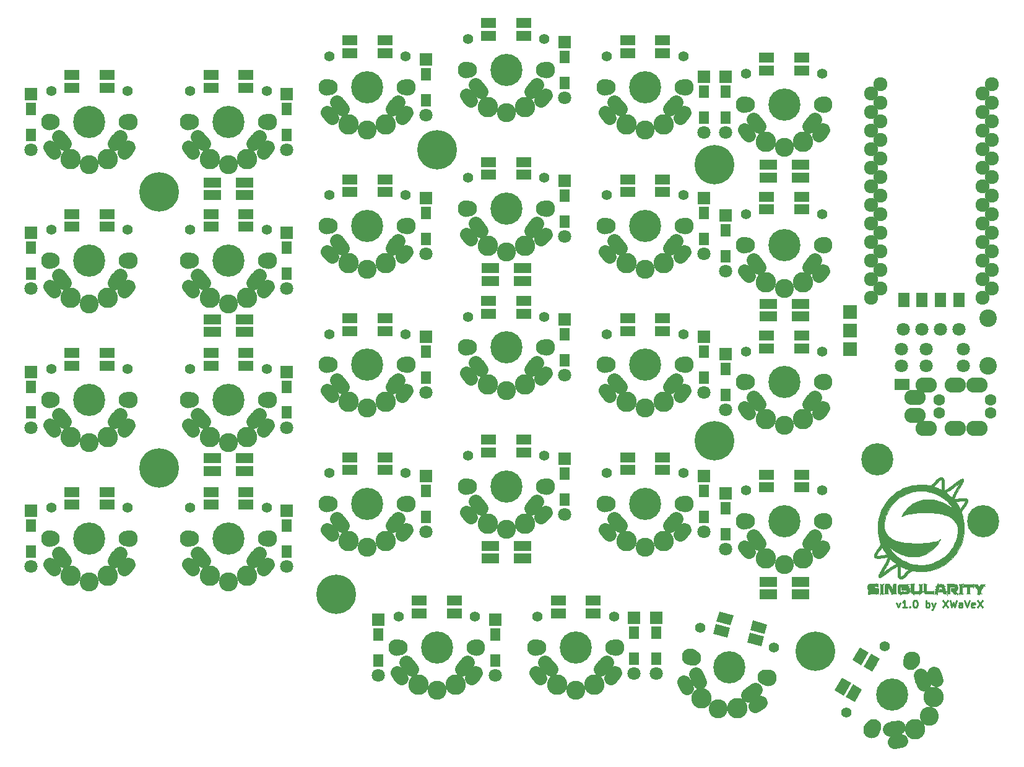
<source format=gbr>
G04 #@! TF.GenerationSoftware,KiCad,Pcbnew,(5.0.0-3-g5ebb6b6)*
G04 #@! TF.CreationDate,2018-11-12T21:10:46+01:00*
G04 #@! TF.ProjectId,corne-classic,636F726E652D636C61737369632E6B69,1.1*
G04 #@! TF.SameCoordinates,Original*
G04 #@! TF.FileFunction,Soldermask,Top*
G04 #@! TF.FilePolarity,Negative*
%FSLAX46Y46*%
G04 Gerber Fmt 4.6, Leading zero omitted, Abs format (unit mm)*
G04 Created by KiCad (PCBNEW (5.0.0-3-g5ebb6b6)) date 2018 November 12, Monday 21:10:46*
%MOMM*%
%LPD*%
G01*
G04 APERTURE LIST*
%ADD10C,0.250000*%
%ADD11C,0.010000*%
%ADD12C,1.850000*%
%ADD13C,1.850000*%
%ADD14C,4.400000*%
%ADD15C,2.300000*%
%ADD16C,2.600000*%
%ADD17C,2.800000*%
%ADD18C,1.950000*%
%ADD19C,1.950000*%
%ADD20C,2.100000*%
%ADD21C,1.400000*%
%ADD22C,5.400000*%
%ADD23R,1.350000X1.700000*%
%ADD24R,1.797000X1.797000*%
%ADD25C,1.797000*%
%ADD26O,2.900000X2.100000*%
%ADD27C,1.600000*%
%ADD28R,1.924000X1.924000*%
%ADD29R,1.035000X1.543000*%
%ADD30R,0.781000X0.781000*%
%ADD31R,1.543000X1.035000*%
%ADD32R,2.400000X1.400000*%
%ADD33R,2.000000X1.400000*%
%ADD34C,0.100000*%
%ADD35C,2.400000*%
%ADD36C,1.924000*%
G04 APERTURE END LIST*
D10*
X180405357Y-123895714D02*
X180643452Y-124562380D01*
X180881547Y-123895714D01*
X181786309Y-124562380D02*
X181214880Y-124562380D01*
X181500595Y-124562380D02*
X181500595Y-123562380D01*
X181405357Y-123705238D01*
X181310119Y-123800476D01*
X181214880Y-123848095D01*
X182214880Y-124467142D02*
X182262500Y-124514761D01*
X182214880Y-124562380D01*
X182167261Y-124514761D01*
X182214880Y-124467142D01*
X182214880Y-124562380D01*
X182881547Y-123562380D02*
X182976785Y-123562380D01*
X183072023Y-123610000D01*
X183119642Y-123657619D01*
X183167261Y-123752857D01*
X183214880Y-123943333D01*
X183214880Y-124181428D01*
X183167261Y-124371904D01*
X183119642Y-124467142D01*
X183072023Y-124514761D01*
X182976785Y-124562380D01*
X182881547Y-124562380D01*
X182786309Y-124514761D01*
X182738690Y-124467142D01*
X182691071Y-124371904D01*
X182643452Y-124181428D01*
X182643452Y-123943333D01*
X182691071Y-123752857D01*
X182738690Y-123657619D01*
X182786309Y-123610000D01*
X182881547Y-123562380D01*
X184405357Y-124562380D02*
X184405357Y-123562380D01*
X184405357Y-123943333D02*
X184500595Y-123895714D01*
X184691071Y-123895714D01*
X184786309Y-123943333D01*
X184833928Y-123990952D01*
X184881547Y-124086190D01*
X184881547Y-124371904D01*
X184833928Y-124467142D01*
X184786309Y-124514761D01*
X184691071Y-124562380D01*
X184500595Y-124562380D01*
X184405357Y-124514761D01*
X185214880Y-123895714D02*
X185452976Y-124562380D01*
X185691071Y-123895714D02*
X185452976Y-124562380D01*
X185357738Y-124800476D01*
X185310119Y-124848095D01*
X185214880Y-124895714D01*
X186738690Y-123562380D02*
X187405357Y-124562380D01*
X187405357Y-123562380D02*
X186738690Y-124562380D01*
X187691071Y-123562380D02*
X187929166Y-124562380D01*
X188119642Y-123848095D01*
X188310119Y-124562380D01*
X188548214Y-123562380D01*
X189357738Y-124562380D02*
X189357738Y-124038571D01*
X189310119Y-123943333D01*
X189214880Y-123895714D01*
X189024404Y-123895714D01*
X188929166Y-123943333D01*
X189357738Y-124514761D02*
X189262500Y-124562380D01*
X189024404Y-124562380D01*
X188929166Y-124514761D01*
X188881547Y-124419523D01*
X188881547Y-124324285D01*
X188929166Y-124229047D01*
X189024404Y-124181428D01*
X189262500Y-124181428D01*
X189357738Y-124133809D01*
X189691071Y-123562380D02*
X190024404Y-124562380D01*
X190357738Y-123562380D01*
X191072023Y-124514761D02*
X190976785Y-124562380D01*
X190786309Y-124562380D01*
X190691071Y-124514761D01*
X190643452Y-124419523D01*
X190643452Y-124038571D01*
X190691071Y-123943333D01*
X190786309Y-123895714D01*
X190976785Y-123895714D01*
X191072023Y-123943333D01*
X191119642Y-124038571D01*
X191119642Y-124133809D01*
X190643452Y-124229047D01*
X191452976Y-123562380D02*
X192119642Y-124562380D01*
X192119642Y-123562380D02*
X191452976Y-124562380D01*
D11*
G04 #@! TO.C,G\002A\002A\002A*
G36*
X186498708Y-106747524D02*
X186604399Y-106780057D01*
X186697723Y-106841763D01*
X186774892Y-106929051D01*
X186832119Y-107038330D01*
X186845171Y-107075958D01*
X186856221Y-107126838D01*
X186864752Y-107200768D01*
X186870795Y-107299331D01*
X186874380Y-107424107D01*
X186875537Y-107576678D01*
X186874298Y-107758624D01*
X186870693Y-107971526D01*
X186866189Y-108162800D01*
X186864062Y-108282679D01*
X186864364Y-108380224D01*
X186867009Y-108452136D01*
X186871912Y-108495112D01*
X186875000Y-108504422D01*
X186887362Y-108519885D01*
X186905435Y-108523751D01*
X186938674Y-108515820D01*
X186978612Y-108502233D01*
X187062383Y-108466118D01*
X187170764Y-108408323D01*
X187302849Y-108329436D01*
X187457734Y-108230048D01*
X187634515Y-108110748D01*
X187832286Y-107972126D01*
X188050143Y-107814770D01*
X188176412Y-107721776D01*
X188289982Y-107637626D01*
X188411177Y-107547850D01*
X188532152Y-107458259D01*
X188645056Y-107374666D01*
X188742044Y-107302880D01*
X188777546Y-107276614D01*
X188909449Y-107180338D01*
X189018718Y-107103761D01*
X189108733Y-107044899D01*
X189182878Y-107001771D01*
X189244534Y-106972395D01*
X189297086Y-106954789D01*
X189339495Y-106947360D01*
X189391962Y-106944659D01*
X189427240Y-106953129D01*
X189461167Y-106978503D01*
X189482313Y-106999059D01*
X189506973Y-107025639D01*
X189526025Y-107052542D01*
X189538571Y-107082013D01*
X189543719Y-107116301D01*
X189540571Y-107157649D01*
X189528234Y-107208306D01*
X189505812Y-107270516D01*
X189472410Y-107346526D01*
X189427133Y-107438583D01*
X189369085Y-107548933D01*
X189297373Y-107679821D01*
X189211100Y-107833495D01*
X189109372Y-108012199D01*
X189008329Y-108188511D01*
X188859356Y-108449984D01*
X188728418Y-108684076D01*
X188615033Y-108891765D01*
X188518718Y-109074026D01*
X188438991Y-109231834D01*
X188375371Y-109366167D01*
X188327375Y-109478001D01*
X188294520Y-109568310D01*
X188276325Y-109638072D01*
X188272000Y-109679218D01*
X188273448Y-109699392D01*
X188282291Y-109711656D01*
X188305273Y-109717979D01*
X188349140Y-109720326D01*
X188414130Y-109720667D01*
X188472007Y-109718125D01*
X188556497Y-109710999D01*
X188660769Y-109700036D01*
X188777994Y-109685985D01*
X188901339Y-109669592D01*
X188968696Y-109659941D01*
X189184091Y-109630497D01*
X189369456Y-109610361D01*
X189527364Y-109599669D01*
X189660386Y-109598561D01*
X189771095Y-109607174D01*
X189862063Y-109625648D01*
X189935863Y-109654119D01*
X189995066Y-109692727D01*
X190020580Y-109716482D01*
X190072437Y-109782831D01*
X190105507Y-109855686D01*
X190119152Y-109936934D01*
X190112737Y-110028461D01*
X190085624Y-110132155D01*
X190037176Y-110249902D01*
X189966756Y-110383590D01*
X189873729Y-110535106D01*
X189757455Y-110706336D01*
X189624823Y-110889067D01*
X189517329Y-111035449D01*
X189430287Y-111158349D01*
X189362223Y-111260092D01*
X189311662Y-111343004D01*
X189277128Y-111409413D01*
X189257146Y-111461644D01*
X189253990Y-111473899D01*
X189250305Y-111503219D01*
X189252772Y-111538936D01*
X189262696Y-111586840D01*
X189281383Y-111652716D01*
X189310139Y-111742353D01*
X189323805Y-111783330D01*
X189450926Y-112214029D01*
X189545097Y-112649152D01*
X189606500Y-113087012D01*
X189635318Y-113525919D01*
X189631733Y-113964184D01*
X189595928Y-114400119D01*
X189528085Y-114832034D01*
X189428388Y-115258240D01*
X189297019Y-115677048D01*
X189134160Y-116086770D01*
X188939994Y-116485716D01*
X188785974Y-116756956D01*
X188541534Y-117130021D01*
X188271650Y-117481386D01*
X187977713Y-117810016D01*
X187661111Y-118114875D01*
X187323232Y-118394926D01*
X186965467Y-118649135D01*
X186589203Y-118876465D01*
X186195830Y-119075880D01*
X185786737Y-119246345D01*
X185363313Y-119386823D01*
X185198600Y-119432216D01*
X184929722Y-119496754D01*
X184673994Y-119546017D01*
X184421365Y-119581260D01*
X184161780Y-119603740D01*
X183885185Y-119614713D01*
X183725400Y-119616296D01*
X183536110Y-119615058D01*
X183370906Y-119610458D01*
X183220109Y-119601755D01*
X183074040Y-119588206D01*
X182923021Y-119569072D01*
X182757372Y-119543610D01*
X182740925Y-119540901D01*
X182653825Y-119526856D01*
X182592438Y-119518542D01*
X182549121Y-119515820D01*
X182516234Y-119518547D01*
X182486135Y-119526581D01*
X182461525Y-119535720D01*
X182347265Y-119592251D01*
X182225361Y-119676100D01*
X182093929Y-119788698D01*
X181981541Y-119899516D01*
X181835595Y-120050150D01*
X181710080Y-120177959D01*
X181602514Y-120285057D01*
X181510413Y-120373557D01*
X181431295Y-120445570D01*
X181362677Y-120503210D01*
X181302075Y-120548591D01*
X181247006Y-120583824D01*
X181194988Y-120611023D01*
X181143538Y-120632300D01*
X181105222Y-120645211D01*
X181022188Y-120667342D01*
X180956655Y-120674234D01*
X180896063Y-120666244D01*
X180851120Y-120652438D01*
X180746053Y-120598639D01*
X180662352Y-120519418D01*
X180599135Y-120413787D01*
X180571172Y-120338947D01*
X180560200Y-120287649D01*
X180551768Y-120212032D01*
X180545852Y-120110680D01*
X180542423Y-119982172D01*
X180541902Y-119897600D01*
X180881029Y-119897600D01*
X180881347Y-120013514D01*
X180882946Y-120101055D01*
X180886245Y-120165707D01*
X180891668Y-120212952D01*
X180899635Y-120248274D01*
X180910145Y-120276224D01*
X180931346Y-120317141D01*
X180951295Y-120333256D01*
X180980045Y-120331693D01*
X180986345Y-120330227D01*
X181029447Y-120313843D01*
X181082076Y-120286238D01*
X181100733Y-120274691D01*
X181160251Y-120232899D01*
X181223332Y-120182157D01*
X181293521Y-120119125D01*
X181374361Y-120040463D01*
X181469396Y-119942833D01*
X181582170Y-119822896D01*
X181596024Y-119807967D01*
X181676315Y-119722432D01*
X181755442Y-119640091D01*
X181828268Y-119566145D01*
X181889657Y-119505794D01*
X181934473Y-119464239D01*
X181941184Y-119458483D01*
X182036567Y-119378455D01*
X181890384Y-119332883D01*
X181778398Y-119295167D01*
X181645880Y-119246057D01*
X181502495Y-119189492D01*
X181357908Y-119129411D01*
X181221782Y-119069751D01*
X181103784Y-119014452D01*
X181079874Y-119002588D01*
X181011010Y-118968149D01*
X180954290Y-118940139D01*
X180915897Y-118921589D01*
X180902074Y-118915483D01*
X180899927Y-118931651D01*
X180897530Y-118977054D01*
X180894980Y-119047063D01*
X180892379Y-119137048D01*
X180889824Y-119242381D01*
X180887415Y-119358430D01*
X180885252Y-119480568D01*
X180883433Y-119604163D01*
X180882057Y-119724588D01*
X180881225Y-119837211D01*
X180881029Y-119897600D01*
X180541902Y-119897600D01*
X180541455Y-119825090D01*
X180542922Y-119638016D01*
X180546796Y-119419531D01*
X180550744Y-119254133D01*
X180552871Y-119134254D01*
X180552569Y-119036709D01*
X180549924Y-118964797D01*
X180545021Y-118921821D01*
X180541933Y-118912511D01*
X180529571Y-118897048D01*
X180511498Y-118893182D01*
X180478259Y-118901113D01*
X180438321Y-118914700D01*
X180354550Y-118950815D01*
X180246169Y-119008610D01*
X180114084Y-119087497D01*
X179959199Y-119186885D01*
X179782418Y-119306185D01*
X179584647Y-119444807D01*
X179366790Y-119602163D01*
X179240521Y-119695157D01*
X179126951Y-119779307D01*
X179005756Y-119869083D01*
X178884781Y-119958674D01*
X178771877Y-120042267D01*
X178674889Y-120114053D01*
X178639387Y-120140319D01*
X178507484Y-120236595D01*
X178398215Y-120313172D01*
X178308200Y-120372034D01*
X178234055Y-120415162D01*
X178172399Y-120444538D01*
X178119847Y-120462144D01*
X178077438Y-120469573D01*
X178024971Y-120472274D01*
X177989693Y-120463804D01*
X177955766Y-120438430D01*
X177934620Y-120417874D01*
X177909960Y-120391294D01*
X177890908Y-120364391D01*
X177878362Y-120334920D01*
X177873214Y-120300632D01*
X177876362Y-120259284D01*
X177888699Y-120208627D01*
X177911121Y-120146417D01*
X177944523Y-120070407D01*
X177989800Y-119978350D01*
X178047848Y-119868000D01*
X178056147Y-119852851D01*
X178441273Y-119852851D01*
X178448549Y-119852302D01*
X178467174Y-119841924D01*
X178499641Y-119820100D01*
X178548449Y-119785210D01*
X178616093Y-119735639D01*
X178705069Y-119669767D01*
X178817875Y-119585978D01*
X178865533Y-119550571D01*
X179087941Y-119386213D01*
X179286056Y-119241701D01*
X179461959Y-119115637D01*
X179617730Y-119006623D01*
X179755449Y-118913258D01*
X179877197Y-118834145D01*
X179985056Y-118767884D01*
X180081104Y-118713076D01*
X180167423Y-118668322D01*
X180202191Y-118651763D01*
X180264559Y-118622064D01*
X180313330Y-118597261D01*
X180341706Y-118580895D01*
X180346156Y-118576800D01*
X180333553Y-118563568D01*
X180300138Y-118536826D01*
X180253013Y-118502244D01*
X180250691Y-118500600D01*
X180155572Y-118430180D01*
X180044685Y-118342993D01*
X179926418Y-118246008D01*
X179809162Y-118146193D01*
X179701304Y-118050518D01*
X179637186Y-117990975D01*
X179578508Y-117935984D01*
X179529244Y-117891423D01*
X179494167Y-117861492D01*
X179478049Y-117850391D01*
X179477604Y-117850538D01*
X179470353Y-117868744D01*
X179455920Y-117910677D01*
X179437248Y-117967746D01*
X179434715Y-117975667D01*
X179409773Y-118043533D01*
X179371317Y-118135081D01*
X179322190Y-118244341D01*
X179265236Y-118365340D01*
X179203299Y-118492107D01*
X179139223Y-118618671D01*
X179075850Y-118739060D01*
X179039595Y-118805400D01*
X179003708Y-118869469D01*
X178956184Y-118953540D01*
X178899814Y-119052745D01*
X178837390Y-119162216D01*
X178771703Y-119277085D01*
X178705543Y-119392485D01*
X178641704Y-119503546D01*
X178582976Y-119605402D01*
X178532150Y-119693184D01*
X178492017Y-119762025D01*
X178465370Y-119807056D01*
X178462562Y-119811698D01*
X178450775Y-119830931D01*
X178442847Y-119845188D01*
X178441273Y-119852851D01*
X178056147Y-119852851D01*
X178119560Y-119737112D01*
X178205833Y-119583438D01*
X178307561Y-119404734D01*
X178408604Y-119228422D01*
X178557577Y-118966949D01*
X178688515Y-118732857D01*
X178801900Y-118525168D01*
X178898215Y-118342907D01*
X178977942Y-118185099D01*
X179041562Y-118050766D01*
X179089558Y-117938932D01*
X179122413Y-117848623D01*
X179140608Y-117778861D01*
X179144933Y-117737715D01*
X179143485Y-117717541D01*
X179134642Y-117705277D01*
X179111660Y-117698954D01*
X179067793Y-117696607D01*
X179002803Y-117696267D01*
X178944926Y-117698808D01*
X178860436Y-117705934D01*
X178756164Y-117716897D01*
X178638939Y-117730948D01*
X178515594Y-117747341D01*
X178448237Y-117756992D01*
X178232842Y-117786436D01*
X178047477Y-117806572D01*
X177889569Y-117817264D01*
X177756547Y-117818372D01*
X177645838Y-117809759D01*
X177554870Y-117791285D01*
X177481070Y-117762814D01*
X177421867Y-117724206D01*
X177396353Y-117700451D01*
X177344496Y-117634102D01*
X177311426Y-117561247D01*
X177297781Y-117479999D01*
X177302622Y-117410925D01*
X177648956Y-117410925D01*
X177651349Y-117450637D01*
X177669767Y-117470116D01*
X177697133Y-117478644D01*
X177743477Y-117483689D01*
X177815283Y-117484373D01*
X177904477Y-117481061D01*
X178002987Y-117474118D01*
X178102738Y-117463910D01*
X178145866Y-117458350D01*
X178200603Y-117450599D01*
X178280294Y-117439090D01*
X178376398Y-117425068D01*
X178480374Y-117409776D01*
X178543800Y-117400388D01*
X178647850Y-117385882D01*
X178748813Y-117373483D01*
X178838307Y-117364100D01*
X178907950Y-117358645D01*
X178937500Y-117357634D01*
X178992338Y-117356250D01*
X179030587Y-117352673D01*
X179043333Y-117348220D01*
X179033954Y-117331866D01*
X179008166Y-117293260D01*
X178969497Y-117237530D01*
X178921475Y-117169804D01*
X178900641Y-117140787D01*
X178804063Y-117001097D01*
X178703233Y-116845322D01*
X178605191Y-116684876D01*
X178516973Y-116531173D01*
X178465702Y-116435388D01*
X178429274Y-116371980D01*
X178399974Y-116336048D01*
X178383198Y-116328796D01*
X178363701Y-116344303D01*
X178326633Y-116385632D01*
X178273615Y-116450695D01*
X178206263Y-116537407D01*
X178126196Y-116643682D01*
X178035032Y-116767433D01*
X177934389Y-116906575D01*
X177926676Y-116917333D01*
X177845722Y-117034357D01*
X177775675Y-117143673D01*
X177718810Y-117241242D01*
X177677398Y-117323026D01*
X177653712Y-117384986D01*
X177648956Y-117410925D01*
X177302622Y-117410925D01*
X177304196Y-117388472D01*
X177331309Y-117284778D01*
X177379757Y-117167031D01*
X177450177Y-117033343D01*
X177543204Y-116881827D01*
X177659478Y-116710597D01*
X177792110Y-116527867D01*
X177894242Y-116389044D01*
X177976841Y-116273020D01*
X178041943Y-116176486D01*
X178091585Y-116096132D01*
X178127804Y-116028649D01*
X178152636Y-115970726D01*
X178168119Y-115919055D01*
X178168903Y-115915596D01*
X178175981Y-115879950D01*
X178178662Y-115848286D01*
X178175684Y-115813899D01*
X178165780Y-115770084D01*
X178147688Y-115710134D01*
X178120144Y-115627346D01*
X178107607Y-115590475D01*
X177981544Y-115168594D01*
X177888105Y-114740377D01*
X177827079Y-114307777D01*
X177798252Y-113872746D01*
X177801413Y-113437234D01*
X177810866Y-113319784D01*
X178658574Y-113319784D01*
X178658943Y-113509312D01*
X178675393Y-113675192D01*
X178686579Y-113733866D01*
X178761214Y-113994048D01*
X178865719Y-114239063D01*
X178999297Y-114468110D01*
X179161152Y-114680391D01*
X179350486Y-114875107D01*
X179566502Y-115051457D01*
X179808402Y-115208643D01*
X180075389Y-115345864D01*
X180366667Y-115462322D01*
X180432394Y-115484574D01*
X180624603Y-115543365D01*
X180819153Y-115593764D01*
X181021811Y-115636816D01*
X181238345Y-115673563D01*
X181474525Y-115705051D01*
X181736117Y-115732322D01*
X181862733Y-115743420D01*
X181987366Y-115751933D01*
X182138376Y-115759174D01*
X182311220Y-115765141D01*
X182501354Y-115769832D01*
X182704232Y-115773246D01*
X182915310Y-115775383D01*
X183130045Y-115776241D01*
X183343892Y-115775819D01*
X183552306Y-115774115D01*
X183750744Y-115771129D01*
X183934661Y-115766859D01*
X184099512Y-115761304D01*
X184240753Y-115754463D01*
X184353841Y-115746334D01*
X184377333Y-115744085D01*
X184756628Y-115699408D01*
X185103254Y-115646136D01*
X185417306Y-115584246D01*
X185698881Y-115513718D01*
X185948072Y-115434528D01*
X186164976Y-115346655D01*
X186224859Y-115318053D01*
X186377980Y-115241968D01*
X186298213Y-115389617D01*
X186128710Y-115675418D01*
X185933201Y-115955904D01*
X185718912Y-116221385D01*
X185513991Y-116441451D01*
X185277875Y-116661740D01*
X185038044Y-116853680D01*
X184787087Y-117022588D01*
X184517592Y-117173780D01*
X184436600Y-117214249D01*
X184174196Y-117331853D01*
X183916481Y-117425266D01*
X183651548Y-117498266D01*
X183367487Y-117554629D01*
X183359022Y-117556024D01*
X183263464Y-117567755D01*
X183141139Y-117576765D01*
X182999039Y-117583055D01*
X182844153Y-117586623D01*
X182683474Y-117587470D01*
X182523990Y-117585597D01*
X182372694Y-117581002D01*
X182236575Y-117573687D01*
X182122625Y-117563650D01*
X182065933Y-117556022D01*
X181650834Y-117472104D01*
X181244549Y-117356356D01*
X180849320Y-117209776D01*
X180467387Y-117033363D01*
X180100989Y-116828114D01*
X179752367Y-116595027D01*
X179537260Y-116429797D01*
X179473191Y-116378208D01*
X179426712Y-116342478D01*
X179398069Y-116324214D01*
X179387507Y-116325021D01*
X179395272Y-116346505D01*
X179421607Y-116390271D01*
X179466758Y-116457925D01*
X179530970Y-116551073D01*
X179562744Y-116596835D01*
X179706503Y-116790058D01*
X179872879Y-116990352D01*
X180054235Y-117189562D01*
X180242936Y-117379536D01*
X180431346Y-117552121D01*
X180550400Y-117651401D01*
X180732308Y-117787434D01*
X180936796Y-117924483D01*
X181155679Y-118057905D01*
X181380769Y-118183056D01*
X181603883Y-118295293D01*
X181816833Y-118389971D01*
X181930467Y-118434279D01*
X182325433Y-118561985D01*
X182731178Y-118659827D01*
X183141530Y-118726478D01*
X183412133Y-118752755D01*
X183495102Y-118756102D01*
X183603633Y-118756797D01*
X183729550Y-118755122D01*
X183864676Y-118751360D01*
X184000833Y-118745793D01*
X184129845Y-118738702D01*
X184243535Y-118730370D01*
X184333726Y-118721079D01*
X184335000Y-118720916D01*
X184683932Y-118665364D01*
X185014641Y-118589995D01*
X185335599Y-118492233D01*
X185655280Y-118369503D01*
X185977533Y-118221513D01*
X186224007Y-118090839D01*
X186469593Y-117943723D01*
X186702824Y-117787374D01*
X186883467Y-117652064D01*
X186957497Y-117589695D01*
X187048442Y-117507393D01*
X187150826Y-117410635D01*
X187259173Y-117304896D01*
X187368007Y-117195653D01*
X187471852Y-117088382D01*
X187565232Y-116988558D01*
X187642670Y-116901658D01*
X187685930Y-116849600D01*
X187831227Y-116654020D01*
X187975926Y-116435927D01*
X188115252Y-116203789D01*
X188244426Y-115966073D01*
X188358673Y-115731249D01*
X188453215Y-115507784D01*
X188473975Y-115452600D01*
X188557280Y-115206502D01*
X188628164Y-114959676D01*
X188686017Y-114716186D01*
X188730229Y-114480093D01*
X188760191Y-114255460D01*
X188775292Y-114046349D01*
X188774923Y-113856821D01*
X188758474Y-113690941D01*
X188747287Y-113632266D01*
X188672653Y-113372085D01*
X188568147Y-113127070D01*
X188434569Y-112898023D01*
X188272714Y-112685742D01*
X188083380Y-112491026D01*
X187867365Y-112314676D01*
X187625465Y-112157490D01*
X187358477Y-112020269D01*
X187067199Y-111903811D01*
X187001472Y-111881559D01*
X186809263Y-111822768D01*
X186614713Y-111772369D01*
X186412056Y-111729317D01*
X186195521Y-111692570D01*
X185959342Y-111661082D01*
X185697749Y-111633811D01*
X185571133Y-111622713D01*
X185446500Y-111614200D01*
X185295490Y-111606959D01*
X185122646Y-111600992D01*
X184932513Y-111596301D01*
X184729635Y-111592887D01*
X184518556Y-111590750D01*
X184303821Y-111589892D01*
X184089974Y-111590314D01*
X183881560Y-111592018D01*
X183683122Y-111595004D01*
X183499206Y-111599274D01*
X183334355Y-111604829D01*
X183193113Y-111611670D01*
X183080025Y-111619799D01*
X183056533Y-111622048D01*
X182677239Y-111666725D01*
X182330613Y-111719997D01*
X182016560Y-111781887D01*
X181734986Y-111852415D01*
X181485794Y-111931605D01*
X181268891Y-112019478D01*
X181209008Y-112048080D01*
X181055886Y-112124165D01*
X181135653Y-111976516D01*
X181305157Y-111690715D01*
X181500665Y-111410229D01*
X181714954Y-111144748D01*
X181919875Y-110924682D01*
X182155991Y-110704393D01*
X182395823Y-110512453D01*
X182646780Y-110343545D01*
X182916274Y-110192353D01*
X182997267Y-110151884D01*
X183259671Y-110034280D01*
X183517385Y-109940867D01*
X183782319Y-109867867D01*
X184066379Y-109811504D01*
X184074845Y-109810109D01*
X184170403Y-109798378D01*
X184292727Y-109789368D01*
X184434828Y-109783078D01*
X184589713Y-109779510D01*
X184750393Y-109778663D01*
X184909876Y-109780536D01*
X185061172Y-109785131D01*
X185197291Y-109792446D01*
X185311241Y-109802483D01*
X185367933Y-109810111D01*
X185783033Y-109894029D01*
X186189317Y-110009777D01*
X186584546Y-110156357D01*
X186966479Y-110332770D01*
X187332877Y-110538019D01*
X187681499Y-110771106D01*
X187896606Y-110936336D01*
X187960676Y-110987925D01*
X188007154Y-111023655D01*
X188035797Y-111041919D01*
X188046359Y-111041112D01*
X188038595Y-111019628D01*
X188012259Y-110975862D01*
X187967108Y-110908208D01*
X187902896Y-110815060D01*
X187871122Y-110769298D01*
X187727363Y-110576075D01*
X187560988Y-110375781D01*
X187379632Y-110176571D01*
X187271590Y-110067800D01*
X188407525Y-110067800D01*
X188536253Y-110245600D01*
X188621189Y-110368247D01*
X188713594Y-110510758D01*
X188806783Y-110662230D01*
X188894071Y-110811758D01*
X188968776Y-110948439D01*
X188978003Y-110966227D01*
X189042467Y-111091476D01*
X189077841Y-111053771D01*
X189098189Y-111029199D01*
X189134997Y-110981904D01*
X189184753Y-110916516D01*
X189243943Y-110837663D01*
X189309055Y-110749973D01*
X189331354Y-110719733D01*
X189461389Y-110539719D01*
X189569198Y-110383198D01*
X189654644Y-110250404D01*
X189717588Y-110141571D01*
X189757892Y-110056933D01*
X189775420Y-109996726D01*
X189773490Y-109967626D01*
X189749532Y-109946931D01*
X189696400Y-109934746D01*
X189613501Y-109931095D01*
X189500237Y-109936005D01*
X189356014Y-109949501D01*
X189180235Y-109971608D01*
X188974733Y-110001974D01*
X188868379Y-110017840D01*
X188760115Y-110032688D01*
X188660368Y-110045172D01*
X188579570Y-110053946D01*
X188555663Y-110056055D01*
X188407525Y-110067800D01*
X187271590Y-110067800D01*
X187190930Y-109986597D01*
X187002520Y-109814012D01*
X186883467Y-109714732D01*
X186594481Y-109502617D01*
X186280778Y-109306510D01*
X185949109Y-109129907D01*
X185606227Y-108976303D01*
X185258886Y-108849195D01*
X185180755Y-108824965D01*
X187120533Y-108824965D01*
X187133306Y-108839020D01*
X187167906Y-108868402D01*
X187218753Y-108908543D01*
X187268700Y-108946312D01*
X187352826Y-109011008D01*
X187449052Y-109088584D01*
X187550615Y-109173251D01*
X187650749Y-109259220D01*
X187742690Y-109340703D01*
X187819672Y-109411912D01*
X187864544Y-109456146D01*
X187904249Y-109494849D01*
X187934279Y-109519909D01*
X187947506Y-109525871D01*
X187956615Y-109506818D01*
X187972355Y-109465252D01*
X187987866Y-109420393D01*
X188010739Y-109360494D01*
X188046778Y-109276794D01*
X188093088Y-109175305D01*
X188146774Y-109062041D01*
X188204938Y-108943016D01*
X188264686Y-108824243D01*
X188323123Y-108711736D01*
X188377338Y-108611533D01*
X188413225Y-108547464D01*
X188460749Y-108463393D01*
X188517119Y-108364188D01*
X188579543Y-108254717D01*
X188645230Y-108139848D01*
X188711390Y-108024448D01*
X188775229Y-107913387D01*
X188833957Y-107811531D01*
X188884783Y-107723749D01*
X188924916Y-107654908D01*
X188951563Y-107609877D01*
X188954371Y-107605235D01*
X188966158Y-107586002D01*
X188974086Y-107571745D01*
X188975660Y-107564082D01*
X188968384Y-107564631D01*
X188949759Y-107575009D01*
X188917292Y-107596833D01*
X188868484Y-107631723D01*
X188800840Y-107681294D01*
X188711864Y-107747166D01*
X188599058Y-107830955D01*
X188551400Y-107866362D01*
X188328805Y-108030856D01*
X188130512Y-108175498D01*
X187954456Y-108301690D01*
X187798571Y-108410835D01*
X187660792Y-108504334D01*
X187539053Y-108583590D01*
X187431290Y-108650003D01*
X187335437Y-108704977D01*
X187250775Y-108749248D01*
X187191966Y-108779569D01*
X187146969Y-108805096D01*
X187122799Y-108821751D01*
X187120533Y-108824965D01*
X185180755Y-108824965D01*
X185141411Y-108812764D01*
X184870654Y-108739864D01*
X184608926Y-108684926D01*
X184346588Y-108646605D01*
X184073996Y-108623557D01*
X183781509Y-108614439D01*
X183716933Y-108614168D01*
X183419067Y-108620544D01*
X183143112Y-108640567D01*
X182879427Y-108675583D01*
X182618369Y-108726936D01*
X182350297Y-108795968D01*
X182292455Y-108812764D01*
X181937308Y-108933034D01*
X181584860Y-109082076D01*
X181241766Y-109256448D01*
X180914684Y-109452705D01*
X180610268Y-109667403D01*
X180550400Y-109714069D01*
X180476370Y-109776438D01*
X180385424Y-109858740D01*
X180283040Y-109955498D01*
X180174693Y-110061237D01*
X180065859Y-110170480D01*
X179962014Y-110277751D01*
X179868635Y-110377575D01*
X179791196Y-110464475D01*
X179747936Y-110516533D01*
X179602639Y-110712113D01*
X179457940Y-110930206D01*
X179318615Y-111162344D01*
X179189440Y-111400060D01*
X179075193Y-111634884D01*
X178980651Y-111858349D01*
X178959891Y-111913533D01*
X178876587Y-112159631D01*
X178805703Y-112406457D01*
X178747850Y-112649947D01*
X178703637Y-112886040D01*
X178673676Y-113110673D01*
X178658574Y-113319784D01*
X177810866Y-113319784D01*
X177836349Y-113003194D01*
X177902848Y-112572579D01*
X178000697Y-112147338D01*
X178129683Y-111729425D01*
X178289595Y-111320792D01*
X178480220Y-110923389D01*
X178647893Y-110626110D01*
X178891575Y-110254299D01*
X179160745Y-109903993D01*
X179453907Y-109576228D01*
X179769566Y-109272045D01*
X180106225Y-108992480D01*
X180462390Y-108738571D01*
X180836564Y-108511357D01*
X181227254Y-108311876D01*
X181632962Y-108141165D01*
X182024588Y-108009541D01*
X185445591Y-108009541D01*
X185447081Y-108018015D01*
X185472812Y-108026615D01*
X185521539Y-108042871D01*
X185584129Y-108063736D01*
X185605000Y-108070691D01*
X185710528Y-108107976D01*
X185831189Y-108154119D01*
X185960471Y-108206304D01*
X186091865Y-108261715D01*
X186218858Y-108317537D01*
X186334939Y-108370954D01*
X186433599Y-108419150D01*
X186508325Y-108459310D01*
X186520821Y-108466734D01*
X186521299Y-108451397D01*
X186521439Y-108409403D01*
X186521236Y-108347963D01*
X186520929Y-108302500D01*
X186521091Y-108238724D01*
X186522249Y-108148060D01*
X186524267Y-108037468D01*
X186527006Y-107913908D01*
X186530331Y-107784339D01*
X186532833Y-107697133D01*
X186536716Y-107561423D01*
X186539148Y-107454918D01*
X186539980Y-107372984D01*
X186539061Y-107310984D01*
X186536239Y-107264282D01*
X186531365Y-107228242D01*
X186524288Y-107198229D01*
X186515790Y-107172200D01*
X186496241Y-107122738D01*
X186478633Y-107098101D01*
X186455441Y-107090599D01*
X186436401Y-107091072D01*
X186384666Y-107104869D01*
X186320246Y-107140459D01*
X186241608Y-107199058D01*
X186147218Y-107281885D01*
X186035542Y-107390157D01*
X185952380Y-107475357D01*
X185867355Y-107563586D01*
X185779461Y-107654118D01*
X185695301Y-107740199D01*
X185621475Y-107815077D01*
X185565861Y-107870738D01*
X185504973Y-107933348D01*
X185464222Y-107980435D01*
X185445591Y-108009541D01*
X182024588Y-108009541D01*
X182052194Y-108000263D01*
X182483453Y-107890207D01*
X182633200Y-107859878D01*
X182957345Y-107809807D01*
X183298073Y-107778121D01*
X183647055Y-107764830D01*
X183995962Y-107769941D01*
X184336466Y-107793466D01*
X184660235Y-107835413D01*
X184783733Y-107857457D01*
X184944600Y-107888666D01*
X185025651Y-107848322D01*
X185095341Y-107810966D01*
X185159487Y-107769804D01*
X185224046Y-107720015D01*
X185294975Y-107656779D01*
X185378233Y-107575276D01*
X185435392Y-107516833D01*
X185585159Y-107362866D01*
X185713875Y-107232392D01*
X185823222Y-107123799D01*
X185914881Y-107035475D01*
X185990532Y-106965809D01*
X186051856Y-106913188D01*
X186100536Y-106876002D01*
X186111756Y-106868381D01*
X186211880Y-106812232D01*
X186315113Y-106771436D01*
X186412542Y-106748774D01*
X186495256Y-106747032D01*
X186498708Y-106747524D01*
X186498708Y-106747524D01*
G37*
X186498708Y-106747524D02*
X186604399Y-106780057D01*
X186697723Y-106841763D01*
X186774892Y-106929051D01*
X186832119Y-107038330D01*
X186845171Y-107075958D01*
X186856221Y-107126838D01*
X186864752Y-107200768D01*
X186870795Y-107299331D01*
X186874380Y-107424107D01*
X186875537Y-107576678D01*
X186874298Y-107758624D01*
X186870693Y-107971526D01*
X186866189Y-108162800D01*
X186864062Y-108282679D01*
X186864364Y-108380224D01*
X186867009Y-108452136D01*
X186871912Y-108495112D01*
X186875000Y-108504422D01*
X186887362Y-108519885D01*
X186905435Y-108523751D01*
X186938674Y-108515820D01*
X186978612Y-108502233D01*
X187062383Y-108466118D01*
X187170764Y-108408323D01*
X187302849Y-108329436D01*
X187457734Y-108230048D01*
X187634515Y-108110748D01*
X187832286Y-107972126D01*
X188050143Y-107814770D01*
X188176412Y-107721776D01*
X188289982Y-107637626D01*
X188411177Y-107547850D01*
X188532152Y-107458259D01*
X188645056Y-107374666D01*
X188742044Y-107302880D01*
X188777546Y-107276614D01*
X188909449Y-107180338D01*
X189018718Y-107103761D01*
X189108733Y-107044899D01*
X189182878Y-107001771D01*
X189244534Y-106972395D01*
X189297086Y-106954789D01*
X189339495Y-106947360D01*
X189391962Y-106944659D01*
X189427240Y-106953129D01*
X189461167Y-106978503D01*
X189482313Y-106999059D01*
X189506973Y-107025639D01*
X189526025Y-107052542D01*
X189538571Y-107082013D01*
X189543719Y-107116301D01*
X189540571Y-107157649D01*
X189528234Y-107208306D01*
X189505812Y-107270516D01*
X189472410Y-107346526D01*
X189427133Y-107438583D01*
X189369085Y-107548933D01*
X189297373Y-107679821D01*
X189211100Y-107833495D01*
X189109372Y-108012199D01*
X189008329Y-108188511D01*
X188859356Y-108449984D01*
X188728418Y-108684076D01*
X188615033Y-108891765D01*
X188518718Y-109074026D01*
X188438991Y-109231834D01*
X188375371Y-109366167D01*
X188327375Y-109478001D01*
X188294520Y-109568310D01*
X188276325Y-109638072D01*
X188272000Y-109679218D01*
X188273448Y-109699392D01*
X188282291Y-109711656D01*
X188305273Y-109717979D01*
X188349140Y-109720326D01*
X188414130Y-109720667D01*
X188472007Y-109718125D01*
X188556497Y-109710999D01*
X188660769Y-109700036D01*
X188777994Y-109685985D01*
X188901339Y-109669592D01*
X188968696Y-109659941D01*
X189184091Y-109630497D01*
X189369456Y-109610361D01*
X189527364Y-109599669D01*
X189660386Y-109598561D01*
X189771095Y-109607174D01*
X189862063Y-109625648D01*
X189935863Y-109654119D01*
X189995066Y-109692727D01*
X190020580Y-109716482D01*
X190072437Y-109782831D01*
X190105507Y-109855686D01*
X190119152Y-109936934D01*
X190112737Y-110028461D01*
X190085624Y-110132155D01*
X190037176Y-110249902D01*
X189966756Y-110383590D01*
X189873729Y-110535106D01*
X189757455Y-110706336D01*
X189624823Y-110889067D01*
X189517329Y-111035449D01*
X189430287Y-111158349D01*
X189362223Y-111260092D01*
X189311662Y-111343004D01*
X189277128Y-111409413D01*
X189257146Y-111461644D01*
X189253990Y-111473899D01*
X189250305Y-111503219D01*
X189252772Y-111538936D01*
X189262696Y-111586840D01*
X189281383Y-111652716D01*
X189310139Y-111742353D01*
X189323805Y-111783330D01*
X189450926Y-112214029D01*
X189545097Y-112649152D01*
X189606500Y-113087012D01*
X189635318Y-113525919D01*
X189631733Y-113964184D01*
X189595928Y-114400119D01*
X189528085Y-114832034D01*
X189428388Y-115258240D01*
X189297019Y-115677048D01*
X189134160Y-116086770D01*
X188939994Y-116485716D01*
X188785974Y-116756956D01*
X188541534Y-117130021D01*
X188271650Y-117481386D01*
X187977713Y-117810016D01*
X187661111Y-118114875D01*
X187323232Y-118394926D01*
X186965467Y-118649135D01*
X186589203Y-118876465D01*
X186195830Y-119075880D01*
X185786737Y-119246345D01*
X185363313Y-119386823D01*
X185198600Y-119432216D01*
X184929722Y-119496754D01*
X184673994Y-119546017D01*
X184421365Y-119581260D01*
X184161780Y-119603740D01*
X183885185Y-119614713D01*
X183725400Y-119616296D01*
X183536110Y-119615058D01*
X183370906Y-119610458D01*
X183220109Y-119601755D01*
X183074040Y-119588206D01*
X182923021Y-119569072D01*
X182757372Y-119543610D01*
X182740925Y-119540901D01*
X182653825Y-119526856D01*
X182592438Y-119518542D01*
X182549121Y-119515820D01*
X182516234Y-119518547D01*
X182486135Y-119526581D01*
X182461525Y-119535720D01*
X182347265Y-119592251D01*
X182225361Y-119676100D01*
X182093929Y-119788698D01*
X181981541Y-119899516D01*
X181835595Y-120050150D01*
X181710080Y-120177959D01*
X181602514Y-120285057D01*
X181510413Y-120373557D01*
X181431295Y-120445570D01*
X181362677Y-120503210D01*
X181302075Y-120548591D01*
X181247006Y-120583824D01*
X181194988Y-120611023D01*
X181143538Y-120632300D01*
X181105222Y-120645211D01*
X181022188Y-120667342D01*
X180956655Y-120674234D01*
X180896063Y-120666244D01*
X180851120Y-120652438D01*
X180746053Y-120598639D01*
X180662352Y-120519418D01*
X180599135Y-120413787D01*
X180571172Y-120338947D01*
X180560200Y-120287649D01*
X180551768Y-120212032D01*
X180545852Y-120110680D01*
X180542423Y-119982172D01*
X180541902Y-119897600D01*
X180881029Y-119897600D01*
X180881347Y-120013514D01*
X180882946Y-120101055D01*
X180886245Y-120165707D01*
X180891668Y-120212952D01*
X180899635Y-120248274D01*
X180910145Y-120276224D01*
X180931346Y-120317141D01*
X180951295Y-120333256D01*
X180980045Y-120331693D01*
X180986345Y-120330227D01*
X181029447Y-120313843D01*
X181082076Y-120286238D01*
X181100733Y-120274691D01*
X181160251Y-120232899D01*
X181223332Y-120182157D01*
X181293521Y-120119125D01*
X181374361Y-120040463D01*
X181469396Y-119942833D01*
X181582170Y-119822896D01*
X181596024Y-119807967D01*
X181676315Y-119722432D01*
X181755442Y-119640091D01*
X181828268Y-119566145D01*
X181889657Y-119505794D01*
X181934473Y-119464239D01*
X181941184Y-119458483D01*
X182036567Y-119378455D01*
X181890384Y-119332883D01*
X181778398Y-119295167D01*
X181645880Y-119246057D01*
X181502495Y-119189492D01*
X181357908Y-119129411D01*
X181221782Y-119069751D01*
X181103784Y-119014452D01*
X181079874Y-119002588D01*
X181011010Y-118968149D01*
X180954290Y-118940139D01*
X180915897Y-118921589D01*
X180902074Y-118915483D01*
X180899927Y-118931651D01*
X180897530Y-118977054D01*
X180894980Y-119047063D01*
X180892379Y-119137048D01*
X180889824Y-119242381D01*
X180887415Y-119358430D01*
X180885252Y-119480568D01*
X180883433Y-119604163D01*
X180882057Y-119724588D01*
X180881225Y-119837211D01*
X180881029Y-119897600D01*
X180541902Y-119897600D01*
X180541455Y-119825090D01*
X180542922Y-119638016D01*
X180546796Y-119419531D01*
X180550744Y-119254133D01*
X180552871Y-119134254D01*
X180552569Y-119036709D01*
X180549924Y-118964797D01*
X180545021Y-118921821D01*
X180541933Y-118912511D01*
X180529571Y-118897048D01*
X180511498Y-118893182D01*
X180478259Y-118901113D01*
X180438321Y-118914700D01*
X180354550Y-118950815D01*
X180246169Y-119008610D01*
X180114084Y-119087497D01*
X179959199Y-119186885D01*
X179782418Y-119306185D01*
X179584647Y-119444807D01*
X179366790Y-119602163D01*
X179240521Y-119695157D01*
X179126951Y-119779307D01*
X179005756Y-119869083D01*
X178884781Y-119958674D01*
X178771877Y-120042267D01*
X178674889Y-120114053D01*
X178639387Y-120140319D01*
X178507484Y-120236595D01*
X178398215Y-120313172D01*
X178308200Y-120372034D01*
X178234055Y-120415162D01*
X178172399Y-120444538D01*
X178119847Y-120462144D01*
X178077438Y-120469573D01*
X178024971Y-120472274D01*
X177989693Y-120463804D01*
X177955766Y-120438430D01*
X177934620Y-120417874D01*
X177909960Y-120391294D01*
X177890908Y-120364391D01*
X177878362Y-120334920D01*
X177873214Y-120300632D01*
X177876362Y-120259284D01*
X177888699Y-120208627D01*
X177911121Y-120146417D01*
X177944523Y-120070407D01*
X177989800Y-119978350D01*
X178047848Y-119868000D01*
X178056147Y-119852851D01*
X178441273Y-119852851D01*
X178448549Y-119852302D01*
X178467174Y-119841924D01*
X178499641Y-119820100D01*
X178548449Y-119785210D01*
X178616093Y-119735639D01*
X178705069Y-119669767D01*
X178817875Y-119585978D01*
X178865533Y-119550571D01*
X179087941Y-119386213D01*
X179286056Y-119241701D01*
X179461959Y-119115637D01*
X179617730Y-119006623D01*
X179755449Y-118913258D01*
X179877197Y-118834145D01*
X179985056Y-118767884D01*
X180081104Y-118713076D01*
X180167423Y-118668322D01*
X180202191Y-118651763D01*
X180264559Y-118622064D01*
X180313330Y-118597261D01*
X180341706Y-118580895D01*
X180346156Y-118576800D01*
X180333553Y-118563568D01*
X180300138Y-118536826D01*
X180253013Y-118502244D01*
X180250691Y-118500600D01*
X180155572Y-118430180D01*
X180044685Y-118342993D01*
X179926418Y-118246008D01*
X179809162Y-118146193D01*
X179701304Y-118050518D01*
X179637186Y-117990975D01*
X179578508Y-117935984D01*
X179529244Y-117891423D01*
X179494167Y-117861492D01*
X179478049Y-117850391D01*
X179477604Y-117850538D01*
X179470353Y-117868744D01*
X179455920Y-117910677D01*
X179437248Y-117967746D01*
X179434715Y-117975667D01*
X179409773Y-118043533D01*
X179371317Y-118135081D01*
X179322190Y-118244341D01*
X179265236Y-118365340D01*
X179203299Y-118492107D01*
X179139223Y-118618671D01*
X179075850Y-118739060D01*
X179039595Y-118805400D01*
X179003708Y-118869469D01*
X178956184Y-118953540D01*
X178899814Y-119052745D01*
X178837390Y-119162216D01*
X178771703Y-119277085D01*
X178705543Y-119392485D01*
X178641704Y-119503546D01*
X178582976Y-119605402D01*
X178532150Y-119693184D01*
X178492017Y-119762025D01*
X178465370Y-119807056D01*
X178462562Y-119811698D01*
X178450775Y-119830931D01*
X178442847Y-119845188D01*
X178441273Y-119852851D01*
X178056147Y-119852851D01*
X178119560Y-119737112D01*
X178205833Y-119583438D01*
X178307561Y-119404734D01*
X178408604Y-119228422D01*
X178557577Y-118966949D01*
X178688515Y-118732857D01*
X178801900Y-118525168D01*
X178898215Y-118342907D01*
X178977942Y-118185099D01*
X179041562Y-118050766D01*
X179089558Y-117938932D01*
X179122413Y-117848623D01*
X179140608Y-117778861D01*
X179144933Y-117737715D01*
X179143485Y-117717541D01*
X179134642Y-117705277D01*
X179111660Y-117698954D01*
X179067793Y-117696607D01*
X179002803Y-117696267D01*
X178944926Y-117698808D01*
X178860436Y-117705934D01*
X178756164Y-117716897D01*
X178638939Y-117730948D01*
X178515594Y-117747341D01*
X178448237Y-117756992D01*
X178232842Y-117786436D01*
X178047477Y-117806572D01*
X177889569Y-117817264D01*
X177756547Y-117818372D01*
X177645838Y-117809759D01*
X177554870Y-117791285D01*
X177481070Y-117762814D01*
X177421867Y-117724206D01*
X177396353Y-117700451D01*
X177344496Y-117634102D01*
X177311426Y-117561247D01*
X177297781Y-117479999D01*
X177302622Y-117410925D01*
X177648956Y-117410925D01*
X177651349Y-117450637D01*
X177669767Y-117470116D01*
X177697133Y-117478644D01*
X177743477Y-117483689D01*
X177815283Y-117484373D01*
X177904477Y-117481061D01*
X178002987Y-117474118D01*
X178102738Y-117463910D01*
X178145866Y-117458350D01*
X178200603Y-117450599D01*
X178280294Y-117439090D01*
X178376398Y-117425068D01*
X178480374Y-117409776D01*
X178543800Y-117400388D01*
X178647850Y-117385882D01*
X178748813Y-117373483D01*
X178838307Y-117364100D01*
X178907950Y-117358645D01*
X178937500Y-117357634D01*
X178992338Y-117356250D01*
X179030587Y-117352673D01*
X179043333Y-117348220D01*
X179033954Y-117331866D01*
X179008166Y-117293260D01*
X178969497Y-117237530D01*
X178921475Y-117169804D01*
X178900641Y-117140787D01*
X178804063Y-117001097D01*
X178703233Y-116845322D01*
X178605191Y-116684876D01*
X178516973Y-116531173D01*
X178465702Y-116435388D01*
X178429274Y-116371980D01*
X178399974Y-116336048D01*
X178383198Y-116328796D01*
X178363701Y-116344303D01*
X178326633Y-116385632D01*
X178273615Y-116450695D01*
X178206263Y-116537407D01*
X178126196Y-116643682D01*
X178035032Y-116767433D01*
X177934389Y-116906575D01*
X177926676Y-116917333D01*
X177845722Y-117034357D01*
X177775675Y-117143673D01*
X177718810Y-117241242D01*
X177677398Y-117323026D01*
X177653712Y-117384986D01*
X177648956Y-117410925D01*
X177302622Y-117410925D01*
X177304196Y-117388472D01*
X177331309Y-117284778D01*
X177379757Y-117167031D01*
X177450177Y-117033343D01*
X177543204Y-116881827D01*
X177659478Y-116710597D01*
X177792110Y-116527867D01*
X177894242Y-116389044D01*
X177976841Y-116273020D01*
X178041943Y-116176486D01*
X178091585Y-116096132D01*
X178127804Y-116028649D01*
X178152636Y-115970726D01*
X178168119Y-115919055D01*
X178168903Y-115915596D01*
X178175981Y-115879950D01*
X178178662Y-115848286D01*
X178175684Y-115813899D01*
X178165780Y-115770084D01*
X178147688Y-115710134D01*
X178120144Y-115627346D01*
X178107607Y-115590475D01*
X177981544Y-115168594D01*
X177888105Y-114740377D01*
X177827079Y-114307777D01*
X177798252Y-113872746D01*
X177801413Y-113437234D01*
X177810866Y-113319784D01*
X178658574Y-113319784D01*
X178658943Y-113509312D01*
X178675393Y-113675192D01*
X178686579Y-113733866D01*
X178761214Y-113994048D01*
X178865719Y-114239063D01*
X178999297Y-114468110D01*
X179161152Y-114680391D01*
X179350486Y-114875107D01*
X179566502Y-115051457D01*
X179808402Y-115208643D01*
X180075389Y-115345864D01*
X180366667Y-115462322D01*
X180432394Y-115484574D01*
X180624603Y-115543365D01*
X180819153Y-115593764D01*
X181021811Y-115636816D01*
X181238345Y-115673563D01*
X181474525Y-115705051D01*
X181736117Y-115732322D01*
X181862733Y-115743420D01*
X181987366Y-115751933D01*
X182138376Y-115759174D01*
X182311220Y-115765141D01*
X182501354Y-115769832D01*
X182704232Y-115773246D01*
X182915310Y-115775383D01*
X183130045Y-115776241D01*
X183343892Y-115775819D01*
X183552306Y-115774115D01*
X183750744Y-115771129D01*
X183934661Y-115766859D01*
X184099512Y-115761304D01*
X184240753Y-115754463D01*
X184353841Y-115746334D01*
X184377333Y-115744085D01*
X184756628Y-115699408D01*
X185103254Y-115646136D01*
X185417306Y-115584246D01*
X185698881Y-115513718D01*
X185948072Y-115434528D01*
X186164976Y-115346655D01*
X186224859Y-115318053D01*
X186377980Y-115241968D01*
X186298213Y-115389617D01*
X186128710Y-115675418D01*
X185933201Y-115955904D01*
X185718912Y-116221385D01*
X185513991Y-116441451D01*
X185277875Y-116661740D01*
X185038044Y-116853680D01*
X184787087Y-117022588D01*
X184517592Y-117173780D01*
X184436600Y-117214249D01*
X184174196Y-117331853D01*
X183916481Y-117425266D01*
X183651548Y-117498266D01*
X183367487Y-117554629D01*
X183359022Y-117556024D01*
X183263464Y-117567755D01*
X183141139Y-117576765D01*
X182999039Y-117583055D01*
X182844153Y-117586623D01*
X182683474Y-117587470D01*
X182523990Y-117585597D01*
X182372694Y-117581002D01*
X182236575Y-117573687D01*
X182122625Y-117563650D01*
X182065933Y-117556022D01*
X181650834Y-117472104D01*
X181244549Y-117356356D01*
X180849320Y-117209776D01*
X180467387Y-117033363D01*
X180100989Y-116828114D01*
X179752367Y-116595027D01*
X179537260Y-116429797D01*
X179473191Y-116378208D01*
X179426712Y-116342478D01*
X179398069Y-116324214D01*
X179387507Y-116325021D01*
X179395272Y-116346505D01*
X179421607Y-116390271D01*
X179466758Y-116457925D01*
X179530970Y-116551073D01*
X179562744Y-116596835D01*
X179706503Y-116790058D01*
X179872879Y-116990352D01*
X180054235Y-117189562D01*
X180242936Y-117379536D01*
X180431346Y-117552121D01*
X180550400Y-117651401D01*
X180732308Y-117787434D01*
X180936796Y-117924483D01*
X181155679Y-118057905D01*
X181380769Y-118183056D01*
X181603883Y-118295293D01*
X181816833Y-118389971D01*
X181930467Y-118434279D01*
X182325433Y-118561985D01*
X182731178Y-118659827D01*
X183141530Y-118726478D01*
X183412133Y-118752755D01*
X183495102Y-118756102D01*
X183603633Y-118756797D01*
X183729550Y-118755122D01*
X183864676Y-118751360D01*
X184000833Y-118745793D01*
X184129845Y-118738702D01*
X184243535Y-118730370D01*
X184333726Y-118721079D01*
X184335000Y-118720916D01*
X184683932Y-118665364D01*
X185014641Y-118589995D01*
X185335599Y-118492233D01*
X185655280Y-118369503D01*
X185977533Y-118221513D01*
X186224007Y-118090839D01*
X186469593Y-117943723D01*
X186702824Y-117787374D01*
X186883467Y-117652064D01*
X186957497Y-117589695D01*
X187048442Y-117507393D01*
X187150826Y-117410635D01*
X187259173Y-117304896D01*
X187368007Y-117195653D01*
X187471852Y-117088382D01*
X187565232Y-116988558D01*
X187642670Y-116901658D01*
X187685930Y-116849600D01*
X187831227Y-116654020D01*
X187975926Y-116435927D01*
X188115252Y-116203789D01*
X188244426Y-115966073D01*
X188358673Y-115731249D01*
X188453215Y-115507784D01*
X188473975Y-115452600D01*
X188557280Y-115206502D01*
X188628164Y-114959676D01*
X188686017Y-114716186D01*
X188730229Y-114480093D01*
X188760191Y-114255460D01*
X188775292Y-114046349D01*
X188774923Y-113856821D01*
X188758474Y-113690941D01*
X188747287Y-113632266D01*
X188672653Y-113372085D01*
X188568147Y-113127070D01*
X188434569Y-112898023D01*
X188272714Y-112685742D01*
X188083380Y-112491026D01*
X187867365Y-112314676D01*
X187625465Y-112157490D01*
X187358477Y-112020269D01*
X187067199Y-111903811D01*
X187001472Y-111881559D01*
X186809263Y-111822768D01*
X186614713Y-111772369D01*
X186412056Y-111729317D01*
X186195521Y-111692570D01*
X185959342Y-111661082D01*
X185697749Y-111633811D01*
X185571133Y-111622713D01*
X185446500Y-111614200D01*
X185295490Y-111606959D01*
X185122646Y-111600992D01*
X184932513Y-111596301D01*
X184729635Y-111592887D01*
X184518556Y-111590750D01*
X184303821Y-111589892D01*
X184089974Y-111590314D01*
X183881560Y-111592018D01*
X183683122Y-111595004D01*
X183499206Y-111599274D01*
X183334355Y-111604829D01*
X183193113Y-111611670D01*
X183080025Y-111619799D01*
X183056533Y-111622048D01*
X182677239Y-111666725D01*
X182330613Y-111719997D01*
X182016560Y-111781887D01*
X181734986Y-111852415D01*
X181485794Y-111931605D01*
X181268891Y-112019478D01*
X181209008Y-112048080D01*
X181055886Y-112124165D01*
X181135653Y-111976516D01*
X181305157Y-111690715D01*
X181500665Y-111410229D01*
X181714954Y-111144748D01*
X181919875Y-110924682D01*
X182155991Y-110704393D01*
X182395823Y-110512453D01*
X182646780Y-110343545D01*
X182916274Y-110192353D01*
X182997267Y-110151884D01*
X183259671Y-110034280D01*
X183517385Y-109940867D01*
X183782319Y-109867867D01*
X184066379Y-109811504D01*
X184074845Y-109810109D01*
X184170403Y-109798378D01*
X184292727Y-109789368D01*
X184434828Y-109783078D01*
X184589713Y-109779510D01*
X184750393Y-109778663D01*
X184909876Y-109780536D01*
X185061172Y-109785131D01*
X185197291Y-109792446D01*
X185311241Y-109802483D01*
X185367933Y-109810111D01*
X185783033Y-109894029D01*
X186189317Y-110009777D01*
X186584546Y-110156357D01*
X186966479Y-110332770D01*
X187332877Y-110538019D01*
X187681499Y-110771106D01*
X187896606Y-110936336D01*
X187960676Y-110987925D01*
X188007154Y-111023655D01*
X188035797Y-111041919D01*
X188046359Y-111041112D01*
X188038595Y-111019628D01*
X188012259Y-110975862D01*
X187967108Y-110908208D01*
X187902896Y-110815060D01*
X187871122Y-110769298D01*
X187727363Y-110576075D01*
X187560988Y-110375781D01*
X187379632Y-110176571D01*
X187271590Y-110067800D01*
X188407525Y-110067800D01*
X188536253Y-110245600D01*
X188621189Y-110368247D01*
X188713594Y-110510758D01*
X188806783Y-110662230D01*
X188894071Y-110811758D01*
X188968776Y-110948439D01*
X188978003Y-110966227D01*
X189042467Y-111091476D01*
X189077841Y-111053771D01*
X189098189Y-111029199D01*
X189134997Y-110981904D01*
X189184753Y-110916516D01*
X189243943Y-110837663D01*
X189309055Y-110749973D01*
X189331354Y-110719733D01*
X189461389Y-110539719D01*
X189569198Y-110383198D01*
X189654644Y-110250404D01*
X189717588Y-110141571D01*
X189757892Y-110056933D01*
X189775420Y-109996726D01*
X189773490Y-109967626D01*
X189749532Y-109946931D01*
X189696400Y-109934746D01*
X189613501Y-109931095D01*
X189500237Y-109936005D01*
X189356014Y-109949501D01*
X189180235Y-109971608D01*
X188974733Y-110001974D01*
X188868379Y-110017840D01*
X188760115Y-110032688D01*
X188660368Y-110045172D01*
X188579570Y-110053946D01*
X188555663Y-110056055D01*
X188407525Y-110067800D01*
X187271590Y-110067800D01*
X187190930Y-109986597D01*
X187002520Y-109814012D01*
X186883467Y-109714732D01*
X186594481Y-109502617D01*
X186280778Y-109306510D01*
X185949109Y-109129907D01*
X185606227Y-108976303D01*
X185258886Y-108849195D01*
X185180755Y-108824965D01*
X187120533Y-108824965D01*
X187133306Y-108839020D01*
X187167906Y-108868402D01*
X187218753Y-108908543D01*
X187268700Y-108946312D01*
X187352826Y-109011008D01*
X187449052Y-109088584D01*
X187550615Y-109173251D01*
X187650749Y-109259220D01*
X187742690Y-109340703D01*
X187819672Y-109411912D01*
X187864544Y-109456146D01*
X187904249Y-109494849D01*
X187934279Y-109519909D01*
X187947506Y-109525871D01*
X187956615Y-109506818D01*
X187972355Y-109465252D01*
X187987866Y-109420393D01*
X188010739Y-109360494D01*
X188046778Y-109276794D01*
X188093088Y-109175305D01*
X188146774Y-109062041D01*
X188204938Y-108943016D01*
X188264686Y-108824243D01*
X188323123Y-108711736D01*
X188377338Y-108611533D01*
X188413225Y-108547464D01*
X188460749Y-108463393D01*
X188517119Y-108364188D01*
X188579543Y-108254717D01*
X188645230Y-108139848D01*
X188711390Y-108024448D01*
X188775229Y-107913387D01*
X188833957Y-107811531D01*
X188884783Y-107723749D01*
X188924916Y-107654908D01*
X188951563Y-107609877D01*
X188954371Y-107605235D01*
X188966158Y-107586002D01*
X188974086Y-107571745D01*
X188975660Y-107564082D01*
X188968384Y-107564631D01*
X188949759Y-107575009D01*
X188917292Y-107596833D01*
X188868484Y-107631723D01*
X188800840Y-107681294D01*
X188711864Y-107747166D01*
X188599058Y-107830955D01*
X188551400Y-107866362D01*
X188328805Y-108030856D01*
X188130512Y-108175498D01*
X187954456Y-108301690D01*
X187798571Y-108410835D01*
X187660792Y-108504334D01*
X187539053Y-108583590D01*
X187431290Y-108650003D01*
X187335437Y-108704977D01*
X187250775Y-108749248D01*
X187191966Y-108779569D01*
X187146969Y-108805096D01*
X187122799Y-108821751D01*
X187120533Y-108824965D01*
X185180755Y-108824965D01*
X185141411Y-108812764D01*
X184870654Y-108739864D01*
X184608926Y-108684926D01*
X184346588Y-108646605D01*
X184073996Y-108623557D01*
X183781509Y-108614439D01*
X183716933Y-108614168D01*
X183419067Y-108620544D01*
X183143112Y-108640567D01*
X182879427Y-108675583D01*
X182618369Y-108726936D01*
X182350297Y-108795968D01*
X182292455Y-108812764D01*
X181937308Y-108933034D01*
X181584860Y-109082076D01*
X181241766Y-109256448D01*
X180914684Y-109452705D01*
X180610268Y-109667403D01*
X180550400Y-109714069D01*
X180476370Y-109776438D01*
X180385424Y-109858740D01*
X180283040Y-109955498D01*
X180174693Y-110061237D01*
X180065859Y-110170480D01*
X179962014Y-110277751D01*
X179868635Y-110377575D01*
X179791196Y-110464475D01*
X179747936Y-110516533D01*
X179602639Y-110712113D01*
X179457940Y-110930206D01*
X179318615Y-111162344D01*
X179189440Y-111400060D01*
X179075193Y-111634884D01*
X178980651Y-111858349D01*
X178959891Y-111913533D01*
X178876587Y-112159631D01*
X178805703Y-112406457D01*
X178747850Y-112649947D01*
X178703637Y-112886040D01*
X178673676Y-113110673D01*
X178658574Y-113319784D01*
X177810866Y-113319784D01*
X177836349Y-113003194D01*
X177902848Y-112572579D01*
X178000697Y-112147338D01*
X178129683Y-111729425D01*
X178289595Y-111320792D01*
X178480220Y-110923389D01*
X178647893Y-110626110D01*
X178891575Y-110254299D01*
X179160745Y-109903993D01*
X179453907Y-109576228D01*
X179769566Y-109272045D01*
X180106225Y-108992480D01*
X180462390Y-108738571D01*
X180836564Y-108511357D01*
X181227254Y-108311876D01*
X181632962Y-108141165D01*
X182024588Y-108009541D01*
X185445591Y-108009541D01*
X185447081Y-108018015D01*
X185472812Y-108026615D01*
X185521539Y-108042871D01*
X185584129Y-108063736D01*
X185605000Y-108070691D01*
X185710528Y-108107976D01*
X185831189Y-108154119D01*
X185960471Y-108206304D01*
X186091865Y-108261715D01*
X186218858Y-108317537D01*
X186334939Y-108370954D01*
X186433599Y-108419150D01*
X186508325Y-108459310D01*
X186520821Y-108466734D01*
X186521299Y-108451397D01*
X186521439Y-108409403D01*
X186521236Y-108347963D01*
X186520929Y-108302500D01*
X186521091Y-108238724D01*
X186522249Y-108148060D01*
X186524267Y-108037468D01*
X186527006Y-107913908D01*
X186530331Y-107784339D01*
X186532833Y-107697133D01*
X186536716Y-107561423D01*
X186539148Y-107454918D01*
X186539980Y-107372984D01*
X186539061Y-107310984D01*
X186536239Y-107264282D01*
X186531365Y-107228242D01*
X186524288Y-107198229D01*
X186515790Y-107172200D01*
X186496241Y-107122738D01*
X186478633Y-107098101D01*
X186455441Y-107090599D01*
X186436401Y-107091072D01*
X186384666Y-107104869D01*
X186320246Y-107140459D01*
X186241608Y-107199058D01*
X186147218Y-107281885D01*
X186035542Y-107390157D01*
X185952380Y-107475357D01*
X185867355Y-107563586D01*
X185779461Y-107654118D01*
X185695301Y-107740199D01*
X185621475Y-107815077D01*
X185565861Y-107870738D01*
X185504973Y-107933348D01*
X185464222Y-107980435D01*
X185445591Y-108009541D01*
X182024588Y-108009541D01*
X182052194Y-108000263D01*
X182483453Y-107890207D01*
X182633200Y-107859878D01*
X182957345Y-107809807D01*
X183298073Y-107778121D01*
X183647055Y-107764830D01*
X183995962Y-107769941D01*
X184336466Y-107793466D01*
X184660235Y-107835413D01*
X184783733Y-107857457D01*
X184944600Y-107888666D01*
X185025651Y-107848322D01*
X185095341Y-107810966D01*
X185159487Y-107769804D01*
X185224046Y-107720015D01*
X185294975Y-107656779D01*
X185378233Y-107575276D01*
X185435392Y-107516833D01*
X185585159Y-107362866D01*
X185713875Y-107232392D01*
X185823222Y-107123799D01*
X185914881Y-107035475D01*
X185990532Y-106965809D01*
X186051856Y-106913188D01*
X186100536Y-106876002D01*
X186111756Y-106868381D01*
X186211880Y-106812232D01*
X186315113Y-106771436D01*
X186412542Y-106748774D01*
X186495256Y-106747032D01*
X186498708Y-106747524D01*
G36*
X186940000Y-122211667D02*
X186925889Y-122225778D01*
X186911778Y-122211667D01*
X186925889Y-122197556D01*
X186940000Y-122211667D01*
X186940000Y-122211667D01*
G37*
X186940000Y-122211667D02*
X186925889Y-122225778D01*
X186911778Y-122211667D01*
X186925889Y-122197556D01*
X186940000Y-122211667D01*
G36*
X186206222Y-121393223D02*
X186192111Y-121407334D01*
X186178000Y-121393223D01*
X186192111Y-121379112D01*
X186206222Y-121393223D01*
X186206222Y-121393223D01*
G37*
X186206222Y-121393223D02*
X186192111Y-121407334D01*
X186178000Y-121393223D01*
X186192111Y-121379112D01*
X186206222Y-121393223D01*
G36*
X189470592Y-122686741D02*
X189466718Y-122703519D01*
X189451778Y-122705556D01*
X189428547Y-122695230D01*
X189432963Y-122686741D01*
X189466456Y-122683363D01*
X189470592Y-122686741D01*
X189470592Y-122686741D01*
G37*
X189470592Y-122686741D02*
X189466718Y-122703519D01*
X189451778Y-122705556D01*
X189428547Y-122695230D01*
X189432963Y-122686741D01*
X189466456Y-122683363D01*
X189470592Y-122686741D01*
G36*
X178661481Y-122686741D02*
X178657607Y-122703519D01*
X178642666Y-122705556D01*
X178619436Y-122695230D01*
X178623852Y-122686741D01*
X178657345Y-122683363D01*
X178661481Y-122686741D01*
X178661481Y-122686741D01*
G37*
X178661481Y-122686741D02*
X178657607Y-122703519D01*
X178642666Y-122705556D01*
X178619436Y-122695230D01*
X178623852Y-122686741D01*
X178657345Y-122683363D01*
X178661481Y-122686741D01*
G36*
X184144769Y-121275735D02*
X184146000Y-121294445D01*
X184151093Y-121323044D01*
X184174036Y-121340359D01*
X184226327Y-121349558D01*
X184319462Y-121353811D01*
X184364722Y-121354733D01*
X184458863Y-121357840D01*
X184518104Y-121362750D01*
X184533183Y-121368561D01*
X184527000Y-121370500D01*
X184469438Y-121401233D01*
X184420252Y-121450789D01*
X184391340Y-121496636D01*
X184400247Y-121506829D01*
X184410254Y-121503686D01*
X184429303Y-121505721D01*
X184441838Y-121535102D01*
X184449331Y-121600502D01*
X184453255Y-121710593D01*
X184454063Y-121761708D01*
X184451912Y-121922478D01*
X184440550Y-122028715D01*
X184421729Y-122079460D01*
X184400710Y-122109717D01*
X184418356Y-122104199D01*
X184421166Y-122102530D01*
X184451570Y-122096573D01*
X184451771Y-122122644D01*
X184422578Y-122163689D01*
X184404238Y-122191417D01*
X184428222Y-122197556D01*
X184452119Y-122206467D01*
X184435681Y-122229608D01*
X184424743Y-122270836D01*
X184453454Y-122312288D01*
X184507692Y-122337033D01*
X184526649Y-122338667D01*
X184557223Y-122352679D01*
X184551470Y-122373945D01*
X184543966Y-122394050D01*
X184572104Y-122375338D01*
X184574926Y-122373063D01*
X184616302Y-122357045D01*
X184697876Y-122345956D01*
X184824777Y-122339390D01*
X185002140Y-122336941D01*
X185031899Y-122336903D01*
X185193198Y-122336313D01*
X185306442Y-122333887D01*
X185380013Y-122328645D01*
X185422295Y-122319607D01*
X185441668Y-122305791D01*
X185446450Y-122288396D01*
X185453176Y-122261061D01*
X185463457Y-122276800D01*
X185457423Y-122323227D01*
X185427534Y-122369737D01*
X185395118Y-122408429D01*
X185401432Y-122415346D01*
X185424638Y-122407418D01*
X185464851Y-122407414D01*
X185472444Y-122432074D01*
X185455780Y-122476152D01*
X185442528Y-122485046D01*
X185431020Y-122515207D01*
X185453524Y-122573876D01*
X185478542Y-122647255D01*
X185480148Y-122707367D01*
X185461495Y-122755215D01*
X185447645Y-122752523D01*
X185444222Y-122719667D01*
X185429934Y-122694175D01*
X185380230Y-122679933D01*
X185284846Y-122674053D01*
X185281944Y-122673992D01*
X185190416Y-122672662D01*
X185123033Y-122672710D01*
X185099479Y-122673665D01*
X185060242Y-122666871D01*
X185011340Y-122650846D01*
X184950423Y-122639594D01*
X184918639Y-122649352D01*
X184878389Y-122665412D01*
X184805591Y-122677912D01*
X184719002Y-122685616D01*
X184637381Y-122687288D01*
X184579484Y-122681696D01*
X184563103Y-122672756D01*
X184532196Y-122648777D01*
X184493257Y-122636655D01*
X184448447Y-122637249D01*
X184446504Y-122663916D01*
X184446180Y-122688483D01*
X184408870Y-122687234D01*
X184379446Y-122679533D01*
X184290912Y-122649931D01*
X184222606Y-122613387D01*
X184171880Y-122562655D01*
X184169115Y-122557080D01*
X184812893Y-122557080D01*
X184830966Y-122552858D01*
X184893322Y-122514679D01*
X184898736Y-122511080D01*
X185145986Y-122511080D01*
X185152311Y-122519281D01*
X185192985Y-122498622D01*
X185200858Y-122493571D01*
X185252326Y-122456493D01*
X185274848Y-122433625D01*
X185274889Y-122433206D01*
X185256248Y-122432672D01*
X185214269Y-122454543D01*
X185169865Y-122486185D01*
X185145986Y-122511080D01*
X184898736Y-122511080D01*
X184953933Y-122474394D01*
X185019695Y-122424720D01*
X185054473Y-122387518D01*
X185053979Y-122381000D01*
X185190222Y-122381000D01*
X185204333Y-122395112D01*
X185218444Y-122381000D01*
X185204333Y-122366889D01*
X185190222Y-122381000D01*
X185053979Y-122381000D01*
X185053372Y-122373013D01*
X185014958Y-122384175D01*
X184952872Y-122425010D01*
X184907165Y-122463064D01*
X184838496Y-122527198D01*
X184812893Y-122557080D01*
X184169115Y-122557080D01*
X184143859Y-122506163D01*
X184209364Y-122506163D01*
X184213224Y-122508000D01*
X184238979Y-122488133D01*
X184244778Y-122479778D01*
X184251969Y-122453393D01*
X184248109Y-122451556D01*
X184222354Y-122471424D01*
X184216555Y-122479778D01*
X184209364Y-122506163D01*
X184143859Y-122506163D01*
X184136085Y-122490491D01*
X184118563Y-122415339D01*
X184656861Y-122415339D01*
X184685140Y-122409417D01*
X184690495Y-122407408D01*
X184725054Y-122385051D01*
X184725302Y-122372340D01*
X184695447Y-122375505D01*
X184674696Y-122391609D01*
X184656861Y-122415339D01*
X184118563Y-122415339D01*
X184112573Y-122389651D01*
X184098698Y-122252889D01*
X184091809Y-122072962D01*
X184090887Y-121998163D01*
X184378697Y-121998163D01*
X184382557Y-122000000D01*
X184408313Y-121980133D01*
X184414111Y-121971778D01*
X184421302Y-121945393D01*
X184417442Y-121943556D01*
X184391687Y-121963424D01*
X184385889Y-121971778D01*
X184378697Y-121998163D01*
X184090887Y-121998163D01*
X184089506Y-121886322D01*
X184089175Y-121828830D01*
X184378697Y-121828830D01*
X184382557Y-121830667D01*
X184408313Y-121810799D01*
X184414111Y-121802445D01*
X184421302Y-121776060D01*
X184417442Y-121774223D01*
X184391687Y-121794090D01*
X184385889Y-121802445D01*
X184378697Y-121828830D01*
X184089175Y-121828830D01*
X184088525Y-121716318D01*
X184088470Y-121703667D01*
X184400000Y-121703667D01*
X184414111Y-121717778D01*
X184428222Y-121703667D01*
X184414111Y-121689556D01*
X184400000Y-121703667D01*
X184088470Y-121703667D01*
X184087845Y-121562415D01*
X184087614Y-121477889D01*
X184174222Y-121477889D01*
X184188333Y-121492000D01*
X184202444Y-121477889D01*
X184188333Y-121463778D01*
X184174222Y-121477889D01*
X184087614Y-121477889D01*
X184087495Y-121434890D01*
X184087503Y-121344019D01*
X184087856Y-121301500D01*
X184101633Y-121250186D01*
X184126781Y-121240848D01*
X184144769Y-121275735D01*
X184144769Y-121275735D01*
G37*
X184144769Y-121275735D02*
X184146000Y-121294445D01*
X184151093Y-121323044D01*
X184174036Y-121340359D01*
X184226327Y-121349558D01*
X184319462Y-121353811D01*
X184364722Y-121354733D01*
X184458863Y-121357840D01*
X184518104Y-121362750D01*
X184533183Y-121368561D01*
X184527000Y-121370500D01*
X184469438Y-121401233D01*
X184420252Y-121450789D01*
X184391340Y-121496636D01*
X184400247Y-121506829D01*
X184410254Y-121503686D01*
X184429303Y-121505721D01*
X184441838Y-121535102D01*
X184449331Y-121600502D01*
X184453255Y-121710593D01*
X184454063Y-121761708D01*
X184451912Y-121922478D01*
X184440550Y-122028715D01*
X184421729Y-122079460D01*
X184400710Y-122109717D01*
X184418356Y-122104199D01*
X184421166Y-122102530D01*
X184451570Y-122096573D01*
X184451771Y-122122644D01*
X184422578Y-122163689D01*
X184404238Y-122191417D01*
X184428222Y-122197556D01*
X184452119Y-122206467D01*
X184435681Y-122229608D01*
X184424743Y-122270836D01*
X184453454Y-122312288D01*
X184507692Y-122337033D01*
X184526649Y-122338667D01*
X184557223Y-122352679D01*
X184551470Y-122373945D01*
X184543966Y-122394050D01*
X184572104Y-122375338D01*
X184574926Y-122373063D01*
X184616302Y-122357045D01*
X184697876Y-122345956D01*
X184824777Y-122339390D01*
X185002140Y-122336941D01*
X185031899Y-122336903D01*
X185193198Y-122336313D01*
X185306442Y-122333887D01*
X185380013Y-122328645D01*
X185422295Y-122319607D01*
X185441668Y-122305791D01*
X185446450Y-122288396D01*
X185453176Y-122261061D01*
X185463457Y-122276800D01*
X185457423Y-122323227D01*
X185427534Y-122369737D01*
X185395118Y-122408429D01*
X185401432Y-122415346D01*
X185424638Y-122407418D01*
X185464851Y-122407414D01*
X185472444Y-122432074D01*
X185455780Y-122476152D01*
X185442528Y-122485046D01*
X185431020Y-122515207D01*
X185453524Y-122573876D01*
X185478542Y-122647255D01*
X185480148Y-122707367D01*
X185461495Y-122755215D01*
X185447645Y-122752523D01*
X185444222Y-122719667D01*
X185429934Y-122694175D01*
X185380230Y-122679933D01*
X185284846Y-122674053D01*
X185281944Y-122673992D01*
X185190416Y-122672662D01*
X185123033Y-122672710D01*
X185099479Y-122673665D01*
X185060242Y-122666871D01*
X185011340Y-122650846D01*
X184950423Y-122639594D01*
X184918639Y-122649352D01*
X184878389Y-122665412D01*
X184805591Y-122677912D01*
X184719002Y-122685616D01*
X184637381Y-122687288D01*
X184579484Y-122681696D01*
X184563103Y-122672756D01*
X184532196Y-122648777D01*
X184493257Y-122636655D01*
X184448447Y-122637249D01*
X184446504Y-122663916D01*
X184446180Y-122688483D01*
X184408870Y-122687234D01*
X184379446Y-122679533D01*
X184290912Y-122649931D01*
X184222606Y-122613387D01*
X184171880Y-122562655D01*
X184169115Y-122557080D01*
X184812893Y-122557080D01*
X184830966Y-122552858D01*
X184893322Y-122514679D01*
X184898736Y-122511080D01*
X185145986Y-122511080D01*
X185152311Y-122519281D01*
X185192985Y-122498622D01*
X185200858Y-122493571D01*
X185252326Y-122456493D01*
X185274848Y-122433625D01*
X185274889Y-122433206D01*
X185256248Y-122432672D01*
X185214269Y-122454543D01*
X185169865Y-122486185D01*
X185145986Y-122511080D01*
X184898736Y-122511080D01*
X184953933Y-122474394D01*
X185019695Y-122424720D01*
X185054473Y-122387518D01*
X185053979Y-122381000D01*
X185190222Y-122381000D01*
X185204333Y-122395112D01*
X185218444Y-122381000D01*
X185204333Y-122366889D01*
X185190222Y-122381000D01*
X185053979Y-122381000D01*
X185053372Y-122373013D01*
X185014958Y-122384175D01*
X184952872Y-122425010D01*
X184907165Y-122463064D01*
X184838496Y-122527198D01*
X184812893Y-122557080D01*
X184169115Y-122557080D01*
X184143859Y-122506163D01*
X184209364Y-122506163D01*
X184213224Y-122508000D01*
X184238979Y-122488133D01*
X184244778Y-122479778D01*
X184251969Y-122453393D01*
X184248109Y-122451556D01*
X184222354Y-122471424D01*
X184216555Y-122479778D01*
X184209364Y-122506163D01*
X184143859Y-122506163D01*
X184136085Y-122490491D01*
X184118563Y-122415339D01*
X184656861Y-122415339D01*
X184685140Y-122409417D01*
X184690495Y-122407408D01*
X184725054Y-122385051D01*
X184725302Y-122372340D01*
X184695447Y-122375505D01*
X184674696Y-122391609D01*
X184656861Y-122415339D01*
X184118563Y-122415339D01*
X184112573Y-122389651D01*
X184098698Y-122252889D01*
X184091809Y-122072962D01*
X184090887Y-121998163D01*
X184378697Y-121998163D01*
X184382557Y-122000000D01*
X184408313Y-121980133D01*
X184414111Y-121971778D01*
X184421302Y-121945393D01*
X184417442Y-121943556D01*
X184391687Y-121963424D01*
X184385889Y-121971778D01*
X184378697Y-121998163D01*
X184090887Y-121998163D01*
X184089506Y-121886322D01*
X184089175Y-121828830D01*
X184378697Y-121828830D01*
X184382557Y-121830667D01*
X184408313Y-121810799D01*
X184414111Y-121802445D01*
X184421302Y-121776060D01*
X184417442Y-121774223D01*
X184391687Y-121794090D01*
X184385889Y-121802445D01*
X184378697Y-121828830D01*
X184089175Y-121828830D01*
X184088525Y-121716318D01*
X184088470Y-121703667D01*
X184400000Y-121703667D01*
X184414111Y-121717778D01*
X184428222Y-121703667D01*
X184414111Y-121689556D01*
X184400000Y-121703667D01*
X184088470Y-121703667D01*
X184087845Y-121562415D01*
X184087614Y-121477889D01*
X184174222Y-121477889D01*
X184188333Y-121492000D01*
X184202444Y-121477889D01*
X184188333Y-121463778D01*
X184174222Y-121477889D01*
X184087614Y-121477889D01*
X184087495Y-121434890D01*
X184087503Y-121344019D01*
X184087856Y-121301500D01*
X184101633Y-121250186D01*
X184126781Y-121240848D01*
X184144769Y-121275735D01*
G36*
X179148438Y-121315612D02*
X179176413Y-121340328D01*
X179249928Y-121350743D01*
X179262199Y-121350889D01*
X179310095Y-121354045D01*
X179352383Y-121367582D01*
X179394003Y-121397605D01*
X179439891Y-121450217D01*
X179494987Y-121531522D01*
X179564226Y-121647624D01*
X179652548Y-121804628D01*
X179702657Y-121895379D01*
X179870333Y-122199979D01*
X179875535Y-122042334D01*
X180223111Y-122042334D01*
X180237222Y-122056445D01*
X180251333Y-122042334D01*
X180237222Y-122028223D01*
X180223111Y-122042334D01*
X179875535Y-122042334D01*
X179877554Y-121981149D01*
X180172179Y-121981149D01*
X180172370Y-121999537D01*
X180177322Y-122000000D01*
X180200880Y-121980714D01*
X180226711Y-121950612D01*
X180251119Y-121917182D01*
X180236504Y-121924191D01*
X180216055Y-121939956D01*
X180172179Y-121981149D01*
X179877554Y-121981149D01*
X179882054Y-121844778D01*
X180223111Y-121844778D01*
X180237222Y-121858889D01*
X180251333Y-121844778D01*
X180237222Y-121830667D01*
X180223111Y-121844778D01*
X179882054Y-121844778D01*
X179884849Y-121760112D01*
X179940889Y-121760112D01*
X179955000Y-121774223D01*
X179969111Y-121760112D01*
X180223111Y-121760112D01*
X180237222Y-121774223D01*
X180251333Y-121760112D01*
X180237222Y-121746000D01*
X180223111Y-121760112D01*
X179969111Y-121760112D01*
X179955000Y-121746000D01*
X179940889Y-121760112D01*
X179884849Y-121760112D01*
X179885508Y-121740157D01*
X179887820Y-121675445D01*
X180223111Y-121675445D01*
X180237222Y-121689556D01*
X180251333Y-121675445D01*
X180237222Y-121661334D01*
X180223111Y-121675445D01*
X179887820Y-121675445D01*
X179888391Y-121659496D01*
X179947808Y-121659496D01*
X179951669Y-121661334D01*
X179977424Y-121641466D01*
X179983222Y-121633112D01*
X179990414Y-121606727D01*
X179986553Y-121604889D01*
X179960798Y-121624757D01*
X179955000Y-121633112D01*
X179947808Y-121659496D01*
X179888391Y-121659496D01*
X179890847Y-121590778D01*
X180223111Y-121590778D01*
X180237222Y-121604889D01*
X180251333Y-121590778D01*
X180237222Y-121576667D01*
X180223111Y-121590778D01*
X179890847Y-121590778D01*
X179890886Y-121589703D01*
X179896160Y-121464474D01*
X179900911Y-121372824D01*
X179904721Y-121323109D01*
X179906675Y-121318145D01*
X179925259Y-121338473D01*
X179978860Y-121348058D01*
X180076664Y-121348179D01*
X180112191Y-121346738D01*
X180311716Y-121337521D01*
X180308832Y-122005464D01*
X180305947Y-122673408D01*
X180384474Y-122687422D01*
X180389908Y-122692172D01*
X180346749Y-122694764D01*
X180262814Y-122695025D01*
X180145919Y-122692780D01*
X180145016Y-122692755D01*
X180001712Y-122690154D01*
X179905091Y-122692263D01*
X179845518Y-122700038D01*
X179813356Y-122714434D01*
X179803199Y-122726662D01*
X179776304Y-122751705D01*
X179759684Y-122737402D01*
X179717380Y-122709779D01*
X179689927Y-122705556D01*
X179647785Y-122685458D01*
X179639852Y-122662008D01*
X179657839Y-122631387D01*
X179676375Y-122632476D01*
X179680809Y-122617746D01*
X179664499Y-122578556D01*
X180082000Y-122578556D01*
X180096111Y-122592667D01*
X180110222Y-122578556D01*
X180096111Y-122564445D01*
X180082000Y-122578556D01*
X179664499Y-122578556D01*
X179659280Y-122566017D01*
X179635182Y-122522112D01*
X179743333Y-122522112D01*
X179757444Y-122536223D01*
X179771555Y-122522112D01*
X179757444Y-122508000D01*
X179743333Y-122522112D01*
X179635182Y-122522112D01*
X179616336Y-122487778D01*
X179606515Y-122471412D01*
X179593694Y-122449718D01*
X180060697Y-122449718D01*
X180064557Y-122451556D01*
X180090313Y-122431688D01*
X180096111Y-122423334D01*
X180103302Y-122396949D01*
X180099442Y-122395112D01*
X180073687Y-122414979D01*
X180067889Y-122423334D01*
X180060697Y-122449718D01*
X179593694Y-122449718D01*
X179554643Y-122383641D01*
X180138444Y-122383641D01*
X180160415Y-122381054D01*
X180209000Y-122361754D01*
X180260812Y-122330284D01*
X180279555Y-122305264D01*
X180259668Y-122301397D01*
X180211556Y-122325492D01*
X180209000Y-122327151D01*
X180159055Y-122362907D01*
X180138444Y-122383641D01*
X179554643Y-122383641D01*
X179542750Y-122363518D01*
X179523964Y-122330672D01*
X179830861Y-122330672D01*
X179859140Y-122324751D01*
X179864495Y-122322741D01*
X179899054Y-122300384D01*
X179899302Y-122287673D01*
X179869447Y-122290839D01*
X179848696Y-122306943D01*
X179830861Y-122330672D01*
X179523964Y-122330672D01*
X179495203Y-122280385D01*
X180173586Y-122280385D01*
X180177446Y-122282223D01*
X180203201Y-122262355D01*
X180209000Y-122254000D01*
X180216191Y-122227616D01*
X180212331Y-122225778D01*
X180186576Y-122245646D01*
X180180778Y-122254000D01*
X180173586Y-122280385D01*
X179495203Y-122280385D01*
X179466195Y-122229669D01*
X179459164Y-122217051D01*
X180121245Y-122217051D01*
X180161279Y-122200439D01*
X180161689Y-122200220D01*
X180216052Y-122162797D01*
X180239056Y-122138144D01*
X180240310Y-122121617D01*
X180200276Y-122138228D01*
X180199866Y-122138448D01*
X180145503Y-122175870D01*
X180122499Y-122200523D01*
X180121245Y-122217051D01*
X179459164Y-122217051D01*
X179424711Y-122155223D01*
X179743333Y-122155223D01*
X179757444Y-122169334D01*
X179771555Y-122155223D01*
X179757444Y-122141112D01*
X179743333Y-122155223D01*
X179424711Y-122155223D01*
X179390477Y-122093790D01*
X179369099Y-122054607D01*
X179665586Y-122054607D01*
X179669446Y-122056445D01*
X179695201Y-122036577D01*
X179701000Y-122028223D01*
X179708191Y-122001838D01*
X179704331Y-122000000D01*
X179678576Y-122019868D01*
X179672778Y-122028223D01*
X179665586Y-122054607D01*
X179369099Y-122054607D01*
X179368473Y-122053460D01*
X179353600Y-122026385D01*
X179609141Y-122026385D01*
X179613002Y-122028223D01*
X179638757Y-122008355D01*
X179644555Y-122000000D01*
X179651747Y-121973616D01*
X179647886Y-121971778D01*
X179622131Y-121991646D01*
X179616333Y-122000000D01*
X179609141Y-122026385D01*
X179353600Y-122026385D01*
X179293768Y-121917475D01*
X179281132Y-121896519D01*
X179611629Y-121896519D01*
X179615503Y-121913297D01*
X179630444Y-121915334D01*
X179653674Y-121905008D01*
X179649259Y-121896519D01*
X179615766Y-121893141D01*
X179611629Y-121896519D01*
X179281132Y-121896519D01*
X179238448Y-121825734D01*
X179209542Y-121791789D01*
X179461111Y-121791789D01*
X179474839Y-121800237D01*
X179512357Y-121763983D01*
X179521155Y-121753056D01*
X179545563Y-121719627D01*
X179530948Y-121726635D01*
X179510500Y-121742400D01*
X179471413Y-121777215D01*
X179461111Y-121791789D01*
X179209542Y-121791789D01*
X179199604Y-121780119D01*
X179174326Y-121782506D01*
X179159703Y-121834776D01*
X179152826Y-121938807D01*
X179150784Y-122096479D01*
X179150666Y-122194100D01*
X179150877Y-122363517D01*
X179152264Y-122484637D01*
X179155960Y-122565609D01*
X179163097Y-122614580D01*
X179174808Y-122639698D01*
X179192227Y-122649110D01*
X179214166Y-122650900D01*
X179257582Y-122653886D01*
X179246740Y-122663349D01*
X179221222Y-122672783D01*
X179156294Y-122684826D01*
X179068759Y-122688704D01*
X179051889Y-122688246D01*
X178953495Y-122684303D01*
X178862788Y-122680810D01*
X178854333Y-122680496D01*
X178769666Y-122677376D01*
X178770529Y-122620889D01*
X178812000Y-122620889D01*
X178822326Y-122644119D01*
X178830815Y-122639704D01*
X178834192Y-122606211D01*
X178830815Y-122602074D01*
X178814036Y-122605949D01*
X178812000Y-122620889D01*
X178770529Y-122620889D01*
X178772037Y-122522112D01*
X179094222Y-122522112D01*
X179108333Y-122536223D01*
X179122444Y-122522112D01*
X179108333Y-122508000D01*
X179094222Y-122522112D01*
X178772037Y-122522112D01*
X178773547Y-122423334D01*
X179066000Y-122423334D01*
X179075629Y-122450822D01*
X179078445Y-122451556D01*
X179102541Y-122431780D01*
X179108333Y-122423334D01*
X179106095Y-122397327D01*
X179095888Y-122395112D01*
X179067148Y-122415598D01*
X179066000Y-122423334D01*
X178773547Y-122423334D01*
X178774194Y-122381000D01*
X178840222Y-122381000D01*
X178854333Y-122395112D01*
X178868444Y-122381000D01*
X178854333Y-122366889D01*
X178840222Y-122381000D01*
X178774194Y-122381000D01*
X178777212Y-122183445D01*
X179066000Y-122183445D01*
X179080111Y-122197556D01*
X179094222Y-122183445D01*
X179080111Y-122169334D01*
X179066000Y-122183445D01*
X178777212Y-122183445D01*
X178780231Y-121985889D01*
X179066000Y-121985889D01*
X179080111Y-122000000D01*
X179094222Y-121985889D01*
X179080111Y-121971778D01*
X179066000Y-121985889D01*
X178780231Y-121985889D01*
X178780555Y-121964744D01*
X178783462Y-121816556D01*
X179066000Y-121816556D01*
X179080111Y-121830667D01*
X179094222Y-121816556D01*
X179080111Y-121802445D01*
X179066000Y-121816556D01*
X178783462Y-121816556D01*
X178784278Y-121774962D01*
X178784715Y-121760112D01*
X178840222Y-121760112D01*
X178854333Y-121774223D01*
X179410029Y-121774223D01*
X179437249Y-121755676D01*
X179475222Y-121717778D01*
X179507814Y-121676895D01*
X179512192Y-121661334D01*
X179484973Y-121679881D01*
X179447000Y-121717778D01*
X179414407Y-121758662D01*
X179410029Y-121774223D01*
X178854333Y-121774223D01*
X178868444Y-121760112D01*
X178854333Y-121746000D01*
X178840222Y-121760112D01*
X178784715Y-121760112D01*
X178785546Y-121731889D01*
X179094222Y-121731889D01*
X179108333Y-121746000D01*
X179122444Y-121731889D01*
X179108333Y-121717778D01*
X179094222Y-121731889D01*
X178785546Y-121731889D01*
X178786847Y-121687718D01*
X178818919Y-121687718D01*
X178822780Y-121689556D01*
X178841072Y-121675445D01*
X179178889Y-121675445D01*
X179193000Y-121689556D01*
X179207111Y-121675445D01*
X179193000Y-121661334D01*
X179178889Y-121675445D01*
X178841072Y-121675445D01*
X178848535Y-121669688D01*
X178854333Y-121661334D01*
X178860010Y-121640507D01*
X179277666Y-121640507D01*
X179290607Y-121631274D01*
X179468030Y-121631274D01*
X179471891Y-121633112D01*
X179497646Y-121613244D01*
X179503444Y-121604889D01*
X179510636Y-121578505D01*
X179506775Y-121576667D01*
X179481020Y-121596535D01*
X179475222Y-121604889D01*
X179468030Y-121631274D01*
X179290607Y-121631274D01*
X179369042Y-121575314D01*
X179423012Y-121531253D01*
X179446743Y-121500447D01*
X179445797Y-121495502D01*
X179419238Y-121504297D01*
X179370974Y-121544159D01*
X179354422Y-121560695D01*
X179277666Y-121640507D01*
X178860010Y-121640507D01*
X178861525Y-121634949D01*
X178857664Y-121633112D01*
X178831909Y-121652979D01*
X178826111Y-121661334D01*
X178818919Y-121687718D01*
X178786847Y-121687718D01*
X178789104Y-121611103D01*
X178794716Y-121479396D01*
X178795853Y-121461941D01*
X179016475Y-121461941D01*
X179020335Y-121463778D01*
X179046090Y-121443910D01*
X179051889Y-121435556D01*
X179055734Y-121421445D01*
X179150666Y-121421445D01*
X179164778Y-121435556D01*
X179178889Y-121421445D01*
X179235333Y-121421445D01*
X179249444Y-121435556D01*
X179263555Y-121421445D01*
X179249444Y-121407334D01*
X179235333Y-121421445D01*
X179178889Y-121421445D01*
X179164778Y-121407334D01*
X179150666Y-121421445D01*
X179055734Y-121421445D01*
X179059080Y-121409171D01*
X179055220Y-121407334D01*
X179029465Y-121427202D01*
X179023666Y-121435556D01*
X179016475Y-121461941D01*
X178795853Y-121461941D01*
X178800797Y-121386074D01*
X178807030Y-121337369D01*
X178812494Y-121336778D01*
X178827528Y-121384501D01*
X178836452Y-121389229D01*
X178836883Y-121386167D01*
X178866736Y-121362161D01*
X178948350Y-121351412D01*
X178978981Y-121350889D01*
X179071689Y-121343830D01*
X179124978Y-121324530D01*
X179131975Y-121315612D01*
X179144727Y-121294814D01*
X179148438Y-121315612D01*
X179148438Y-121315612D01*
G37*
X179148438Y-121315612D02*
X179176413Y-121340328D01*
X179249928Y-121350743D01*
X179262199Y-121350889D01*
X179310095Y-121354045D01*
X179352383Y-121367582D01*
X179394003Y-121397605D01*
X179439891Y-121450217D01*
X179494987Y-121531522D01*
X179564226Y-121647624D01*
X179652548Y-121804628D01*
X179702657Y-121895379D01*
X179870333Y-122199979D01*
X179875535Y-122042334D01*
X180223111Y-122042334D01*
X180237222Y-122056445D01*
X180251333Y-122042334D01*
X180237222Y-122028223D01*
X180223111Y-122042334D01*
X179875535Y-122042334D01*
X179877554Y-121981149D01*
X180172179Y-121981149D01*
X180172370Y-121999537D01*
X180177322Y-122000000D01*
X180200880Y-121980714D01*
X180226711Y-121950612D01*
X180251119Y-121917182D01*
X180236504Y-121924191D01*
X180216055Y-121939956D01*
X180172179Y-121981149D01*
X179877554Y-121981149D01*
X179882054Y-121844778D01*
X180223111Y-121844778D01*
X180237222Y-121858889D01*
X180251333Y-121844778D01*
X180237222Y-121830667D01*
X180223111Y-121844778D01*
X179882054Y-121844778D01*
X179884849Y-121760112D01*
X179940889Y-121760112D01*
X179955000Y-121774223D01*
X179969111Y-121760112D01*
X180223111Y-121760112D01*
X180237222Y-121774223D01*
X180251333Y-121760112D01*
X180237222Y-121746000D01*
X180223111Y-121760112D01*
X179969111Y-121760112D01*
X179955000Y-121746000D01*
X179940889Y-121760112D01*
X179884849Y-121760112D01*
X179885508Y-121740157D01*
X179887820Y-121675445D01*
X180223111Y-121675445D01*
X180237222Y-121689556D01*
X180251333Y-121675445D01*
X180237222Y-121661334D01*
X180223111Y-121675445D01*
X179887820Y-121675445D01*
X179888391Y-121659496D01*
X179947808Y-121659496D01*
X179951669Y-121661334D01*
X179977424Y-121641466D01*
X179983222Y-121633112D01*
X179990414Y-121606727D01*
X179986553Y-121604889D01*
X179960798Y-121624757D01*
X179955000Y-121633112D01*
X179947808Y-121659496D01*
X179888391Y-121659496D01*
X179890847Y-121590778D01*
X180223111Y-121590778D01*
X180237222Y-121604889D01*
X180251333Y-121590778D01*
X180237222Y-121576667D01*
X180223111Y-121590778D01*
X179890847Y-121590778D01*
X179890886Y-121589703D01*
X179896160Y-121464474D01*
X179900911Y-121372824D01*
X179904721Y-121323109D01*
X179906675Y-121318145D01*
X179925259Y-121338473D01*
X179978860Y-121348058D01*
X180076664Y-121348179D01*
X180112191Y-121346738D01*
X180311716Y-121337521D01*
X180308832Y-122005464D01*
X180305947Y-122673408D01*
X180384474Y-122687422D01*
X180389908Y-122692172D01*
X180346749Y-122694764D01*
X180262814Y-122695025D01*
X180145919Y-122692780D01*
X180145016Y-122692755D01*
X180001712Y-122690154D01*
X179905091Y-122692263D01*
X179845518Y-122700038D01*
X179813356Y-122714434D01*
X179803199Y-122726662D01*
X179776304Y-122751705D01*
X179759684Y-122737402D01*
X179717380Y-122709779D01*
X179689927Y-122705556D01*
X179647785Y-122685458D01*
X179639852Y-122662008D01*
X179657839Y-122631387D01*
X179676375Y-122632476D01*
X179680809Y-122617746D01*
X179664499Y-122578556D01*
X180082000Y-122578556D01*
X180096111Y-122592667D01*
X180110222Y-122578556D01*
X180096111Y-122564445D01*
X180082000Y-122578556D01*
X179664499Y-122578556D01*
X179659280Y-122566017D01*
X179635182Y-122522112D01*
X179743333Y-122522112D01*
X179757444Y-122536223D01*
X179771555Y-122522112D01*
X179757444Y-122508000D01*
X179743333Y-122522112D01*
X179635182Y-122522112D01*
X179616336Y-122487778D01*
X179606515Y-122471412D01*
X179593694Y-122449718D01*
X180060697Y-122449718D01*
X180064557Y-122451556D01*
X180090313Y-122431688D01*
X180096111Y-122423334D01*
X180103302Y-122396949D01*
X180099442Y-122395112D01*
X180073687Y-122414979D01*
X180067889Y-122423334D01*
X180060697Y-122449718D01*
X179593694Y-122449718D01*
X179554643Y-122383641D01*
X180138444Y-122383641D01*
X180160415Y-122381054D01*
X180209000Y-122361754D01*
X180260812Y-122330284D01*
X180279555Y-122305264D01*
X180259668Y-122301397D01*
X180211556Y-122325492D01*
X180209000Y-122327151D01*
X180159055Y-122362907D01*
X180138444Y-122383641D01*
X179554643Y-122383641D01*
X179542750Y-122363518D01*
X179523964Y-122330672D01*
X179830861Y-122330672D01*
X179859140Y-122324751D01*
X179864495Y-122322741D01*
X179899054Y-122300384D01*
X179899302Y-122287673D01*
X179869447Y-122290839D01*
X179848696Y-122306943D01*
X179830861Y-122330672D01*
X179523964Y-122330672D01*
X179495203Y-122280385D01*
X180173586Y-122280385D01*
X180177446Y-122282223D01*
X180203201Y-122262355D01*
X180209000Y-122254000D01*
X180216191Y-122227616D01*
X180212331Y-122225778D01*
X180186576Y-122245646D01*
X180180778Y-122254000D01*
X180173586Y-122280385D01*
X179495203Y-122280385D01*
X179466195Y-122229669D01*
X179459164Y-122217051D01*
X180121245Y-122217051D01*
X180161279Y-122200439D01*
X180161689Y-122200220D01*
X180216052Y-122162797D01*
X180239056Y-122138144D01*
X180240310Y-122121617D01*
X180200276Y-122138228D01*
X180199866Y-122138448D01*
X180145503Y-122175870D01*
X180122499Y-122200523D01*
X180121245Y-122217051D01*
X179459164Y-122217051D01*
X179424711Y-122155223D01*
X179743333Y-122155223D01*
X179757444Y-122169334D01*
X179771555Y-122155223D01*
X179757444Y-122141112D01*
X179743333Y-122155223D01*
X179424711Y-122155223D01*
X179390477Y-122093790D01*
X179369099Y-122054607D01*
X179665586Y-122054607D01*
X179669446Y-122056445D01*
X179695201Y-122036577D01*
X179701000Y-122028223D01*
X179708191Y-122001838D01*
X179704331Y-122000000D01*
X179678576Y-122019868D01*
X179672778Y-122028223D01*
X179665586Y-122054607D01*
X179369099Y-122054607D01*
X179368473Y-122053460D01*
X179353600Y-122026385D01*
X179609141Y-122026385D01*
X179613002Y-122028223D01*
X179638757Y-122008355D01*
X179644555Y-122000000D01*
X179651747Y-121973616D01*
X179647886Y-121971778D01*
X179622131Y-121991646D01*
X179616333Y-122000000D01*
X179609141Y-122026385D01*
X179353600Y-122026385D01*
X179293768Y-121917475D01*
X179281132Y-121896519D01*
X179611629Y-121896519D01*
X179615503Y-121913297D01*
X179630444Y-121915334D01*
X179653674Y-121905008D01*
X179649259Y-121896519D01*
X179615766Y-121893141D01*
X179611629Y-121896519D01*
X179281132Y-121896519D01*
X179238448Y-121825734D01*
X179209542Y-121791789D01*
X179461111Y-121791789D01*
X179474839Y-121800237D01*
X179512357Y-121763983D01*
X179521155Y-121753056D01*
X179545563Y-121719627D01*
X179530948Y-121726635D01*
X179510500Y-121742400D01*
X179471413Y-121777215D01*
X179461111Y-121791789D01*
X179209542Y-121791789D01*
X179199604Y-121780119D01*
X179174326Y-121782506D01*
X179159703Y-121834776D01*
X179152826Y-121938807D01*
X179150784Y-122096479D01*
X179150666Y-122194100D01*
X179150877Y-122363517D01*
X179152264Y-122484637D01*
X179155960Y-122565609D01*
X179163097Y-122614580D01*
X179174808Y-122639698D01*
X179192227Y-122649110D01*
X179214166Y-122650900D01*
X179257582Y-122653886D01*
X179246740Y-122663349D01*
X179221222Y-122672783D01*
X179156294Y-122684826D01*
X179068759Y-122688704D01*
X179051889Y-122688246D01*
X178953495Y-122684303D01*
X178862788Y-122680810D01*
X178854333Y-122680496D01*
X178769666Y-122677376D01*
X178770529Y-122620889D01*
X178812000Y-122620889D01*
X178822326Y-122644119D01*
X178830815Y-122639704D01*
X178834192Y-122606211D01*
X178830815Y-122602074D01*
X178814036Y-122605949D01*
X178812000Y-122620889D01*
X178770529Y-122620889D01*
X178772037Y-122522112D01*
X179094222Y-122522112D01*
X179108333Y-122536223D01*
X179122444Y-122522112D01*
X179108333Y-122508000D01*
X179094222Y-122522112D01*
X178772037Y-122522112D01*
X178773547Y-122423334D01*
X179066000Y-122423334D01*
X179075629Y-122450822D01*
X179078445Y-122451556D01*
X179102541Y-122431780D01*
X179108333Y-122423334D01*
X179106095Y-122397327D01*
X179095888Y-122395112D01*
X179067148Y-122415598D01*
X179066000Y-122423334D01*
X178773547Y-122423334D01*
X178774194Y-122381000D01*
X178840222Y-122381000D01*
X178854333Y-122395112D01*
X178868444Y-122381000D01*
X178854333Y-122366889D01*
X178840222Y-122381000D01*
X178774194Y-122381000D01*
X178777212Y-122183445D01*
X179066000Y-122183445D01*
X179080111Y-122197556D01*
X179094222Y-122183445D01*
X179080111Y-122169334D01*
X179066000Y-122183445D01*
X178777212Y-122183445D01*
X178780231Y-121985889D01*
X179066000Y-121985889D01*
X179080111Y-122000000D01*
X179094222Y-121985889D01*
X179080111Y-121971778D01*
X179066000Y-121985889D01*
X178780231Y-121985889D01*
X178780555Y-121964744D01*
X178783462Y-121816556D01*
X179066000Y-121816556D01*
X179080111Y-121830667D01*
X179094222Y-121816556D01*
X179080111Y-121802445D01*
X179066000Y-121816556D01*
X178783462Y-121816556D01*
X178784278Y-121774962D01*
X178784715Y-121760112D01*
X178840222Y-121760112D01*
X178854333Y-121774223D01*
X179410029Y-121774223D01*
X179437249Y-121755676D01*
X179475222Y-121717778D01*
X179507814Y-121676895D01*
X179512192Y-121661334D01*
X179484973Y-121679881D01*
X179447000Y-121717778D01*
X179414407Y-121758662D01*
X179410029Y-121774223D01*
X178854333Y-121774223D01*
X178868444Y-121760112D01*
X178854333Y-121746000D01*
X178840222Y-121760112D01*
X178784715Y-121760112D01*
X178785546Y-121731889D01*
X179094222Y-121731889D01*
X179108333Y-121746000D01*
X179122444Y-121731889D01*
X179108333Y-121717778D01*
X179094222Y-121731889D01*
X178785546Y-121731889D01*
X178786847Y-121687718D01*
X178818919Y-121687718D01*
X178822780Y-121689556D01*
X178841072Y-121675445D01*
X179178889Y-121675445D01*
X179193000Y-121689556D01*
X179207111Y-121675445D01*
X179193000Y-121661334D01*
X179178889Y-121675445D01*
X178841072Y-121675445D01*
X178848535Y-121669688D01*
X178854333Y-121661334D01*
X178860010Y-121640507D01*
X179277666Y-121640507D01*
X179290607Y-121631274D01*
X179468030Y-121631274D01*
X179471891Y-121633112D01*
X179497646Y-121613244D01*
X179503444Y-121604889D01*
X179510636Y-121578505D01*
X179506775Y-121576667D01*
X179481020Y-121596535D01*
X179475222Y-121604889D01*
X179468030Y-121631274D01*
X179290607Y-121631274D01*
X179369042Y-121575314D01*
X179423012Y-121531253D01*
X179446743Y-121500447D01*
X179445797Y-121495502D01*
X179419238Y-121504297D01*
X179370974Y-121544159D01*
X179354422Y-121560695D01*
X179277666Y-121640507D01*
X178860010Y-121640507D01*
X178861525Y-121634949D01*
X178857664Y-121633112D01*
X178831909Y-121652979D01*
X178826111Y-121661334D01*
X178818919Y-121687718D01*
X178786847Y-121687718D01*
X178789104Y-121611103D01*
X178794716Y-121479396D01*
X178795853Y-121461941D01*
X179016475Y-121461941D01*
X179020335Y-121463778D01*
X179046090Y-121443910D01*
X179051889Y-121435556D01*
X179055734Y-121421445D01*
X179150666Y-121421445D01*
X179164778Y-121435556D01*
X179178889Y-121421445D01*
X179235333Y-121421445D01*
X179249444Y-121435556D01*
X179263555Y-121421445D01*
X179249444Y-121407334D01*
X179235333Y-121421445D01*
X179178889Y-121421445D01*
X179164778Y-121407334D01*
X179150666Y-121421445D01*
X179055734Y-121421445D01*
X179059080Y-121409171D01*
X179055220Y-121407334D01*
X179029465Y-121427202D01*
X179023666Y-121435556D01*
X179016475Y-121461941D01*
X178795853Y-121461941D01*
X178800797Y-121386074D01*
X178807030Y-121337369D01*
X178812494Y-121336778D01*
X178827528Y-121384501D01*
X178836452Y-121389229D01*
X178836883Y-121386167D01*
X178866736Y-121362161D01*
X178948350Y-121351412D01*
X178978981Y-121350889D01*
X179071689Y-121343830D01*
X179124978Y-121324530D01*
X179131975Y-121315612D01*
X179144727Y-121294814D01*
X179148438Y-121315612D01*
G36*
X177594260Y-121290413D02*
X177595170Y-121303829D01*
X177605742Y-121335118D01*
X177641664Y-121348043D01*
X177717214Y-121347067D01*
X177730541Y-121346162D01*
X177862638Y-121336778D01*
X177855194Y-121505548D01*
X177848343Y-121616058D01*
X177836685Y-121679908D01*
X177815424Y-121706882D01*
X177779765Y-121706764D01*
X177759382Y-121701003D01*
X177701211Y-121691994D01*
X177607367Y-121686948D01*
X177502335Y-121686902D01*
X177305378Y-121691872D01*
X177360189Y-121630163D01*
X177396623Y-121587673D01*
X177393567Y-121580830D01*
X177351500Y-121601776D01*
X177302975Y-121643022D01*
X177288000Y-121679335D01*
X177280406Y-121700130D01*
X177250918Y-121712232D01*
X177189477Y-121716964D01*
X177086023Y-121715651D01*
X177027717Y-121713619D01*
X176904647Y-121709924D01*
X176826899Y-121711433D01*
X176783454Y-121719900D01*
X176763295Y-121737077D01*
X176756829Y-121756730D01*
X176765373Y-121812341D01*
X176784278Y-121833909D01*
X176823413Y-121841663D01*
X176909484Y-121848780D01*
X177032984Y-121854799D01*
X177184407Y-121859259D01*
X177354244Y-121861700D01*
X177358555Y-121861731D01*
X177521473Y-121863512D01*
X177659320Y-121866290D01*
X177764476Y-121869802D01*
X177829320Y-121873786D01*
X177846231Y-121877979D01*
X177844728Y-121878471D01*
X177816378Y-121891453D01*
X177820281Y-121916868D01*
X177859401Y-121968394D01*
X177865895Y-121976140D01*
X177905339Y-122031486D01*
X177927013Y-122091626D01*
X177935874Y-122175907D01*
X177937111Y-122254156D01*
X177934934Y-122360179D01*
X177924165Y-122429651D01*
X177898450Y-122482420D01*
X177851435Y-122538335D01*
X177843379Y-122546921D01*
X177749648Y-122646306D01*
X177850435Y-122657076D01*
X177901396Y-122663564D01*
X177902702Y-122667862D01*
X177851530Y-122671218D01*
X177815311Y-122672589D01*
X177722707Y-122681195D01*
X177647184Y-122697391D01*
X177626524Y-122705632D01*
X177572852Y-122718578D01*
X177556158Y-122705632D01*
X177521733Y-122694378D01*
X177439087Y-122685535D01*
X177316415Y-122679669D01*
X177161910Y-122677349D01*
X177147292Y-122677334D01*
X176990238Y-122678008D01*
X176880759Y-122680754D01*
X176809996Y-122686653D01*
X176769089Y-122696787D01*
X176749179Y-122712240D01*
X176743010Y-122726723D01*
X176732284Y-122761505D01*
X176727862Y-122741464D01*
X176726829Y-122726723D01*
X176702540Y-122688652D01*
X176654709Y-122677807D01*
X176610812Y-122697274D01*
X176601135Y-122712612D01*
X176588384Y-122733409D01*
X176584672Y-122712612D01*
X176567951Y-122679727D01*
X176538193Y-122688247D01*
X176517232Y-122726723D01*
X176506507Y-122759446D01*
X176501706Y-122737906D01*
X176501051Y-122729074D01*
X176479629Y-122680222D01*
X176462500Y-122667803D01*
X176441702Y-122655051D01*
X176462500Y-122651340D01*
X176484885Y-122625262D01*
X176496212Y-122564026D01*
X176496303Y-122522112D01*
X177626666Y-122522112D01*
X177640778Y-122536223D01*
X177654889Y-122522112D01*
X177640778Y-122508000D01*
X177626666Y-122522112D01*
X176496303Y-122522112D01*
X176496338Y-122506163D01*
X176956253Y-122506163D01*
X176960113Y-122508000D01*
X176962494Y-122506163D01*
X177690030Y-122506163D01*
X177693891Y-122508000D01*
X177719646Y-122488133D01*
X177725444Y-122479778D01*
X177732636Y-122453393D01*
X177728775Y-122451556D01*
X177703020Y-122471424D01*
X177697222Y-122479778D01*
X177690030Y-122506163D01*
X176962494Y-122506163D01*
X176985868Y-122488133D01*
X176991666Y-122479778D01*
X176998858Y-122453393D01*
X176994998Y-122451556D01*
X176969242Y-122471424D01*
X176963444Y-122479778D01*
X176956253Y-122506163D01*
X176496338Y-122506163D01*
X176496378Y-122487843D01*
X176490413Y-122449718D01*
X177774697Y-122449718D01*
X177778557Y-122451556D01*
X177804313Y-122431688D01*
X177810111Y-122423334D01*
X177817302Y-122396949D01*
X177813442Y-122395112D01*
X177787687Y-122414979D01*
X177781889Y-122423334D01*
X177774697Y-122449718D01*
X176490413Y-122449718D01*
X176485282Y-122416925D01*
X176467987Y-122381000D01*
X177090444Y-122381000D01*
X177104555Y-122395112D01*
X177118666Y-122381000D01*
X177104555Y-122366889D01*
X177090444Y-122381000D01*
X176467987Y-122381000D01*
X176463911Y-122372534D01*
X176450418Y-122360327D01*
X176442095Y-122351175D01*
X176445570Y-122344674D01*
X176467471Y-122340424D01*
X176514428Y-122338022D01*
X176593068Y-122337066D01*
X176710020Y-122337154D01*
X176871914Y-122337884D01*
X177023511Y-122338596D01*
X177209145Y-122338761D01*
X177345777Y-122337026D01*
X177440836Y-122332825D01*
X177501749Y-122325591D01*
X177535943Y-122314758D01*
X177550846Y-122299759D01*
X177551445Y-122298315D01*
X177551707Y-122280385D01*
X177802919Y-122280385D01*
X177806780Y-122282223D01*
X177832535Y-122262355D01*
X177838333Y-122254000D01*
X177845525Y-122227616D01*
X177841664Y-122225778D01*
X177815909Y-122245646D01*
X177810111Y-122254000D01*
X177802919Y-122280385D01*
X177551707Y-122280385D01*
X177552113Y-122252672D01*
X177541507Y-122239585D01*
X177499750Y-122229218D01*
X177417914Y-122220131D01*
X177308255Y-122212651D01*
X177286029Y-122211667D01*
X177880666Y-122211667D01*
X177894778Y-122225778D01*
X177908889Y-122211667D01*
X177894778Y-122197556D01*
X177880666Y-122211667D01*
X177286029Y-122211667D01*
X177183026Y-122207107D01*
X177054485Y-122203826D01*
X176934885Y-122203136D01*
X176836483Y-122205366D01*
X176771534Y-122210842D01*
X176751778Y-122218454D01*
X176728075Y-122231816D01*
X176667870Y-122227712D01*
X176587519Y-122208473D01*
X176525393Y-122186153D01*
X176488807Y-122155223D01*
X177344444Y-122155223D01*
X177358555Y-122169334D01*
X177360393Y-122167496D01*
X177492475Y-122167496D01*
X177496335Y-122169334D01*
X177514627Y-122155223D01*
X177880666Y-122155223D01*
X177894778Y-122169334D01*
X177908889Y-122155223D01*
X177894778Y-122141112D01*
X177880666Y-122155223D01*
X177514627Y-122155223D01*
X177522090Y-122149466D01*
X177527889Y-122141112D01*
X177531735Y-122127000D01*
X177683111Y-122127000D01*
X177697222Y-122141112D01*
X177711333Y-122127000D01*
X177697222Y-122112889D01*
X177683111Y-122127000D01*
X177531735Y-122127000D01*
X177535080Y-122114727D01*
X177531220Y-122112889D01*
X177505465Y-122132757D01*
X177499666Y-122141112D01*
X177492475Y-122167496D01*
X177360393Y-122167496D01*
X177372666Y-122155223D01*
X177358555Y-122141112D01*
X177344444Y-122155223D01*
X176488807Y-122155223D01*
X176461840Y-122132426D01*
X176447383Y-122098778D01*
X177005778Y-122098778D01*
X177019889Y-122112889D01*
X177034000Y-122098778D01*
X177019889Y-122084667D01*
X177005778Y-122098778D01*
X176447383Y-122098778D01*
X176435257Y-122070556D01*
X177372666Y-122070556D01*
X177386778Y-122084667D01*
X177388615Y-122082830D01*
X177464253Y-122082830D01*
X177468113Y-122084667D01*
X177478476Y-122076672D01*
X177770639Y-122076672D01*
X177798918Y-122070751D01*
X177804272Y-122068741D01*
X177838832Y-122046384D01*
X177839080Y-122033673D01*
X177809225Y-122036839D01*
X177788474Y-122052943D01*
X177770639Y-122076672D01*
X177478476Y-122076672D01*
X177493868Y-122064799D01*
X177499666Y-122056445D01*
X177506858Y-122030060D01*
X177502998Y-122028223D01*
X177477242Y-122048090D01*
X177471444Y-122056445D01*
X177464253Y-122082830D01*
X177388615Y-122082830D01*
X177400889Y-122070556D01*
X177386778Y-122056445D01*
X177372666Y-122070556D01*
X176435257Y-122070556D01*
X176418295Y-122031079D01*
X176410964Y-121985889D01*
X177796000Y-121985889D01*
X177810111Y-122000000D01*
X177824222Y-121985889D01*
X177810111Y-121971778D01*
X177796000Y-121985889D01*
X176410964Y-121985889D01*
X176397228Y-121901223D01*
X176808222Y-121901223D01*
X176822333Y-121915334D01*
X176836444Y-121901223D01*
X176892889Y-121901223D01*
X176907000Y-121915334D01*
X176921111Y-121901223D01*
X176907000Y-121887112D01*
X176892889Y-121901223D01*
X176836444Y-121901223D01*
X176822333Y-121887112D01*
X176808222Y-121901223D01*
X176397228Y-121901223D01*
X176393684Y-121879378D01*
X176393204Y-121873000D01*
X176441333Y-121873000D01*
X176455444Y-121887112D01*
X176469555Y-121873000D01*
X176455444Y-121858889D01*
X176441333Y-121873000D01*
X176393204Y-121873000D01*
X176391032Y-121844202D01*
X176386177Y-121744163D01*
X176420030Y-121744163D01*
X176423891Y-121746000D01*
X176449646Y-121726133D01*
X176455444Y-121717778D01*
X176462636Y-121691393D01*
X176458775Y-121689556D01*
X176433020Y-121709424D01*
X176427222Y-121717778D01*
X176420030Y-121744163D01*
X176386177Y-121744163D01*
X176385880Y-121738044D01*
X176390966Y-121667120D01*
X176393100Y-121661334D01*
X177189222Y-121661334D01*
X177191460Y-121687340D01*
X177201667Y-121689556D01*
X177230407Y-121669069D01*
X177231555Y-121661334D01*
X177221926Y-121633845D01*
X177219110Y-121633112D01*
X177195014Y-121652888D01*
X177189222Y-121661334D01*
X176393100Y-121661334D01*
X176408718Y-121619000D01*
X176667111Y-121619000D01*
X176681222Y-121633112D01*
X176695333Y-121619000D01*
X176681222Y-121604889D01*
X176667111Y-121619000D01*
X176408718Y-121619000D01*
X176411887Y-121610412D01*
X176422675Y-121594234D01*
X176864666Y-121594234D01*
X176878395Y-121602681D01*
X176915912Y-121566427D01*
X176924711Y-121555500D01*
X176949119Y-121522071D01*
X176934504Y-121529079D01*
X176914055Y-121544845D01*
X176874969Y-121579660D01*
X176864666Y-121594234D01*
X176422675Y-121594234D01*
X176454239Y-121546902D01*
X176463737Y-121534334D01*
X176667111Y-121534334D01*
X176681222Y-121548445D01*
X176695333Y-121534334D01*
X176681222Y-121520223D01*
X176667111Y-121534334D01*
X176463737Y-121534334D01*
X176476232Y-121517802D01*
X176822333Y-121517802D01*
X176858032Y-121501408D01*
X177636074Y-121501408D01*
X177639948Y-121518186D01*
X177654889Y-121520223D01*
X177678119Y-121509897D01*
X177673703Y-121501408D01*
X177640210Y-121498030D01*
X177636074Y-121501408D01*
X176858032Y-121501408D01*
X176927247Y-121469623D01*
X176964976Y-121449667D01*
X177739555Y-121449667D01*
X177753666Y-121463778D01*
X177767778Y-121449667D01*
X177753666Y-121435556D01*
X177739555Y-121449667D01*
X176964976Y-121449667D01*
X176993073Y-121434806D01*
X177030153Y-121406311D01*
X177033081Y-121400278D01*
X177027603Y-121393223D01*
X177118666Y-121393223D01*
X177132778Y-121407334D01*
X177146889Y-121393223D01*
X177231555Y-121393223D01*
X177245666Y-121407334D01*
X177259778Y-121393223D01*
X177255074Y-121388519D01*
X177494963Y-121388519D01*
X177498837Y-121405297D01*
X177513778Y-121407334D01*
X177537008Y-121397008D01*
X177532592Y-121388519D01*
X177499099Y-121385141D01*
X177494963Y-121388519D01*
X177255074Y-121388519D01*
X177245666Y-121379112D01*
X177231555Y-121393223D01*
X177146889Y-121393223D01*
X177132778Y-121379112D01*
X177118666Y-121393223D01*
X177027603Y-121393223D01*
X177017506Y-121380221D01*
X176966889Y-121403574D01*
X176907000Y-121448597D01*
X176822333Y-121517802D01*
X176476232Y-121517802D01*
X176478864Y-121514320D01*
X176579431Y-121382570D01*
X176503327Y-121370958D01*
X176479492Y-121363583D01*
X176509041Y-121357766D01*
X176558926Y-121355118D01*
X176642298Y-121345489D01*
X176697097Y-121325904D01*
X176707092Y-121315612D01*
X176725627Y-121294857D01*
X176740018Y-121315612D01*
X176764678Y-121330712D01*
X176826112Y-121341262D01*
X176930056Y-121347741D01*
X177082244Y-121350631D01*
X177161282Y-121350889D01*
X177321357Y-121350251D01*
X177433705Y-121347650D01*
X177507037Y-121342057D01*
X177550062Y-121332440D01*
X177571490Y-121317772D01*
X177578990Y-121301500D01*
X177589643Y-121268322D01*
X177594260Y-121290413D01*
X177594260Y-121290413D01*
G37*
X177594260Y-121290413D02*
X177595170Y-121303829D01*
X177605742Y-121335118D01*
X177641664Y-121348043D01*
X177717214Y-121347067D01*
X177730541Y-121346162D01*
X177862638Y-121336778D01*
X177855194Y-121505548D01*
X177848343Y-121616058D01*
X177836685Y-121679908D01*
X177815424Y-121706882D01*
X177779765Y-121706764D01*
X177759382Y-121701003D01*
X177701211Y-121691994D01*
X177607367Y-121686948D01*
X177502335Y-121686902D01*
X177305378Y-121691872D01*
X177360189Y-121630163D01*
X177396623Y-121587673D01*
X177393567Y-121580830D01*
X177351500Y-121601776D01*
X177302975Y-121643022D01*
X177288000Y-121679335D01*
X177280406Y-121700130D01*
X177250918Y-121712232D01*
X177189477Y-121716964D01*
X177086023Y-121715651D01*
X177027717Y-121713619D01*
X176904647Y-121709924D01*
X176826899Y-121711433D01*
X176783454Y-121719900D01*
X176763295Y-121737077D01*
X176756829Y-121756730D01*
X176765373Y-121812341D01*
X176784278Y-121833909D01*
X176823413Y-121841663D01*
X176909484Y-121848780D01*
X177032984Y-121854799D01*
X177184407Y-121859259D01*
X177354244Y-121861700D01*
X177358555Y-121861731D01*
X177521473Y-121863512D01*
X177659320Y-121866290D01*
X177764476Y-121869802D01*
X177829320Y-121873786D01*
X177846231Y-121877979D01*
X177844728Y-121878471D01*
X177816378Y-121891453D01*
X177820281Y-121916868D01*
X177859401Y-121968394D01*
X177865895Y-121976140D01*
X177905339Y-122031486D01*
X177927013Y-122091626D01*
X177935874Y-122175907D01*
X177937111Y-122254156D01*
X177934934Y-122360179D01*
X177924165Y-122429651D01*
X177898450Y-122482420D01*
X177851435Y-122538335D01*
X177843379Y-122546921D01*
X177749648Y-122646306D01*
X177850435Y-122657076D01*
X177901396Y-122663564D01*
X177902702Y-122667862D01*
X177851530Y-122671218D01*
X177815311Y-122672589D01*
X177722707Y-122681195D01*
X177647184Y-122697391D01*
X177626524Y-122705632D01*
X177572852Y-122718578D01*
X177556158Y-122705632D01*
X177521733Y-122694378D01*
X177439087Y-122685535D01*
X177316415Y-122679669D01*
X177161910Y-122677349D01*
X177147292Y-122677334D01*
X176990238Y-122678008D01*
X176880759Y-122680754D01*
X176809996Y-122686653D01*
X176769089Y-122696787D01*
X176749179Y-122712240D01*
X176743010Y-122726723D01*
X176732284Y-122761505D01*
X176727862Y-122741464D01*
X176726829Y-122726723D01*
X176702540Y-122688652D01*
X176654709Y-122677807D01*
X176610812Y-122697274D01*
X176601135Y-122712612D01*
X176588384Y-122733409D01*
X176584672Y-122712612D01*
X176567951Y-122679727D01*
X176538193Y-122688247D01*
X176517232Y-122726723D01*
X176506507Y-122759446D01*
X176501706Y-122737906D01*
X176501051Y-122729074D01*
X176479629Y-122680222D01*
X176462500Y-122667803D01*
X176441702Y-122655051D01*
X176462500Y-122651340D01*
X176484885Y-122625262D01*
X176496212Y-122564026D01*
X176496303Y-122522112D01*
X177626666Y-122522112D01*
X177640778Y-122536223D01*
X177654889Y-122522112D01*
X177640778Y-122508000D01*
X177626666Y-122522112D01*
X176496303Y-122522112D01*
X176496338Y-122506163D01*
X176956253Y-122506163D01*
X176960113Y-122508000D01*
X176962494Y-122506163D01*
X177690030Y-122506163D01*
X177693891Y-122508000D01*
X177719646Y-122488133D01*
X177725444Y-122479778D01*
X177732636Y-122453393D01*
X177728775Y-122451556D01*
X177703020Y-122471424D01*
X177697222Y-122479778D01*
X177690030Y-122506163D01*
X176962494Y-122506163D01*
X176985868Y-122488133D01*
X176991666Y-122479778D01*
X176998858Y-122453393D01*
X176994998Y-122451556D01*
X176969242Y-122471424D01*
X176963444Y-122479778D01*
X176956253Y-122506163D01*
X176496338Y-122506163D01*
X176496378Y-122487843D01*
X176490413Y-122449718D01*
X177774697Y-122449718D01*
X177778557Y-122451556D01*
X177804313Y-122431688D01*
X177810111Y-122423334D01*
X177817302Y-122396949D01*
X177813442Y-122395112D01*
X177787687Y-122414979D01*
X177781889Y-122423334D01*
X177774697Y-122449718D01*
X176490413Y-122449718D01*
X176485282Y-122416925D01*
X176467987Y-122381000D01*
X177090444Y-122381000D01*
X177104555Y-122395112D01*
X177118666Y-122381000D01*
X177104555Y-122366889D01*
X177090444Y-122381000D01*
X176467987Y-122381000D01*
X176463911Y-122372534D01*
X176450418Y-122360327D01*
X176442095Y-122351175D01*
X176445570Y-122344674D01*
X176467471Y-122340424D01*
X176514428Y-122338022D01*
X176593068Y-122337066D01*
X176710020Y-122337154D01*
X176871914Y-122337884D01*
X177023511Y-122338596D01*
X177209145Y-122338761D01*
X177345777Y-122337026D01*
X177440836Y-122332825D01*
X177501749Y-122325591D01*
X177535943Y-122314758D01*
X177550846Y-122299759D01*
X177551445Y-122298315D01*
X177551707Y-122280385D01*
X177802919Y-122280385D01*
X177806780Y-122282223D01*
X177832535Y-122262355D01*
X177838333Y-122254000D01*
X177845525Y-122227616D01*
X177841664Y-122225778D01*
X177815909Y-122245646D01*
X177810111Y-122254000D01*
X177802919Y-122280385D01*
X177551707Y-122280385D01*
X177552113Y-122252672D01*
X177541507Y-122239585D01*
X177499750Y-122229218D01*
X177417914Y-122220131D01*
X177308255Y-122212651D01*
X177286029Y-122211667D01*
X177880666Y-122211667D01*
X177894778Y-122225778D01*
X177908889Y-122211667D01*
X177894778Y-122197556D01*
X177880666Y-122211667D01*
X177286029Y-122211667D01*
X177183026Y-122207107D01*
X177054485Y-122203826D01*
X176934885Y-122203136D01*
X176836483Y-122205366D01*
X176771534Y-122210842D01*
X176751778Y-122218454D01*
X176728075Y-122231816D01*
X176667870Y-122227712D01*
X176587519Y-122208473D01*
X176525393Y-122186153D01*
X176488807Y-122155223D01*
X177344444Y-122155223D01*
X177358555Y-122169334D01*
X177360393Y-122167496D01*
X177492475Y-122167496D01*
X177496335Y-122169334D01*
X177514627Y-122155223D01*
X177880666Y-122155223D01*
X177894778Y-122169334D01*
X177908889Y-122155223D01*
X177894778Y-122141112D01*
X177880666Y-122155223D01*
X177514627Y-122155223D01*
X177522090Y-122149466D01*
X177527889Y-122141112D01*
X177531735Y-122127000D01*
X177683111Y-122127000D01*
X177697222Y-122141112D01*
X177711333Y-122127000D01*
X177697222Y-122112889D01*
X177683111Y-122127000D01*
X177531735Y-122127000D01*
X177535080Y-122114727D01*
X177531220Y-122112889D01*
X177505465Y-122132757D01*
X177499666Y-122141112D01*
X177492475Y-122167496D01*
X177360393Y-122167496D01*
X177372666Y-122155223D01*
X177358555Y-122141112D01*
X177344444Y-122155223D01*
X176488807Y-122155223D01*
X176461840Y-122132426D01*
X176447383Y-122098778D01*
X177005778Y-122098778D01*
X177019889Y-122112889D01*
X177034000Y-122098778D01*
X177019889Y-122084667D01*
X177005778Y-122098778D01*
X176447383Y-122098778D01*
X176435257Y-122070556D01*
X177372666Y-122070556D01*
X177386778Y-122084667D01*
X177388615Y-122082830D01*
X177464253Y-122082830D01*
X177468113Y-122084667D01*
X177478476Y-122076672D01*
X177770639Y-122076672D01*
X177798918Y-122070751D01*
X177804272Y-122068741D01*
X177838832Y-122046384D01*
X177839080Y-122033673D01*
X177809225Y-122036839D01*
X177788474Y-122052943D01*
X177770639Y-122076672D01*
X177478476Y-122076672D01*
X177493868Y-122064799D01*
X177499666Y-122056445D01*
X177506858Y-122030060D01*
X177502998Y-122028223D01*
X177477242Y-122048090D01*
X177471444Y-122056445D01*
X177464253Y-122082830D01*
X177388615Y-122082830D01*
X177400889Y-122070556D01*
X177386778Y-122056445D01*
X177372666Y-122070556D01*
X176435257Y-122070556D01*
X176418295Y-122031079D01*
X176410964Y-121985889D01*
X177796000Y-121985889D01*
X177810111Y-122000000D01*
X177824222Y-121985889D01*
X177810111Y-121971778D01*
X177796000Y-121985889D01*
X176410964Y-121985889D01*
X176397228Y-121901223D01*
X176808222Y-121901223D01*
X176822333Y-121915334D01*
X176836444Y-121901223D01*
X176892889Y-121901223D01*
X176907000Y-121915334D01*
X176921111Y-121901223D01*
X176907000Y-121887112D01*
X176892889Y-121901223D01*
X176836444Y-121901223D01*
X176822333Y-121887112D01*
X176808222Y-121901223D01*
X176397228Y-121901223D01*
X176393684Y-121879378D01*
X176393204Y-121873000D01*
X176441333Y-121873000D01*
X176455444Y-121887112D01*
X176469555Y-121873000D01*
X176455444Y-121858889D01*
X176441333Y-121873000D01*
X176393204Y-121873000D01*
X176391032Y-121844202D01*
X176386177Y-121744163D01*
X176420030Y-121744163D01*
X176423891Y-121746000D01*
X176449646Y-121726133D01*
X176455444Y-121717778D01*
X176462636Y-121691393D01*
X176458775Y-121689556D01*
X176433020Y-121709424D01*
X176427222Y-121717778D01*
X176420030Y-121744163D01*
X176386177Y-121744163D01*
X176385880Y-121738044D01*
X176390966Y-121667120D01*
X176393100Y-121661334D01*
X177189222Y-121661334D01*
X177191460Y-121687340D01*
X177201667Y-121689556D01*
X177230407Y-121669069D01*
X177231555Y-121661334D01*
X177221926Y-121633845D01*
X177219110Y-121633112D01*
X177195014Y-121652888D01*
X177189222Y-121661334D01*
X176393100Y-121661334D01*
X176408718Y-121619000D01*
X176667111Y-121619000D01*
X176681222Y-121633112D01*
X176695333Y-121619000D01*
X176681222Y-121604889D01*
X176667111Y-121619000D01*
X176408718Y-121619000D01*
X176411887Y-121610412D01*
X176422675Y-121594234D01*
X176864666Y-121594234D01*
X176878395Y-121602681D01*
X176915912Y-121566427D01*
X176924711Y-121555500D01*
X176949119Y-121522071D01*
X176934504Y-121529079D01*
X176914055Y-121544845D01*
X176874969Y-121579660D01*
X176864666Y-121594234D01*
X176422675Y-121594234D01*
X176454239Y-121546902D01*
X176463737Y-121534334D01*
X176667111Y-121534334D01*
X176681222Y-121548445D01*
X176695333Y-121534334D01*
X176681222Y-121520223D01*
X176667111Y-121534334D01*
X176463737Y-121534334D01*
X176476232Y-121517802D01*
X176822333Y-121517802D01*
X176858032Y-121501408D01*
X177636074Y-121501408D01*
X177639948Y-121518186D01*
X177654889Y-121520223D01*
X177678119Y-121509897D01*
X177673703Y-121501408D01*
X177640210Y-121498030D01*
X177636074Y-121501408D01*
X176858032Y-121501408D01*
X176927247Y-121469623D01*
X176964976Y-121449667D01*
X177739555Y-121449667D01*
X177753666Y-121463778D01*
X177767778Y-121449667D01*
X177753666Y-121435556D01*
X177739555Y-121449667D01*
X176964976Y-121449667D01*
X176993073Y-121434806D01*
X177030153Y-121406311D01*
X177033081Y-121400278D01*
X177027603Y-121393223D01*
X177118666Y-121393223D01*
X177132778Y-121407334D01*
X177146889Y-121393223D01*
X177231555Y-121393223D01*
X177245666Y-121407334D01*
X177259778Y-121393223D01*
X177255074Y-121388519D01*
X177494963Y-121388519D01*
X177498837Y-121405297D01*
X177513778Y-121407334D01*
X177537008Y-121397008D01*
X177532592Y-121388519D01*
X177499099Y-121385141D01*
X177494963Y-121388519D01*
X177255074Y-121388519D01*
X177245666Y-121379112D01*
X177231555Y-121393223D01*
X177146889Y-121393223D01*
X177132778Y-121379112D01*
X177118666Y-121393223D01*
X177027603Y-121393223D01*
X177017506Y-121380221D01*
X176966889Y-121403574D01*
X176907000Y-121448597D01*
X176822333Y-121517802D01*
X176476232Y-121517802D01*
X176478864Y-121514320D01*
X176579431Y-121382570D01*
X176503327Y-121370958D01*
X176479492Y-121363583D01*
X176509041Y-121357766D01*
X176558926Y-121355118D01*
X176642298Y-121345489D01*
X176697097Y-121325904D01*
X176707092Y-121315612D01*
X176725627Y-121294857D01*
X176740018Y-121315612D01*
X176764678Y-121330712D01*
X176826112Y-121341262D01*
X176930056Y-121347741D01*
X177082244Y-121350631D01*
X177161282Y-121350889D01*
X177321357Y-121350251D01*
X177433705Y-121347650D01*
X177507037Y-121342057D01*
X177550062Y-121332440D01*
X177571490Y-121317772D01*
X177578990Y-121301500D01*
X177589643Y-121268322D01*
X177594260Y-121290413D01*
G36*
X189532601Y-121315612D02*
X189536444Y-121379112D01*
X190185555Y-121379112D01*
X190393720Y-121378831D01*
X190552166Y-121377647D01*
X190667619Y-121375050D01*
X190746804Y-121370528D01*
X190796446Y-121363571D01*
X190823269Y-121353667D01*
X190833998Y-121340306D01*
X190835525Y-121329723D01*
X190839014Y-121296458D01*
X190854508Y-121311977D01*
X190866256Y-121331700D01*
X190912063Y-121369586D01*
X190995439Y-121378522D01*
X190999453Y-121378354D01*
X191111235Y-121375470D01*
X191223889Y-121376208D01*
X191325754Y-121379952D01*
X191405171Y-121386085D01*
X191450479Y-121393993D01*
X191452120Y-121402262D01*
X191433215Y-121418812D01*
X191436916Y-121450790D01*
X191466971Y-121508095D01*
X191527129Y-121600629D01*
X191527357Y-121600968D01*
X191588519Y-121689375D01*
X191626343Y-121735644D01*
X191647523Y-121745430D01*
X191658754Y-121724388D01*
X191661005Y-121713856D01*
X191670037Y-121674985D01*
X191674920Y-121687694D01*
X191677490Y-121729753D01*
X191681333Y-121812284D01*
X191751889Y-121746000D01*
X191811475Y-121656889D01*
X191824428Y-121578803D01*
X191828086Y-121519048D01*
X191837265Y-121511097D01*
X191848373Y-121534147D01*
X191865357Y-121566470D01*
X191883880Y-121558319D01*
X191914793Y-121504427D01*
X191916526Y-121501081D01*
X191922031Y-121488029D01*
X192249828Y-121488029D01*
X192270544Y-121492000D01*
X192306613Y-121472564D01*
X192334044Y-121445047D01*
X192356936Y-121413759D01*
X192340663Y-121415839D01*
X192309278Y-121431928D01*
X192256209Y-121466868D01*
X192249828Y-121488029D01*
X191922031Y-121488029D01*
X191943798Y-121436422D01*
X191941347Y-121421445D01*
X192048222Y-121421445D01*
X192062333Y-121435556D01*
X192076444Y-121421445D01*
X192217555Y-121421445D01*
X192231666Y-121435556D01*
X192245778Y-121421445D01*
X192231666Y-121407334D01*
X192217555Y-121421445D01*
X192076444Y-121421445D01*
X192062333Y-121407334D01*
X192048222Y-121421445D01*
X191941347Y-121421445D01*
X191938525Y-121404205D01*
X191927858Y-121397663D01*
X191917317Y-121389147D01*
X191938935Y-121383116D01*
X191999030Y-121379108D01*
X192103923Y-121376662D01*
X192231666Y-121375475D01*
X192351165Y-121374948D01*
X192423490Y-121376467D01*
X192457912Y-121382030D01*
X192463704Y-121393633D01*
X192450135Y-121413275D01*
X192443590Y-121421135D01*
X192421913Y-121486561D01*
X192426889Y-121560046D01*
X192432010Y-121629149D01*
X192420706Y-121671326D01*
X192417805Y-121673780D01*
X192397062Y-121661380D01*
X192382593Y-121608724D01*
X192381661Y-121600510D01*
X192372778Y-121510392D01*
X192237633Y-121691696D01*
X192119838Y-121849417D01*
X192030985Y-121969511D01*
X191967019Y-122060145D01*
X191923884Y-122129490D01*
X191897527Y-122185711D01*
X191883891Y-122236979D01*
X191878923Y-122291459D01*
X191878566Y-122357322D01*
X191878889Y-122414320D01*
X191878889Y-122649112D01*
X191956500Y-122649544D01*
X192030534Y-122659538D01*
X192076444Y-122677334D01*
X192079399Y-122692070D01*
X192031770Y-122701140D01*
X191931003Y-122704952D01*
X191902018Y-122705124D01*
X191792061Y-122706560D01*
X191726144Y-122712633D01*
X191691873Y-122726803D01*
X191676856Y-122752529D01*
X191673028Y-122769056D01*
X191660798Y-122832556D01*
X191656954Y-122769056D01*
X191633164Y-122718710D01*
X191582535Y-122705533D01*
X191523902Y-122733529D01*
X191517644Y-122739423D01*
X191489679Y-122759057D01*
X191483778Y-122739423D01*
X191461014Y-122709417D01*
X191441444Y-122705556D01*
X191403887Y-122690317D01*
X191399111Y-122677334D01*
X191421970Y-122652296D01*
X191441444Y-122649112D01*
X191463455Y-122638274D01*
X191464543Y-122635000D01*
X191568444Y-122635000D01*
X191582555Y-122649112D01*
X191590945Y-122640721D01*
X191727177Y-122640721D01*
X191766000Y-122644655D01*
X191806065Y-122640220D01*
X191801278Y-122630420D01*
X191743497Y-122626693D01*
X191730722Y-122630420D01*
X191727177Y-122640721D01*
X191590945Y-122640721D01*
X191596666Y-122635000D01*
X191582555Y-122620889D01*
X191568444Y-122635000D01*
X191464543Y-122635000D01*
X191476509Y-122599014D01*
X191478542Y-122572875D01*
X191692468Y-122572875D01*
X191701041Y-122577153D01*
X191748228Y-122556358D01*
X191801436Y-122525170D01*
X191822224Y-122500945D01*
X191806250Y-122480030D01*
X191765605Y-122497555D01*
X191724600Y-122535191D01*
X191692468Y-122572875D01*
X191478542Y-122572875D01*
X191482561Y-122521211D01*
X191483071Y-122479778D01*
X191714918Y-122479778D01*
X191742138Y-122461231D01*
X191780111Y-122423334D01*
X191812703Y-122382450D01*
X191817081Y-122366889D01*
X191789862Y-122385436D01*
X191751889Y-122423334D01*
X191719296Y-122464217D01*
X191714918Y-122479778D01*
X191483071Y-122479778D01*
X191483679Y-122430389D01*
X191483581Y-122211667D01*
X191709555Y-122211667D01*
X191723666Y-122225778D01*
X191737778Y-122211667D01*
X191723666Y-122197556D01*
X191709555Y-122211667D01*
X191483581Y-122211667D01*
X191429326Y-122139274D01*
X191603586Y-122139274D01*
X191607446Y-122141112D01*
X191625739Y-122127000D01*
X191681333Y-122127000D01*
X191695444Y-122141112D01*
X191709555Y-122127000D01*
X191695444Y-122112889D01*
X191681333Y-122127000D01*
X191625739Y-122127000D01*
X191633201Y-122121244D01*
X191639000Y-122112889D01*
X191646191Y-122086505D01*
X191642331Y-122084667D01*
X191616576Y-122104535D01*
X191610778Y-122112889D01*
X191603586Y-122139274D01*
X191429326Y-122139274D01*
X191356675Y-122042334D01*
X191681333Y-122042334D01*
X191695444Y-122056445D01*
X191709555Y-122042334D01*
X191695444Y-122028223D01*
X191681333Y-122042334D01*
X191356675Y-122042334D01*
X191344721Y-122026385D01*
X191434253Y-122026385D01*
X191438113Y-122028223D01*
X191463868Y-122008355D01*
X191469666Y-122000000D01*
X191470166Y-121998163D01*
X191547141Y-121998163D01*
X191551002Y-122000000D01*
X191576757Y-121980133D01*
X191582555Y-121971778D01*
X191589747Y-121945393D01*
X191585886Y-121943556D01*
X191560131Y-121963424D01*
X191554333Y-121971778D01*
X191547141Y-121998163D01*
X191470166Y-121998163D01*
X191476858Y-121973616D01*
X191472998Y-121971778D01*
X191447242Y-121991646D01*
X191441444Y-122000000D01*
X191434253Y-122026385D01*
X191344721Y-122026385D01*
X191266672Y-121922245D01*
X191399111Y-121922245D01*
X191416105Y-121930847D01*
X191441444Y-121915334D01*
X191450364Y-121904678D01*
X191512000Y-121904678D01*
X191525728Y-121913126D01*
X191538045Y-121901223D01*
X191596666Y-121901223D01*
X191610778Y-121915334D01*
X191624889Y-121901223D01*
X191610778Y-121887112D01*
X191596666Y-121901223D01*
X191538045Y-121901223D01*
X191563246Y-121876872D01*
X191572044Y-121865945D01*
X191596452Y-121832516D01*
X191581837Y-121839524D01*
X191561389Y-121855289D01*
X191522302Y-121890104D01*
X191512000Y-121904678D01*
X191450364Y-121904678D01*
X191477018Y-121872839D01*
X191483778Y-121851978D01*
X191466783Y-121843376D01*
X191441444Y-121858889D01*
X191405870Y-121901384D01*
X191399111Y-121922245D01*
X191266672Y-121922245D01*
X191250916Y-121901223D01*
X191342666Y-121901223D01*
X191356778Y-121915334D01*
X191370889Y-121901223D01*
X191356778Y-121887112D01*
X191342666Y-121901223D01*
X191250916Y-121901223D01*
X191241351Y-121888461D01*
X191179263Y-121805776D01*
X191512000Y-121805776D01*
X191529388Y-121821077D01*
X191535352Y-121818588D01*
X191850666Y-121818588D01*
X191871688Y-121810595D01*
X191910006Y-121788334D01*
X192020000Y-121788334D01*
X192034111Y-121802445D01*
X192048222Y-121788334D01*
X192034111Y-121774223D01*
X192020000Y-121788334D01*
X191910006Y-121788334D01*
X191925960Y-121779066D01*
X192000296Y-121732548D01*
X192081508Y-121679589D01*
X192156410Y-121628738D01*
X192211814Y-121588544D01*
X192231666Y-121571613D01*
X192231726Y-121560742D01*
X192192766Y-121576178D01*
X192191226Y-121576968D01*
X192134885Y-121610173D01*
X192059911Y-121659455D01*
X191980239Y-121714930D01*
X191909803Y-121766711D01*
X191862536Y-121804913D01*
X191850666Y-121818588D01*
X191535352Y-121818588D01*
X191540222Y-121816556D01*
X191567391Y-121779170D01*
X191568444Y-121770891D01*
X191551056Y-121755590D01*
X191540222Y-121760112D01*
X191513053Y-121797498D01*
X191512000Y-121805776D01*
X191179263Y-121805776D01*
X191149457Y-121766083D01*
X191123682Y-121731889D01*
X191455555Y-121731889D01*
X191469666Y-121746000D01*
X191483778Y-121731889D01*
X191469666Y-121717778D01*
X191455555Y-121731889D01*
X191123682Y-121731889D01*
X191065424Y-121654602D01*
X190997139Y-121564452D01*
X190997116Y-121564421D01*
X191389119Y-121564421D01*
X191411465Y-121593053D01*
X191439539Y-121641240D01*
X191437563Y-121670665D01*
X191432931Y-121687765D01*
X191455863Y-121669585D01*
X191478452Y-121632977D01*
X191456548Y-121591974D01*
X191414566Y-121555783D01*
X191393639Y-121548445D01*
X191389119Y-121564421D01*
X190997116Y-121564421D01*
X190952488Y-121506065D01*
X190945115Y-121496600D01*
X190891111Y-121427944D01*
X190891111Y-121542569D01*
X190898524Y-121623978D01*
X190924099Y-121663448D01*
X190940500Y-121670384D01*
X190969971Y-121682625D01*
X190948984Y-121696410D01*
X190927986Y-121703549D01*
X190872545Y-121748610D01*
X190854603Y-121798263D01*
X190843124Y-121873000D01*
X190834666Y-121717778D01*
X190381746Y-121717778D01*
X190389484Y-122189255D01*
X190397222Y-122660731D01*
X190467778Y-122680330D01*
X190472048Y-122688638D01*
X190427525Y-122695695D01*
X190341861Y-122700718D01*
X190249055Y-122702743D01*
X190113935Y-122701427D01*
X190017161Y-122694952D01*
X189966000Y-122683955D01*
X189959778Y-122677334D01*
X189981254Y-122649932D01*
X189988000Y-122649112D01*
X189995614Y-122630297D01*
X190053852Y-122630297D01*
X190057726Y-122647075D01*
X190072666Y-122649112D01*
X190095896Y-122638785D01*
X190091481Y-122630297D01*
X190194963Y-122630297D01*
X190198837Y-122647075D01*
X190213778Y-122649112D01*
X190237008Y-122638785D01*
X190232592Y-122630297D01*
X190199099Y-122626919D01*
X190194963Y-122630297D01*
X190091481Y-122630297D01*
X190057988Y-122626919D01*
X190053852Y-122630297D01*
X189995614Y-122630297D01*
X189999125Y-122621621D01*
X190007682Y-122541985D01*
X190011324Y-122460963D01*
X190279629Y-122460963D01*
X190283503Y-122477741D01*
X190298444Y-122479778D01*
X190321674Y-122469452D01*
X190317259Y-122460963D01*
X190283766Y-122457586D01*
X190279629Y-122460963D01*
X190011324Y-122460963D01*
X190013416Y-122414453D01*
X190014370Y-122352778D01*
X190298444Y-122352778D01*
X190312555Y-122366889D01*
X190326666Y-122352778D01*
X190312555Y-122338667D01*
X190298444Y-122352778D01*
X190014370Y-122352778D01*
X190014807Y-122324556D01*
X190044444Y-122324556D01*
X190058555Y-122338667D01*
X190072666Y-122324556D01*
X190058555Y-122310445D01*
X190044444Y-122324556D01*
X190014807Y-122324556D01*
X190015204Y-122298904D01*
X190242000Y-122298904D01*
X190263364Y-122299184D01*
X190284333Y-122292429D01*
X190321724Y-122262820D01*
X190326666Y-122247525D01*
X190309886Y-122238178D01*
X190284333Y-122254000D01*
X190249284Y-122287396D01*
X190242000Y-122298904D01*
X190015204Y-122298904D01*
X190016066Y-122243276D01*
X190016222Y-122183445D01*
X190016222Y-122150519D01*
X190279629Y-122150519D01*
X190283503Y-122167297D01*
X190298444Y-122169334D01*
X190321674Y-122159008D01*
X190317259Y-122150519D01*
X190283766Y-122147141D01*
X190279629Y-122150519D01*
X190016222Y-122150519D01*
X190016222Y-122111052D01*
X190248919Y-122111052D01*
X190252780Y-122112889D01*
X190278535Y-122093021D01*
X190284333Y-122084667D01*
X190291525Y-122058282D01*
X190287664Y-122056445D01*
X190261909Y-122076313D01*
X190256111Y-122084667D01*
X190248919Y-122111052D01*
X190016222Y-122111052D01*
X190016222Y-121929445D01*
X190242000Y-121929445D01*
X190256111Y-121943556D01*
X190270222Y-121929445D01*
X190256111Y-121915334D01*
X190242000Y-121929445D01*
X190016222Y-121929445D01*
X190016222Y-121906515D01*
X190160025Y-121906515D01*
X190172609Y-121915058D01*
X190180636Y-121915334D01*
X190213416Y-121896337D01*
X190263632Y-121849677D01*
X190272358Y-121840309D01*
X190340778Y-121765284D01*
X190249055Y-121831505D01*
X190183648Y-121880943D01*
X190160025Y-121906515D01*
X190016222Y-121906515D01*
X190016222Y-121731889D01*
X190100889Y-121731889D01*
X190115000Y-121746000D01*
X190129111Y-121731889D01*
X190213778Y-121731889D01*
X190227889Y-121746000D01*
X190242000Y-121731889D01*
X190227889Y-121717778D01*
X190213778Y-121731889D01*
X190129111Y-121731889D01*
X190115000Y-121717778D01*
X190100889Y-121731889D01*
X190016222Y-121731889D01*
X190016222Y-121717778D01*
X189789535Y-121717778D01*
X189675834Y-121719070D01*
X189605729Y-121725097D01*
X189566389Y-121739091D01*
X189544985Y-121764282D01*
X189537324Y-121781278D01*
X189511800Y-121844778D01*
X189510011Y-121783348D01*
X189488685Y-121728958D01*
X189458833Y-121709010D01*
X189424051Y-121698284D01*
X189444092Y-121693862D01*
X189458833Y-121692830D01*
X189472804Y-121686879D01*
X189772140Y-121686879D01*
X189776333Y-121688477D01*
X189816288Y-121671284D01*
X189849986Y-121647223D01*
X189903333Y-121647223D01*
X189917444Y-121661334D01*
X189931555Y-121647223D01*
X190157333Y-121647223D01*
X190171444Y-121661334D01*
X190185555Y-121647223D01*
X190171444Y-121633112D01*
X190157333Y-121647223D01*
X189931555Y-121647223D01*
X189917444Y-121633112D01*
X189903333Y-121647223D01*
X189849986Y-121647223D01*
X189872053Y-121631467D01*
X189914495Y-121590778D01*
X190242000Y-121590778D01*
X190256111Y-121604889D01*
X190270222Y-121590778D01*
X190256111Y-121576667D01*
X190242000Y-121590778D01*
X189914495Y-121590778D01*
X189921143Y-121584405D01*
X189926952Y-121565703D01*
X189895928Y-121577017D01*
X189834516Y-121620000D01*
X189832778Y-121621390D01*
X189786092Y-121663643D01*
X189772140Y-121686879D01*
X189472804Y-121686879D01*
X189489243Y-121679877D01*
X189504181Y-121637476D01*
X189508221Y-121552426D01*
X189508222Y-121550347D01*
X189508131Y-121548445D01*
X190764111Y-121548445D01*
X190766348Y-121574451D01*
X190776556Y-121576667D01*
X190805296Y-121556180D01*
X190806444Y-121548445D01*
X190796815Y-121520956D01*
X190793999Y-121520223D01*
X190769903Y-121539999D01*
X190764111Y-121548445D01*
X189508131Y-121548445D01*
X189506091Y-121506112D01*
X189564666Y-121506112D01*
X189578778Y-121520223D01*
X189592889Y-121506112D01*
X189578778Y-121492000D01*
X189564666Y-121506112D01*
X189506091Y-121506112D01*
X189504731Y-121477889D01*
X190242000Y-121477889D01*
X190256111Y-121492000D01*
X190257948Y-121490163D01*
X190728697Y-121490163D01*
X190732557Y-121492000D01*
X190758313Y-121472133D01*
X190764111Y-121463778D01*
X190771302Y-121437393D01*
X190767442Y-121435556D01*
X190741687Y-121455424D01*
X190735889Y-121463778D01*
X190728697Y-121490163D01*
X190257948Y-121490163D01*
X190270222Y-121477889D01*
X190256111Y-121463778D01*
X190242000Y-121477889D01*
X189504731Y-121477889D01*
X189504006Y-121462855D01*
X189489590Y-121421445D01*
X189818666Y-121421445D01*
X189832778Y-121435556D01*
X189846889Y-121421445D01*
X189931555Y-121421445D01*
X189945666Y-121435556D01*
X189959778Y-121421445D01*
X190044444Y-121421445D01*
X190058555Y-121435556D01*
X190072666Y-121421445D01*
X190067962Y-121416741D01*
X190477185Y-121416741D01*
X190481059Y-121433519D01*
X190496000Y-121435556D01*
X190519230Y-121425230D01*
X190517262Y-121421445D01*
X191314444Y-121421445D01*
X191328555Y-121435556D01*
X191342666Y-121421445D01*
X191328555Y-121407334D01*
X191314444Y-121421445D01*
X190517262Y-121421445D01*
X190514815Y-121416741D01*
X190481321Y-121413363D01*
X190477185Y-121416741D01*
X190067962Y-121416741D01*
X190058555Y-121407334D01*
X190044444Y-121421445D01*
X189959778Y-121421445D01*
X189945666Y-121407334D01*
X189931555Y-121421445D01*
X189846889Y-121421445D01*
X189832778Y-121407334D01*
X189818666Y-121421445D01*
X189489590Y-121421445D01*
X189487646Y-121415861D01*
X189453574Y-121393803D01*
X189452030Y-121393303D01*
X189393319Y-121386266D01*
X189367363Y-121393067D01*
X189356803Y-121426668D01*
X189348542Y-121506422D01*
X189342530Y-121622503D01*
X189338715Y-121765082D01*
X189337046Y-121924331D01*
X189337470Y-122090422D01*
X189339936Y-122253528D01*
X189344392Y-122403821D01*
X189350786Y-122531472D01*
X189359068Y-122626655D01*
X189369185Y-122679542D01*
X189374166Y-122686865D01*
X189394964Y-122699616D01*
X189374166Y-122703328D01*
X189343749Y-122728686D01*
X189337991Y-122754945D01*
X189334333Y-122788891D01*
X189316819Y-122777035D01*
X189299603Y-122754946D01*
X189248385Y-122720131D01*
X189164935Y-122693429D01*
X189133382Y-122687913D01*
X189054570Y-122679242D01*
X189015089Y-122686670D01*
X188998495Y-122717609D01*
X188992555Y-122751412D01*
X188980457Y-122832556D01*
X188976228Y-122756908D01*
X188956317Y-122693464D01*
X188908500Y-122669029D01*
X188864859Y-122659518D01*
X188875663Y-122655083D01*
X188904997Y-122652955D01*
X188924550Y-122650124D01*
X188939365Y-122639811D01*
X188943507Y-122630297D01*
X189009629Y-122630297D01*
X189013503Y-122647075D01*
X189028444Y-122649112D01*
X189051674Y-122638785D01*
X189047259Y-122630297D01*
X189013766Y-122626919D01*
X189009629Y-122630297D01*
X188943507Y-122630297D01*
X188950155Y-122615027D01*
X188951488Y-122606778D01*
X189254222Y-122606778D01*
X189268333Y-122620889D01*
X189282444Y-122606778D01*
X189268333Y-122592667D01*
X189254222Y-122606778D01*
X188951488Y-122606778D01*
X188957632Y-122568782D01*
X188959987Y-122532699D01*
X189233333Y-122532699D01*
X189254007Y-122519173D01*
X189257724Y-122515526D01*
X189280016Y-122478524D01*
X189276994Y-122464920D01*
X189256000Y-122473390D01*
X189241925Y-122499728D01*
X189233333Y-122532699D01*
X188959987Y-122532699D01*
X188962508Y-122494086D01*
X188964426Y-122423334D01*
X189000222Y-122423334D01*
X189010548Y-122446564D01*
X189019037Y-122442149D01*
X189022008Y-122412678D01*
X189197778Y-122412678D01*
X189211506Y-122421126D01*
X189249024Y-122384872D01*
X189257822Y-122373945D01*
X189282230Y-122340516D01*
X189267615Y-122347524D01*
X189247166Y-122363289D01*
X189208080Y-122398104D01*
X189197778Y-122412678D01*
X189022008Y-122412678D01*
X189022414Y-122408655D01*
X189019037Y-122404519D01*
X189002259Y-122408393D01*
X189000222Y-122423334D01*
X188964426Y-122423334D01*
X188965495Y-122383951D01*
X188966724Y-122280385D01*
X189232919Y-122280385D01*
X189236780Y-122282223D01*
X189262535Y-122262355D01*
X189268333Y-122254000D01*
X189275525Y-122227616D01*
X189271664Y-122225778D01*
X189245909Y-122245646D01*
X189240111Y-122254000D01*
X189232919Y-122280385D01*
X188966724Y-122280385D01*
X188967306Y-122231387D01*
X188967347Y-122225169D01*
X189144326Y-122225169D01*
X189145605Y-122225778D01*
X189172448Y-122207310D01*
X189219420Y-122162154D01*
X189226000Y-122155223D01*
X189266266Y-122108588D01*
X189279452Y-122085277D01*
X189278172Y-122084667D01*
X189251329Y-122103135D01*
X189204358Y-122148291D01*
X189197778Y-122155223D01*
X189157511Y-122201857D01*
X189144326Y-122225169D01*
X188967347Y-122225169D01*
X188968653Y-122029405D01*
X188968660Y-122028223D01*
X188968664Y-122026486D01*
X189111563Y-122026486D01*
X189196825Y-121977965D01*
X189254612Y-121931979D01*
X189281939Y-121884461D01*
X189282266Y-121880056D01*
X189278755Y-121841286D01*
X189262903Y-121838703D01*
X189227333Y-121876034D01*
X189186242Y-121928576D01*
X189111563Y-122026486D01*
X188968664Y-122026486D01*
X188968839Y-121957667D01*
X189000222Y-121957667D01*
X189014333Y-121971778D01*
X189028444Y-121957667D01*
X189014333Y-121943556D01*
X189000222Y-121957667D01*
X188968839Y-121957667D01*
X188969201Y-121815922D01*
X188968922Y-121783594D01*
X189203290Y-121783594D01*
X189203481Y-121801981D01*
X189208433Y-121802445D01*
X189231991Y-121783158D01*
X189257822Y-121753056D01*
X189282230Y-121719627D01*
X189267615Y-121726635D01*
X189247166Y-121742400D01*
X189203290Y-121783594D01*
X188968922Y-121783594D01*
X188967836Y-121657810D01*
X189233333Y-121657810D01*
X189254007Y-121644284D01*
X189257724Y-121640637D01*
X189280016Y-121603635D01*
X189276994Y-121590031D01*
X189256000Y-121598501D01*
X189241925Y-121624839D01*
X189233333Y-121657810D01*
X188967836Y-121657810D01*
X188967807Y-121654503D01*
X188964196Y-121538431D01*
X188961606Y-121506112D01*
X189254222Y-121506112D01*
X189268333Y-121520223D01*
X189282444Y-121506112D01*
X189268333Y-121492000D01*
X189254222Y-121506112D01*
X188961606Y-121506112D01*
X188958083Y-121462166D01*
X188949186Y-121420173D01*
X188937222Y-121406913D01*
X188936884Y-121406902D01*
X188918004Y-121398648D01*
X188932490Y-121385735D01*
X188970252Y-121341936D01*
X188979651Y-121322667D01*
X188992858Y-121299655D01*
X188997977Y-121330813D01*
X188997994Y-121331197D01*
X189007352Y-121360786D01*
X189041020Y-121374229D01*
X189112502Y-121375327D01*
X189148389Y-121373531D01*
X189238915Y-121362463D01*
X189289588Y-121343602D01*
X189296555Y-121332074D01*
X189312807Y-121283799D01*
X189317722Y-121277982D01*
X189335430Y-121281623D01*
X189338889Y-121303852D01*
X189358443Y-121344227D01*
X189378914Y-121350889D01*
X189441648Y-121360823D01*
X189461335Y-121367158D01*
X189499571Y-121359957D01*
X189516244Y-121317769D01*
X189528757Y-121252112D01*
X189532601Y-121315612D01*
X189532601Y-121315612D01*
G37*
X189532601Y-121315612D02*
X189536444Y-121379112D01*
X190185555Y-121379112D01*
X190393720Y-121378831D01*
X190552166Y-121377647D01*
X190667619Y-121375050D01*
X190746804Y-121370528D01*
X190796446Y-121363571D01*
X190823269Y-121353667D01*
X190833998Y-121340306D01*
X190835525Y-121329723D01*
X190839014Y-121296458D01*
X190854508Y-121311977D01*
X190866256Y-121331700D01*
X190912063Y-121369586D01*
X190995439Y-121378522D01*
X190999453Y-121378354D01*
X191111235Y-121375470D01*
X191223889Y-121376208D01*
X191325754Y-121379952D01*
X191405171Y-121386085D01*
X191450479Y-121393993D01*
X191452120Y-121402262D01*
X191433215Y-121418812D01*
X191436916Y-121450790D01*
X191466971Y-121508095D01*
X191527129Y-121600629D01*
X191527357Y-121600968D01*
X191588519Y-121689375D01*
X191626343Y-121735644D01*
X191647523Y-121745430D01*
X191658754Y-121724388D01*
X191661005Y-121713856D01*
X191670037Y-121674985D01*
X191674920Y-121687694D01*
X191677490Y-121729753D01*
X191681333Y-121812284D01*
X191751889Y-121746000D01*
X191811475Y-121656889D01*
X191824428Y-121578803D01*
X191828086Y-121519048D01*
X191837265Y-121511097D01*
X191848373Y-121534147D01*
X191865357Y-121566470D01*
X191883880Y-121558319D01*
X191914793Y-121504427D01*
X191916526Y-121501081D01*
X191922031Y-121488029D01*
X192249828Y-121488029D01*
X192270544Y-121492000D01*
X192306613Y-121472564D01*
X192334044Y-121445047D01*
X192356936Y-121413759D01*
X192340663Y-121415839D01*
X192309278Y-121431928D01*
X192256209Y-121466868D01*
X192249828Y-121488029D01*
X191922031Y-121488029D01*
X191943798Y-121436422D01*
X191941347Y-121421445D01*
X192048222Y-121421445D01*
X192062333Y-121435556D01*
X192076444Y-121421445D01*
X192217555Y-121421445D01*
X192231666Y-121435556D01*
X192245778Y-121421445D01*
X192231666Y-121407334D01*
X192217555Y-121421445D01*
X192076444Y-121421445D01*
X192062333Y-121407334D01*
X192048222Y-121421445D01*
X191941347Y-121421445D01*
X191938525Y-121404205D01*
X191927858Y-121397663D01*
X191917317Y-121389147D01*
X191938935Y-121383116D01*
X191999030Y-121379108D01*
X192103923Y-121376662D01*
X192231666Y-121375475D01*
X192351165Y-121374948D01*
X192423490Y-121376467D01*
X192457912Y-121382030D01*
X192463704Y-121393633D01*
X192450135Y-121413275D01*
X192443590Y-121421135D01*
X192421913Y-121486561D01*
X192426889Y-121560046D01*
X192432010Y-121629149D01*
X192420706Y-121671326D01*
X192417805Y-121673780D01*
X192397062Y-121661380D01*
X192382593Y-121608724D01*
X192381661Y-121600510D01*
X192372778Y-121510392D01*
X192237633Y-121691696D01*
X192119838Y-121849417D01*
X192030985Y-121969511D01*
X191967019Y-122060145D01*
X191923884Y-122129490D01*
X191897527Y-122185711D01*
X191883891Y-122236979D01*
X191878923Y-122291459D01*
X191878566Y-122357322D01*
X191878889Y-122414320D01*
X191878889Y-122649112D01*
X191956500Y-122649544D01*
X192030534Y-122659538D01*
X192076444Y-122677334D01*
X192079399Y-122692070D01*
X192031770Y-122701140D01*
X191931003Y-122704952D01*
X191902018Y-122705124D01*
X191792061Y-122706560D01*
X191726144Y-122712633D01*
X191691873Y-122726803D01*
X191676856Y-122752529D01*
X191673028Y-122769056D01*
X191660798Y-122832556D01*
X191656954Y-122769056D01*
X191633164Y-122718710D01*
X191582535Y-122705533D01*
X191523902Y-122733529D01*
X191517644Y-122739423D01*
X191489679Y-122759057D01*
X191483778Y-122739423D01*
X191461014Y-122709417D01*
X191441444Y-122705556D01*
X191403887Y-122690317D01*
X191399111Y-122677334D01*
X191421970Y-122652296D01*
X191441444Y-122649112D01*
X191463455Y-122638274D01*
X191464543Y-122635000D01*
X191568444Y-122635000D01*
X191582555Y-122649112D01*
X191590945Y-122640721D01*
X191727177Y-122640721D01*
X191766000Y-122644655D01*
X191806065Y-122640220D01*
X191801278Y-122630420D01*
X191743497Y-122626693D01*
X191730722Y-122630420D01*
X191727177Y-122640721D01*
X191590945Y-122640721D01*
X191596666Y-122635000D01*
X191582555Y-122620889D01*
X191568444Y-122635000D01*
X191464543Y-122635000D01*
X191476509Y-122599014D01*
X191478542Y-122572875D01*
X191692468Y-122572875D01*
X191701041Y-122577153D01*
X191748228Y-122556358D01*
X191801436Y-122525170D01*
X191822224Y-122500945D01*
X191806250Y-122480030D01*
X191765605Y-122497555D01*
X191724600Y-122535191D01*
X191692468Y-122572875D01*
X191478542Y-122572875D01*
X191482561Y-122521211D01*
X191483071Y-122479778D01*
X191714918Y-122479778D01*
X191742138Y-122461231D01*
X191780111Y-122423334D01*
X191812703Y-122382450D01*
X191817081Y-122366889D01*
X191789862Y-122385436D01*
X191751889Y-122423334D01*
X191719296Y-122464217D01*
X191714918Y-122479778D01*
X191483071Y-122479778D01*
X191483679Y-122430389D01*
X191483581Y-122211667D01*
X191709555Y-122211667D01*
X191723666Y-122225778D01*
X191737778Y-122211667D01*
X191723666Y-122197556D01*
X191709555Y-122211667D01*
X191483581Y-122211667D01*
X191429326Y-122139274D01*
X191603586Y-122139274D01*
X191607446Y-122141112D01*
X191625739Y-122127000D01*
X191681333Y-122127000D01*
X191695444Y-122141112D01*
X191709555Y-122127000D01*
X191695444Y-122112889D01*
X191681333Y-122127000D01*
X191625739Y-122127000D01*
X191633201Y-122121244D01*
X191639000Y-122112889D01*
X191646191Y-122086505D01*
X191642331Y-122084667D01*
X191616576Y-122104535D01*
X191610778Y-122112889D01*
X191603586Y-122139274D01*
X191429326Y-122139274D01*
X191356675Y-122042334D01*
X191681333Y-122042334D01*
X191695444Y-122056445D01*
X191709555Y-122042334D01*
X191695444Y-122028223D01*
X191681333Y-122042334D01*
X191356675Y-122042334D01*
X191344721Y-122026385D01*
X191434253Y-122026385D01*
X191438113Y-122028223D01*
X191463868Y-122008355D01*
X191469666Y-122000000D01*
X191470166Y-121998163D01*
X191547141Y-121998163D01*
X191551002Y-122000000D01*
X191576757Y-121980133D01*
X191582555Y-121971778D01*
X191589747Y-121945393D01*
X191585886Y-121943556D01*
X191560131Y-121963424D01*
X191554333Y-121971778D01*
X191547141Y-121998163D01*
X191470166Y-121998163D01*
X191476858Y-121973616D01*
X191472998Y-121971778D01*
X191447242Y-121991646D01*
X191441444Y-122000000D01*
X191434253Y-122026385D01*
X191344721Y-122026385D01*
X191266672Y-121922245D01*
X191399111Y-121922245D01*
X191416105Y-121930847D01*
X191441444Y-121915334D01*
X191450364Y-121904678D01*
X191512000Y-121904678D01*
X191525728Y-121913126D01*
X191538045Y-121901223D01*
X191596666Y-121901223D01*
X191610778Y-121915334D01*
X191624889Y-121901223D01*
X191610778Y-121887112D01*
X191596666Y-121901223D01*
X191538045Y-121901223D01*
X191563246Y-121876872D01*
X191572044Y-121865945D01*
X191596452Y-121832516D01*
X191581837Y-121839524D01*
X191561389Y-121855289D01*
X191522302Y-121890104D01*
X191512000Y-121904678D01*
X191450364Y-121904678D01*
X191477018Y-121872839D01*
X191483778Y-121851978D01*
X191466783Y-121843376D01*
X191441444Y-121858889D01*
X191405870Y-121901384D01*
X191399111Y-121922245D01*
X191266672Y-121922245D01*
X191250916Y-121901223D01*
X191342666Y-121901223D01*
X191356778Y-121915334D01*
X191370889Y-121901223D01*
X191356778Y-121887112D01*
X191342666Y-121901223D01*
X191250916Y-121901223D01*
X191241351Y-121888461D01*
X191179263Y-121805776D01*
X191512000Y-121805776D01*
X191529388Y-121821077D01*
X191535352Y-121818588D01*
X191850666Y-121818588D01*
X191871688Y-121810595D01*
X191910006Y-121788334D01*
X192020000Y-121788334D01*
X192034111Y-121802445D01*
X192048222Y-121788334D01*
X192034111Y-121774223D01*
X192020000Y-121788334D01*
X191910006Y-121788334D01*
X191925960Y-121779066D01*
X192000296Y-121732548D01*
X192081508Y-121679589D01*
X192156410Y-121628738D01*
X192211814Y-121588544D01*
X192231666Y-121571613D01*
X192231726Y-121560742D01*
X192192766Y-121576178D01*
X192191226Y-121576968D01*
X192134885Y-121610173D01*
X192059911Y-121659455D01*
X191980239Y-121714930D01*
X191909803Y-121766711D01*
X191862536Y-121804913D01*
X191850666Y-121818588D01*
X191535352Y-121818588D01*
X191540222Y-121816556D01*
X191567391Y-121779170D01*
X191568444Y-121770891D01*
X191551056Y-121755590D01*
X191540222Y-121760112D01*
X191513053Y-121797498D01*
X191512000Y-121805776D01*
X191179263Y-121805776D01*
X191149457Y-121766083D01*
X191123682Y-121731889D01*
X191455555Y-121731889D01*
X191469666Y-121746000D01*
X191483778Y-121731889D01*
X191469666Y-121717778D01*
X191455555Y-121731889D01*
X191123682Y-121731889D01*
X191065424Y-121654602D01*
X190997139Y-121564452D01*
X190997116Y-121564421D01*
X191389119Y-121564421D01*
X191411465Y-121593053D01*
X191439539Y-121641240D01*
X191437563Y-121670665D01*
X191432931Y-121687765D01*
X191455863Y-121669585D01*
X191478452Y-121632977D01*
X191456548Y-121591974D01*
X191414566Y-121555783D01*
X191393639Y-121548445D01*
X191389119Y-121564421D01*
X190997116Y-121564421D01*
X190952488Y-121506065D01*
X190945115Y-121496600D01*
X190891111Y-121427944D01*
X190891111Y-121542569D01*
X190898524Y-121623978D01*
X190924099Y-121663448D01*
X190940500Y-121670384D01*
X190969971Y-121682625D01*
X190948984Y-121696410D01*
X190927986Y-121703549D01*
X190872545Y-121748610D01*
X190854603Y-121798263D01*
X190843124Y-121873000D01*
X190834666Y-121717778D01*
X190381746Y-121717778D01*
X190389484Y-122189255D01*
X190397222Y-122660731D01*
X190467778Y-122680330D01*
X190472048Y-122688638D01*
X190427525Y-122695695D01*
X190341861Y-122700718D01*
X190249055Y-122702743D01*
X190113935Y-122701427D01*
X190017161Y-122694952D01*
X189966000Y-122683955D01*
X189959778Y-122677334D01*
X189981254Y-122649932D01*
X189988000Y-122649112D01*
X189995614Y-122630297D01*
X190053852Y-122630297D01*
X190057726Y-122647075D01*
X190072666Y-122649112D01*
X190095896Y-122638785D01*
X190091481Y-122630297D01*
X190194963Y-122630297D01*
X190198837Y-122647075D01*
X190213778Y-122649112D01*
X190237008Y-122638785D01*
X190232592Y-122630297D01*
X190199099Y-122626919D01*
X190194963Y-122630297D01*
X190091481Y-122630297D01*
X190057988Y-122626919D01*
X190053852Y-122630297D01*
X189995614Y-122630297D01*
X189999125Y-122621621D01*
X190007682Y-122541985D01*
X190011324Y-122460963D01*
X190279629Y-122460963D01*
X190283503Y-122477741D01*
X190298444Y-122479778D01*
X190321674Y-122469452D01*
X190317259Y-122460963D01*
X190283766Y-122457586D01*
X190279629Y-122460963D01*
X190011324Y-122460963D01*
X190013416Y-122414453D01*
X190014370Y-122352778D01*
X190298444Y-122352778D01*
X190312555Y-122366889D01*
X190326666Y-122352778D01*
X190312555Y-122338667D01*
X190298444Y-122352778D01*
X190014370Y-122352778D01*
X190014807Y-122324556D01*
X190044444Y-122324556D01*
X190058555Y-122338667D01*
X190072666Y-122324556D01*
X190058555Y-122310445D01*
X190044444Y-122324556D01*
X190014807Y-122324556D01*
X190015204Y-122298904D01*
X190242000Y-122298904D01*
X190263364Y-122299184D01*
X190284333Y-122292429D01*
X190321724Y-122262820D01*
X190326666Y-122247525D01*
X190309886Y-122238178D01*
X190284333Y-122254000D01*
X190249284Y-122287396D01*
X190242000Y-122298904D01*
X190015204Y-122298904D01*
X190016066Y-122243276D01*
X190016222Y-122183445D01*
X190016222Y-122150519D01*
X190279629Y-122150519D01*
X190283503Y-122167297D01*
X190298444Y-122169334D01*
X190321674Y-122159008D01*
X190317259Y-122150519D01*
X190283766Y-122147141D01*
X190279629Y-122150519D01*
X190016222Y-122150519D01*
X190016222Y-122111052D01*
X190248919Y-122111052D01*
X190252780Y-122112889D01*
X190278535Y-122093021D01*
X190284333Y-122084667D01*
X190291525Y-122058282D01*
X190287664Y-122056445D01*
X190261909Y-122076313D01*
X190256111Y-122084667D01*
X190248919Y-122111052D01*
X190016222Y-122111052D01*
X190016222Y-121929445D01*
X190242000Y-121929445D01*
X190256111Y-121943556D01*
X190270222Y-121929445D01*
X190256111Y-121915334D01*
X190242000Y-121929445D01*
X190016222Y-121929445D01*
X190016222Y-121906515D01*
X190160025Y-121906515D01*
X190172609Y-121915058D01*
X190180636Y-121915334D01*
X190213416Y-121896337D01*
X190263632Y-121849677D01*
X190272358Y-121840309D01*
X190340778Y-121765284D01*
X190249055Y-121831505D01*
X190183648Y-121880943D01*
X190160025Y-121906515D01*
X190016222Y-121906515D01*
X190016222Y-121731889D01*
X190100889Y-121731889D01*
X190115000Y-121746000D01*
X190129111Y-121731889D01*
X190213778Y-121731889D01*
X190227889Y-121746000D01*
X190242000Y-121731889D01*
X190227889Y-121717778D01*
X190213778Y-121731889D01*
X190129111Y-121731889D01*
X190115000Y-121717778D01*
X190100889Y-121731889D01*
X190016222Y-121731889D01*
X190016222Y-121717778D01*
X189789535Y-121717778D01*
X189675834Y-121719070D01*
X189605729Y-121725097D01*
X189566389Y-121739091D01*
X189544985Y-121764282D01*
X189537324Y-121781278D01*
X189511800Y-121844778D01*
X189510011Y-121783348D01*
X189488685Y-121728958D01*
X189458833Y-121709010D01*
X189424051Y-121698284D01*
X189444092Y-121693862D01*
X189458833Y-121692830D01*
X189472804Y-121686879D01*
X189772140Y-121686879D01*
X189776333Y-121688477D01*
X189816288Y-121671284D01*
X189849986Y-121647223D01*
X189903333Y-121647223D01*
X189917444Y-121661334D01*
X189931555Y-121647223D01*
X190157333Y-121647223D01*
X190171444Y-121661334D01*
X190185555Y-121647223D01*
X190171444Y-121633112D01*
X190157333Y-121647223D01*
X189931555Y-121647223D01*
X189917444Y-121633112D01*
X189903333Y-121647223D01*
X189849986Y-121647223D01*
X189872053Y-121631467D01*
X189914495Y-121590778D01*
X190242000Y-121590778D01*
X190256111Y-121604889D01*
X190270222Y-121590778D01*
X190256111Y-121576667D01*
X190242000Y-121590778D01*
X189914495Y-121590778D01*
X189921143Y-121584405D01*
X189926952Y-121565703D01*
X189895928Y-121577017D01*
X189834516Y-121620000D01*
X189832778Y-121621390D01*
X189786092Y-121663643D01*
X189772140Y-121686879D01*
X189472804Y-121686879D01*
X189489243Y-121679877D01*
X189504181Y-121637476D01*
X189508221Y-121552426D01*
X189508222Y-121550347D01*
X189508131Y-121548445D01*
X190764111Y-121548445D01*
X190766348Y-121574451D01*
X190776556Y-121576667D01*
X190805296Y-121556180D01*
X190806444Y-121548445D01*
X190796815Y-121520956D01*
X190793999Y-121520223D01*
X190769903Y-121539999D01*
X190764111Y-121548445D01*
X189508131Y-121548445D01*
X189506091Y-121506112D01*
X189564666Y-121506112D01*
X189578778Y-121520223D01*
X189592889Y-121506112D01*
X189578778Y-121492000D01*
X189564666Y-121506112D01*
X189506091Y-121506112D01*
X189504731Y-121477889D01*
X190242000Y-121477889D01*
X190256111Y-121492000D01*
X190257948Y-121490163D01*
X190728697Y-121490163D01*
X190732557Y-121492000D01*
X190758313Y-121472133D01*
X190764111Y-121463778D01*
X190771302Y-121437393D01*
X190767442Y-121435556D01*
X190741687Y-121455424D01*
X190735889Y-121463778D01*
X190728697Y-121490163D01*
X190257948Y-121490163D01*
X190270222Y-121477889D01*
X190256111Y-121463778D01*
X190242000Y-121477889D01*
X189504731Y-121477889D01*
X189504006Y-121462855D01*
X189489590Y-121421445D01*
X189818666Y-121421445D01*
X189832778Y-121435556D01*
X189846889Y-121421445D01*
X189931555Y-121421445D01*
X189945666Y-121435556D01*
X189959778Y-121421445D01*
X190044444Y-121421445D01*
X190058555Y-121435556D01*
X190072666Y-121421445D01*
X190067962Y-121416741D01*
X190477185Y-121416741D01*
X190481059Y-121433519D01*
X190496000Y-121435556D01*
X190519230Y-121425230D01*
X190517262Y-121421445D01*
X191314444Y-121421445D01*
X191328555Y-121435556D01*
X191342666Y-121421445D01*
X191328555Y-121407334D01*
X191314444Y-121421445D01*
X190517262Y-121421445D01*
X190514815Y-121416741D01*
X190481321Y-121413363D01*
X190477185Y-121416741D01*
X190067962Y-121416741D01*
X190058555Y-121407334D01*
X190044444Y-121421445D01*
X189959778Y-121421445D01*
X189945666Y-121407334D01*
X189931555Y-121421445D01*
X189846889Y-121421445D01*
X189832778Y-121407334D01*
X189818666Y-121421445D01*
X189489590Y-121421445D01*
X189487646Y-121415861D01*
X189453574Y-121393803D01*
X189452030Y-121393303D01*
X189393319Y-121386266D01*
X189367363Y-121393067D01*
X189356803Y-121426668D01*
X189348542Y-121506422D01*
X189342530Y-121622503D01*
X189338715Y-121765082D01*
X189337046Y-121924331D01*
X189337470Y-122090422D01*
X189339936Y-122253528D01*
X189344392Y-122403821D01*
X189350786Y-122531472D01*
X189359068Y-122626655D01*
X189369185Y-122679542D01*
X189374166Y-122686865D01*
X189394964Y-122699616D01*
X189374166Y-122703328D01*
X189343749Y-122728686D01*
X189337991Y-122754945D01*
X189334333Y-122788891D01*
X189316819Y-122777035D01*
X189299603Y-122754946D01*
X189248385Y-122720131D01*
X189164935Y-122693429D01*
X189133382Y-122687913D01*
X189054570Y-122679242D01*
X189015089Y-122686670D01*
X188998495Y-122717609D01*
X188992555Y-122751412D01*
X188980457Y-122832556D01*
X188976228Y-122756908D01*
X188956317Y-122693464D01*
X188908500Y-122669029D01*
X188864859Y-122659518D01*
X188875663Y-122655083D01*
X188904997Y-122652955D01*
X188924550Y-122650124D01*
X188939365Y-122639811D01*
X188943507Y-122630297D01*
X189009629Y-122630297D01*
X189013503Y-122647075D01*
X189028444Y-122649112D01*
X189051674Y-122638785D01*
X189047259Y-122630297D01*
X189013766Y-122626919D01*
X189009629Y-122630297D01*
X188943507Y-122630297D01*
X188950155Y-122615027D01*
X188951488Y-122606778D01*
X189254222Y-122606778D01*
X189268333Y-122620889D01*
X189282444Y-122606778D01*
X189268333Y-122592667D01*
X189254222Y-122606778D01*
X188951488Y-122606778D01*
X188957632Y-122568782D01*
X188959987Y-122532699D01*
X189233333Y-122532699D01*
X189254007Y-122519173D01*
X189257724Y-122515526D01*
X189280016Y-122478524D01*
X189276994Y-122464920D01*
X189256000Y-122473390D01*
X189241925Y-122499728D01*
X189233333Y-122532699D01*
X188959987Y-122532699D01*
X188962508Y-122494086D01*
X188964426Y-122423334D01*
X189000222Y-122423334D01*
X189010548Y-122446564D01*
X189019037Y-122442149D01*
X189022008Y-122412678D01*
X189197778Y-122412678D01*
X189211506Y-122421126D01*
X189249024Y-122384872D01*
X189257822Y-122373945D01*
X189282230Y-122340516D01*
X189267615Y-122347524D01*
X189247166Y-122363289D01*
X189208080Y-122398104D01*
X189197778Y-122412678D01*
X189022008Y-122412678D01*
X189022414Y-122408655D01*
X189019037Y-122404519D01*
X189002259Y-122408393D01*
X189000222Y-122423334D01*
X188964426Y-122423334D01*
X188965495Y-122383951D01*
X188966724Y-122280385D01*
X189232919Y-122280385D01*
X189236780Y-122282223D01*
X189262535Y-122262355D01*
X189268333Y-122254000D01*
X189275525Y-122227616D01*
X189271664Y-122225778D01*
X189245909Y-122245646D01*
X189240111Y-122254000D01*
X189232919Y-122280385D01*
X188966724Y-122280385D01*
X188967306Y-122231387D01*
X188967347Y-122225169D01*
X189144326Y-122225169D01*
X189145605Y-122225778D01*
X189172448Y-122207310D01*
X189219420Y-122162154D01*
X189226000Y-122155223D01*
X189266266Y-122108588D01*
X189279452Y-122085277D01*
X189278172Y-122084667D01*
X189251329Y-122103135D01*
X189204358Y-122148291D01*
X189197778Y-122155223D01*
X189157511Y-122201857D01*
X189144326Y-122225169D01*
X188967347Y-122225169D01*
X188968653Y-122029405D01*
X188968660Y-122028223D01*
X188968664Y-122026486D01*
X189111563Y-122026486D01*
X189196825Y-121977965D01*
X189254612Y-121931979D01*
X189281939Y-121884461D01*
X189282266Y-121880056D01*
X189278755Y-121841286D01*
X189262903Y-121838703D01*
X189227333Y-121876034D01*
X189186242Y-121928576D01*
X189111563Y-122026486D01*
X188968664Y-122026486D01*
X188968839Y-121957667D01*
X189000222Y-121957667D01*
X189014333Y-121971778D01*
X189028444Y-121957667D01*
X189014333Y-121943556D01*
X189000222Y-121957667D01*
X188968839Y-121957667D01*
X188969201Y-121815922D01*
X188968922Y-121783594D01*
X189203290Y-121783594D01*
X189203481Y-121801981D01*
X189208433Y-121802445D01*
X189231991Y-121783158D01*
X189257822Y-121753056D01*
X189282230Y-121719627D01*
X189267615Y-121726635D01*
X189247166Y-121742400D01*
X189203290Y-121783594D01*
X188968922Y-121783594D01*
X188967836Y-121657810D01*
X189233333Y-121657810D01*
X189254007Y-121644284D01*
X189257724Y-121640637D01*
X189280016Y-121603635D01*
X189276994Y-121590031D01*
X189256000Y-121598501D01*
X189241925Y-121624839D01*
X189233333Y-121657810D01*
X188967836Y-121657810D01*
X188967807Y-121654503D01*
X188964196Y-121538431D01*
X188961606Y-121506112D01*
X189254222Y-121506112D01*
X189268333Y-121520223D01*
X189282444Y-121506112D01*
X189268333Y-121492000D01*
X189254222Y-121506112D01*
X188961606Y-121506112D01*
X188958083Y-121462166D01*
X188949186Y-121420173D01*
X188937222Y-121406913D01*
X188936884Y-121406902D01*
X188918004Y-121398648D01*
X188932490Y-121385735D01*
X188970252Y-121341936D01*
X188979651Y-121322667D01*
X188992858Y-121299655D01*
X188997977Y-121330813D01*
X188997994Y-121331197D01*
X189007352Y-121360786D01*
X189041020Y-121374229D01*
X189112502Y-121375327D01*
X189148389Y-121373531D01*
X189238915Y-121362463D01*
X189289588Y-121343602D01*
X189296555Y-121332074D01*
X189312807Y-121283799D01*
X189317722Y-121277982D01*
X189335430Y-121281623D01*
X189338889Y-121303852D01*
X189358443Y-121344227D01*
X189378914Y-121350889D01*
X189441648Y-121360823D01*
X189461335Y-121367158D01*
X189499571Y-121359957D01*
X189516244Y-121317769D01*
X189528757Y-121252112D01*
X189532601Y-121315612D01*
G36*
X182730660Y-121271315D02*
X182750704Y-121334924D01*
X182798389Y-121359455D01*
X182861889Y-121371946D01*
X182798389Y-121392931D01*
X182774120Y-121402978D01*
X182756985Y-121420300D01*
X182745743Y-121453678D01*
X182739153Y-121511893D01*
X182735974Y-121603726D01*
X182734967Y-121737957D01*
X182734889Y-121842425D01*
X182736866Y-122034943D01*
X182742943Y-122174115D01*
X182753336Y-122262908D01*
X182768263Y-122304289D01*
X182768755Y-122304800D01*
X182812953Y-122320906D01*
X182898378Y-122332054D01*
X183010030Y-122338244D01*
X183132910Y-122339476D01*
X183252018Y-122335751D01*
X183273901Y-122333857D01*
X183638842Y-122333857D01*
X183657255Y-122333761D01*
X183673278Y-122326926D01*
X183730514Y-122303210D01*
X183757944Y-122293060D01*
X183799737Y-122259621D01*
X183807333Y-122235753D01*
X183794934Y-122217828D01*
X183753004Y-122237150D01*
X183722666Y-122258463D01*
X183661765Y-122307206D01*
X183638842Y-122333857D01*
X183273901Y-122333857D01*
X183352355Y-122327067D01*
X183418922Y-122313426D01*
X183434800Y-122304800D01*
X183448645Y-122264638D01*
X183459151Y-122182873D01*
X183464555Y-122098778D01*
X183779111Y-122098778D01*
X183793222Y-122112889D01*
X183807333Y-122098778D01*
X183793222Y-122084667D01*
X183779111Y-122098778D01*
X183464555Y-122098778D01*
X183466338Y-122071032D01*
X183467116Y-122044904D01*
X183722666Y-122044904D01*
X183744031Y-122045184D01*
X183765000Y-122038429D01*
X183802390Y-122008820D01*
X183807333Y-121993525D01*
X183790552Y-121984178D01*
X183765000Y-122000000D01*
X183729951Y-122033396D01*
X183722666Y-122044904D01*
X183467116Y-122044904D01*
X183470223Y-121940639D01*
X183470492Y-121879126D01*
X183696796Y-121879126D01*
X183706072Y-121886728D01*
X183714507Y-121887112D01*
X183753831Y-121867117D01*
X183782711Y-121837723D01*
X183806759Y-121804715D01*
X183793425Y-121809350D01*
X183765000Y-121829737D01*
X183717422Y-121864405D01*
X183696796Y-121879126D01*
X183470492Y-121879126D01*
X183470824Y-121803220D01*
X183469641Y-121744163D01*
X183757808Y-121744163D01*
X183761669Y-121746000D01*
X183787424Y-121726133D01*
X183793222Y-121717778D01*
X183800414Y-121691393D01*
X183796553Y-121689556D01*
X183770798Y-121709424D01*
X183765000Y-121717778D01*
X183757808Y-121744163D01*
X183469641Y-121744163D01*
X183468829Y-121703667D01*
X183666222Y-121703667D01*
X183680333Y-121717778D01*
X183694444Y-121703667D01*
X183680333Y-121689556D01*
X183666222Y-121703667D01*
X183468829Y-121703667D01*
X183468160Y-121670300D01*
X183466280Y-121633112D01*
X183765000Y-121633112D01*
X183767237Y-121659118D01*
X183777445Y-121661334D01*
X183806185Y-121640847D01*
X183807333Y-121633112D01*
X183797704Y-121605623D01*
X183794888Y-121604889D01*
X183770792Y-121624666D01*
X183765000Y-121633112D01*
X183466280Y-121633112D01*
X183462248Y-121553404D01*
X183461741Y-121548445D01*
X183765000Y-121548445D01*
X183767237Y-121574451D01*
X183777445Y-121576667D01*
X183806185Y-121556180D01*
X183807333Y-121548445D01*
X183797704Y-121520956D01*
X183794888Y-121520223D01*
X183770792Y-121539999D01*
X183765000Y-121548445D01*
X183461741Y-121548445D01*
X183454522Y-121477889D01*
X183750889Y-121477889D01*
X183765000Y-121492000D01*
X183779111Y-121477889D01*
X183765000Y-121463778D01*
X183750889Y-121477889D01*
X183454522Y-121477889D01*
X183453106Y-121464056D01*
X183440753Y-121413783D01*
X183433389Y-121406902D01*
X183414622Y-121398658D01*
X183429157Y-121385735D01*
X183466919Y-121341936D01*
X183476318Y-121322667D01*
X183489601Y-121298784D01*
X183494638Y-121329218D01*
X183494661Y-121329723D01*
X183505747Y-121358884D01*
X183544176Y-121373932D01*
X183622789Y-121378947D01*
X183650148Y-121379112D01*
X183739658Y-121376550D01*
X183787610Y-121365054D01*
X183808801Y-121338909D01*
X183814516Y-121315612D01*
X183824605Y-121271389D01*
X183837259Y-121280691D01*
X183849698Y-121308556D01*
X183882635Y-121363992D01*
X183904052Y-121385735D01*
X183916123Y-121403963D01*
X183899055Y-121406902D01*
X183885257Y-121421182D01*
X183875282Y-121467612D01*
X183868679Y-121552159D01*
X183864996Y-121680792D01*
X183863782Y-121859478D01*
X183863778Y-121873000D01*
X183863778Y-122338667D01*
X183934333Y-122338667D01*
X183987371Y-122348328D01*
X184004889Y-122366889D01*
X183980753Y-122388164D01*
X183934871Y-122395112D01*
X183874587Y-122412813D01*
X183847221Y-122465363D01*
X183809320Y-122537464D01*
X183740763Y-122611715D01*
X183659721Y-122672462D01*
X183584366Y-122704050D01*
X183568425Y-122705556D01*
X183509774Y-122724107D01*
X183488584Y-122769056D01*
X183476353Y-122832556D01*
X183472510Y-122767040D01*
X183451535Y-122695836D01*
X183426333Y-122659191D01*
X183389702Y-122635475D01*
X183378364Y-122662178D01*
X183380658Y-122684389D01*
X183355677Y-122692737D01*
X183285278Y-122699533D01*
X183180482Y-122704047D01*
X183061407Y-122705556D01*
X182922494Y-122706066D01*
X182830019Y-122708860D01*
X182773974Y-122715837D01*
X182744354Y-122728893D01*
X182731153Y-122749928D01*
X182726584Y-122769056D01*
X182714353Y-122832556D01*
X182710510Y-122769056D01*
X182689132Y-122716733D01*
X182650222Y-122705556D01*
X182604373Y-122693048D01*
X182593778Y-122675668D01*
X182593610Y-122675496D01*
X183024030Y-122675496D01*
X183027891Y-122677334D01*
X183053646Y-122657466D01*
X183059444Y-122649112D01*
X183285222Y-122649112D01*
X183287460Y-122675118D01*
X183297667Y-122677334D01*
X183326407Y-122656847D01*
X183327555Y-122649112D01*
X183317926Y-122621623D01*
X183315110Y-122620889D01*
X183291014Y-122640666D01*
X183285222Y-122649112D01*
X183059444Y-122649112D01*
X183066636Y-122622727D01*
X183062775Y-122620889D01*
X183037020Y-122640757D01*
X183031222Y-122649112D01*
X183024030Y-122675496D01*
X182593610Y-122675496D01*
X182576749Y-122658261D01*
X182567378Y-122662096D01*
X182531336Y-122654950D01*
X182478556Y-122614305D01*
X182467331Y-122602131D01*
X182890111Y-122602131D01*
X182902948Y-122592057D01*
X183161214Y-122592057D01*
X183162494Y-122592667D01*
X183189337Y-122574199D01*
X183191790Y-122571840D01*
X183285222Y-122571840D01*
X183306780Y-122556459D01*
X183638000Y-122556459D01*
X183657844Y-122547994D01*
X183707081Y-122514895D01*
X183722666Y-122503538D01*
X183778023Y-122455706D01*
X183806364Y-122417717D01*
X183807333Y-122412746D01*
X183789805Y-122412412D01*
X183745662Y-122444699D01*
X183722666Y-122465667D01*
X183670163Y-122518067D01*
X183640476Y-122551766D01*
X183638000Y-122556459D01*
X183306780Y-122556459D01*
X183376597Y-122506647D01*
X183430568Y-122462587D01*
X183454299Y-122431780D01*
X183453353Y-122426835D01*
X183426794Y-122435630D01*
X183378529Y-122475492D01*
X183361978Y-122492028D01*
X183285222Y-122571840D01*
X183191790Y-122571840D01*
X183236308Y-122529043D01*
X183242889Y-122522112D01*
X183283155Y-122475477D01*
X183296341Y-122452166D01*
X183295061Y-122451556D01*
X183268218Y-122470024D01*
X183221247Y-122515180D01*
X183214666Y-122522112D01*
X183174400Y-122568746D01*
X183161214Y-122592057D01*
X182902948Y-122592057D01*
X183010055Y-122508009D01*
X183076329Y-122455609D01*
X183083620Y-122449718D01*
X183193364Y-122449718D01*
X183197224Y-122451556D01*
X183222979Y-122431688D01*
X183228778Y-122423334D01*
X183232623Y-122409223D01*
X183581555Y-122409223D01*
X183595666Y-122423334D01*
X183609778Y-122409223D01*
X183595666Y-122395112D01*
X183581555Y-122409223D01*
X183232623Y-122409223D01*
X183235969Y-122396949D01*
X183232109Y-122395112D01*
X183206354Y-122414979D01*
X183200555Y-122423334D01*
X183193364Y-122449718D01*
X183083620Y-122449718D01*
X183119881Y-122420420D01*
X183129980Y-122411555D01*
X183105556Y-122408764D01*
X183052369Y-122405737D01*
X183008938Y-122407206D01*
X183011446Y-122415573D01*
X183012350Y-122415910D01*
X183025369Y-122438306D01*
X182996664Y-122485511D01*
X182970016Y-122515849D01*
X182890111Y-122602131D01*
X182467331Y-122602131D01*
X182422982Y-122554037D01*
X182390765Y-122506163D01*
X182911141Y-122506163D01*
X182915002Y-122508000D01*
X182940757Y-122488133D01*
X182946555Y-122479778D01*
X182953747Y-122453393D01*
X182949886Y-122451556D01*
X182924131Y-122471424D01*
X182918333Y-122479778D01*
X182911141Y-122506163D01*
X182390765Y-122506163D01*
X182378557Y-122488023D01*
X182366784Y-122462470D01*
X182349898Y-122437445D01*
X182734889Y-122437445D01*
X182749000Y-122451556D01*
X182763111Y-122437445D01*
X182749000Y-122423334D01*
X182734889Y-122437445D01*
X182349898Y-122437445D01*
X182332332Y-122411414D01*
X182298143Y-122395112D01*
X182260139Y-122380088D01*
X182255111Y-122366889D01*
X182277970Y-122341851D01*
X182297444Y-122338667D01*
X182313130Y-122331365D01*
X182324492Y-122304515D01*
X182332183Y-122250699D01*
X182334999Y-122197556D01*
X182565555Y-122197556D01*
X182575881Y-122220786D01*
X182584370Y-122216371D01*
X182587748Y-122182878D01*
X182584370Y-122178741D01*
X182567592Y-122182615D01*
X182565555Y-122197556D01*
X182334999Y-122197556D01*
X182336857Y-122162499D01*
X182337572Y-122122297D01*
X182546740Y-122122297D01*
X182550615Y-122139075D01*
X182565555Y-122141112D01*
X182588785Y-122130785D01*
X182584370Y-122122297D01*
X182550877Y-122118919D01*
X182546740Y-122122297D01*
X182337572Y-122122297D01*
X182338995Y-122042334D01*
X182368000Y-122042334D01*
X182382111Y-122056445D01*
X182396222Y-122042334D01*
X182382111Y-122028223D01*
X182565555Y-122028223D01*
X182575184Y-122055711D01*
X182578001Y-122056445D01*
X182602096Y-122036669D01*
X182607889Y-122028223D01*
X182605651Y-122002216D01*
X182595443Y-122000000D01*
X182566704Y-122020487D01*
X182565555Y-122028223D01*
X182382111Y-122028223D01*
X182368000Y-122042334D01*
X182338995Y-122042334D01*
X182339171Y-122032498D01*
X182339291Y-121998163D01*
X182516030Y-121998163D01*
X182519891Y-122000000D01*
X182545646Y-121980133D01*
X182551444Y-121971778D01*
X182558636Y-121945393D01*
X182554775Y-121943556D01*
X182529020Y-121963424D01*
X182523222Y-121971778D01*
X182516030Y-121998163D01*
X182339291Y-121998163D01*
X182339778Y-121858889D01*
X182339683Y-121841685D01*
X182541171Y-121841685D01*
X182550193Y-121857992D01*
X182562536Y-121858889D01*
X182592845Y-121836269D01*
X182605515Y-121812564D01*
X182612752Y-121782096D01*
X182588672Y-121795089D01*
X182580312Y-121801909D01*
X182541171Y-121841685D01*
X182339683Y-121841685D01*
X182339107Y-121738005D01*
X182483750Y-121738005D01*
X182512029Y-121732084D01*
X182517384Y-121730075D01*
X182551943Y-121707717D01*
X182552022Y-121703667D01*
X182593778Y-121703667D01*
X182607889Y-121717778D01*
X182622000Y-121703667D01*
X182607889Y-121689556D01*
X182593778Y-121703667D01*
X182552022Y-121703667D01*
X182552191Y-121695006D01*
X182522336Y-121698172D01*
X182501585Y-121714276D01*
X182483750Y-121738005D01*
X182339107Y-121738005D01*
X182338750Y-121673749D01*
X182336780Y-121595108D01*
X182512040Y-121595108D01*
X182522377Y-121594220D01*
X182557216Y-121573834D01*
X182598848Y-121541702D01*
X182605933Y-121522971D01*
X182579059Y-121530266D01*
X182543717Y-121560334D01*
X182512040Y-121595108D01*
X182336780Y-121595108D01*
X182335377Y-121539106D01*
X182330106Y-121461941D01*
X182572475Y-121461941D01*
X182576335Y-121463778D01*
X182602090Y-121443910D01*
X182607889Y-121435556D01*
X182615080Y-121409171D01*
X182611220Y-121407334D01*
X182585465Y-121427202D01*
X182579666Y-121435556D01*
X182572475Y-121461941D01*
X182330106Y-121461941D01*
X182329225Y-121449046D01*
X182319858Y-121397655D01*
X182306843Y-121379016D01*
X182304500Y-121378679D01*
X182285733Y-121370436D01*
X182300268Y-121357513D01*
X182338030Y-121313714D01*
X182347429Y-121294445D01*
X182360713Y-121270562D01*
X182365749Y-121300996D01*
X182365772Y-121301500D01*
X182376052Y-121329614D01*
X182411990Y-121344706D01*
X182486080Y-121350414D01*
X182535458Y-121350889D01*
X182628963Y-121349308D01*
X182680373Y-121340423D01*
X182704030Y-121318024D01*
X182714274Y-121275903D01*
X182714674Y-121273278D01*
X182726431Y-121195667D01*
X182730660Y-121271315D01*
X182730660Y-121271315D01*
G37*
X182730660Y-121271315D02*
X182750704Y-121334924D01*
X182798389Y-121359455D01*
X182861889Y-121371946D01*
X182798389Y-121392931D01*
X182774120Y-121402978D01*
X182756985Y-121420300D01*
X182745743Y-121453678D01*
X182739153Y-121511893D01*
X182735974Y-121603726D01*
X182734967Y-121737957D01*
X182734889Y-121842425D01*
X182736866Y-122034943D01*
X182742943Y-122174115D01*
X182753336Y-122262908D01*
X182768263Y-122304289D01*
X182768755Y-122304800D01*
X182812953Y-122320906D01*
X182898378Y-122332054D01*
X183010030Y-122338244D01*
X183132910Y-122339476D01*
X183252018Y-122335751D01*
X183273901Y-122333857D01*
X183638842Y-122333857D01*
X183657255Y-122333761D01*
X183673278Y-122326926D01*
X183730514Y-122303210D01*
X183757944Y-122293060D01*
X183799737Y-122259621D01*
X183807333Y-122235753D01*
X183794934Y-122217828D01*
X183753004Y-122237150D01*
X183722666Y-122258463D01*
X183661765Y-122307206D01*
X183638842Y-122333857D01*
X183273901Y-122333857D01*
X183352355Y-122327067D01*
X183418922Y-122313426D01*
X183434800Y-122304800D01*
X183448645Y-122264638D01*
X183459151Y-122182873D01*
X183464555Y-122098778D01*
X183779111Y-122098778D01*
X183793222Y-122112889D01*
X183807333Y-122098778D01*
X183793222Y-122084667D01*
X183779111Y-122098778D01*
X183464555Y-122098778D01*
X183466338Y-122071032D01*
X183467116Y-122044904D01*
X183722666Y-122044904D01*
X183744031Y-122045184D01*
X183765000Y-122038429D01*
X183802390Y-122008820D01*
X183807333Y-121993525D01*
X183790552Y-121984178D01*
X183765000Y-122000000D01*
X183729951Y-122033396D01*
X183722666Y-122044904D01*
X183467116Y-122044904D01*
X183470223Y-121940639D01*
X183470492Y-121879126D01*
X183696796Y-121879126D01*
X183706072Y-121886728D01*
X183714507Y-121887112D01*
X183753831Y-121867117D01*
X183782711Y-121837723D01*
X183806759Y-121804715D01*
X183793425Y-121809350D01*
X183765000Y-121829737D01*
X183717422Y-121864405D01*
X183696796Y-121879126D01*
X183470492Y-121879126D01*
X183470824Y-121803220D01*
X183469641Y-121744163D01*
X183757808Y-121744163D01*
X183761669Y-121746000D01*
X183787424Y-121726133D01*
X183793222Y-121717778D01*
X183800414Y-121691393D01*
X183796553Y-121689556D01*
X183770798Y-121709424D01*
X183765000Y-121717778D01*
X183757808Y-121744163D01*
X183469641Y-121744163D01*
X183468829Y-121703667D01*
X183666222Y-121703667D01*
X183680333Y-121717778D01*
X183694444Y-121703667D01*
X183680333Y-121689556D01*
X183666222Y-121703667D01*
X183468829Y-121703667D01*
X183468160Y-121670300D01*
X183466280Y-121633112D01*
X183765000Y-121633112D01*
X183767237Y-121659118D01*
X183777445Y-121661334D01*
X183806185Y-121640847D01*
X183807333Y-121633112D01*
X183797704Y-121605623D01*
X183794888Y-121604889D01*
X183770792Y-121624666D01*
X183765000Y-121633112D01*
X183466280Y-121633112D01*
X183462248Y-121553404D01*
X183461741Y-121548445D01*
X183765000Y-121548445D01*
X183767237Y-121574451D01*
X183777445Y-121576667D01*
X183806185Y-121556180D01*
X183807333Y-121548445D01*
X183797704Y-121520956D01*
X183794888Y-121520223D01*
X183770792Y-121539999D01*
X183765000Y-121548445D01*
X183461741Y-121548445D01*
X183454522Y-121477889D01*
X183750889Y-121477889D01*
X183765000Y-121492000D01*
X183779111Y-121477889D01*
X183765000Y-121463778D01*
X183750889Y-121477889D01*
X183454522Y-121477889D01*
X183453106Y-121464056D01*
X183440753Y-121413783D01*
X183433389Y-121406902D01*
X183414622Y-121398658D01*
X183429157Y-121385735D01*
X183466919Y-121341936D01*
X183476318Y-121322667D01*
X183489601Y-121298784D01*
X183494638Y-121329218D01*
X183494661Y-121329723D01*
X183505747Y-121358884D01*
X183544176Y-121373932D01*
X183622789Y-121378947D01*
X183650148Y-121379112D01*
X183739658Y-121376550D01*
X183787610Y-121365054D01*
X183808801Y-121338909D01*
X183814516Y-121315612D01*
X183824605Y-121271389D01*
X183837259Y-121280691D01*
X183849698Y-121308556D01*
X183882635Y-121363992D01*
X183904052Y-121385735D01*
X183916123Y-121403963D01*
X183899055Y-121406902D01*
X183885257Y-121421182D01*
X183875282Y-121467612D01*
X183868679Y-121552159D01*
X183864996Y-121680792D01*
X183863782Y-121859478D01*
X183863778Y-121873000D01*
X183863778Y-122338667D01*
X183934333Y-122338667D01*
X183987371Y-122348328D01*
X184004889Y-122366889D01*
X183980753Y-122388164D01*
X183934871Y-122395112D01*
X183874587Y-122412813D01*
X183847221Y-122465363D01*
X183809320Y-122537464D01*
X183740763Y-122611715D01*
X183659721Y-122672462D01*
X183584366Y-122704050D01*
X183568425Y-122705556D01*
X183509774Y-122724107D01*
X183488584Y-122769056D01*
X183476353Y-122832556D01*
X183472510Y-122767040D01*
X183451535Y-122695836D01*
X183426333Y-122659191D01*
X183389702Y-122635475D01*
X183378364Y-122662178D01*
X183380658Y-122684389D01*
X183355677Y-122692737D01*
X183285278Y-122699533D01*
X183180482Y-122704047D01*
X183061407Y-122705556D01*
X182922494Y-122706066D01*
X182830019Y-122708860D01*
X182773974Y-122715837D01*
X182744354Y-122728893D01*
X182731153Y-122749928D01*
X182726584Y-122769056D01*
X182714353Y-122832556D01*
X182710510Y-122769056D01*
X182689132Y-122716733D01*
X182650222Y-122705556D01*
X182604373Y-122693048D01*
X182593778Y-122675668D01*
X182593610Y-122675496D01*
X183024030Y-122675496D01*
X183027891Y-122677334D01*
X183053646Y-122657466D01*
X183059444Y-122649112D01*
X183285222Y-122649112D01*
X183287460Y-122675118D01*
X183297667Y-122677334D01*
X183326407Y-122656847D01*
X183327555Y-122649112D01*
X183317926Y-122621623D01*
X183315110Y-122620889D01*
X183291014Y-122640666D01*
X183285222Y-122649112D01*
X183059444Y-122649112D01*
X183066636Y-122622727D01*
X183062775Y-122620889D01*
X183037020Y-122640757D01*
X183031222Y-122649112D01*
X183024030Y-122675496D01*
X182593610Y-122675496D01*
X182576749Y-122658261D01*
X182567378Y-122662096D01*
X182531336Y-122654950D01*
X182478556Y-122614305D01*
X182467331Y-122602131D01*
X182890111Y-122602131D01*
X182902948Y-122592057D01*
X183161214Y-122592057D01*
X183162494Y-122592667D01*
X183189337Y-122574199D01*
X183191790Y-122571840D01*
X183285222Y-122571840D01*
X183306780Y-122556459D01*
X183638000Y-122556459D01*
X183657844Y-122547994D01*
X183707081Y-122514895D01*
X183722666Y-122503538D01*
X183778023Y-122455706D01*
X183806364Y-122417717D01*
X183807333Y-122412746D01*
X183789805Y-122412412D01*
X183745662Y-122444699D01*
X183722666Y-122465667D01*
X183670163Y-122518067D01*
X183640476Y-122551766D01*
X183638000Y-122556459D01*
X183306780Y-122556459D01*
X183376597Y-122506647D01*
X183430568Y-122462587D01*
X183454299Y-122431780D01*
X183453353Y-122426835D01*
X183426794Y-122435630D01*
X183378529Y-122475492D01*
X183361978Y-122492028D01*
X183285222Y-122571840D01*
X183191790Y-122571840D01*
X183236308Y-122529043D01*
X183242889Y-122522112D01*
X183283155Y-122475477D01*
X183296341Y-122452166D01*
X183295061Y-122451556D01*
X183268218Y-122470024D01*
X183221247Y-122515180D01*
X183214666Y-122522112D01*
X183174400Y-122568746D01*
X183161214Y-122592057D01*
X182902948Y-122592057D01*
X183010055Y-122508009D01*
X183076329Y-122455609D01*
X183083620Y-122449718D01*
X183193364Y-122449718D01*
X183197224Y-122451556D01*
X183222979Y-122431688D01*
X183228778Y-122423334D01*
X183232623Y-122409223D01*
X183581555Y-122409223D01*
X183595666Y-122423334D01*
X183609778Y-122409223D01*
X183595666Y-122395112D01*
X183581555Y-122409223D01*
X183232623Y-122409223D01*
X183235969Y-122396949D01*
X183232109Y-122395112D01*
X183206354Y-122414979D01*
X183200555Y-122423334D01*
X183193364Y-122449718D01*
X183083620Y-122449718D01*
X183119881Y-122420420D01*
X183129980Y-122411555D01*
X183105556Y-122408764D01*
X183052369Y-122405737D01*
X183008938Y-122407206D01*
X183011446Y-122415573D01*
X183012350Y-122415910D01*
X183025369Y-122438306D01*
X182996664Y-122485511D01*
X182970016Y-122515849D01*
X182890111Y-122602131D01*
X182467331Y-122602131D01*
X182422982Y-122554037D01*
X182390765Y-122506163D01*
X182911141Y-122506163D01*
X182915002Y-122508000D01*
X182940757Y-122488133D01*
X182946555Y-122479778D01*
X182953747Y-122453393D01*
X182949886Y-122451556D01*
X182924131Y-122471424D01*
X182918333Y-122479778D01*
X182911141Y-122506163D01*
X182390765Y-122506163D01*
X182378557Y-122488023D01*
X182366784Y-122462470D01*
X182349898Y-122437445D01*
X182734889Y-122437445D01*
X182749000Y-122451556D01*
X182763111Y-122437445D01*
X182749000Y-122423334D01*
X182734889Y-122437445D01*
X182349898Y-122437445D01*
X182332332Y-122411414D01*
X182298143Y-122395112D01*
X182260139Y-122380088D01*
X182255111Y-122366889D01*
X182277970Y-122341851D01*
X182297444Y-122338667D01*
X182313130Y-122331365D01*
X182324492Y-122304515D01*
X182332183Y-122250699D01*
X182334999Y-122197556D01*
X182565555Y-122197556D01*
X182575881Y-122220786D01*
X182584370Y-122216371D01*
X182587748Y-122182878D01*
X182584370Y-122178741D01*
X182567592Y-122182615D01*
X182565555Y-122197556D01*
X182334999Y-122197556D01*
X182336857Y-122162499D01*
X182337572Y-122122297D01*
X182546740Y-122122297D01*
X182550615Y-122139075D01*
X182565555Y-122141112D01*
X182588785Y-122130785D01*
X182584370Y-122122297D01*
X182550877Y-122118919D01*
X182546740Y-122122297D01*
X182337572Y-122122297D01*
X182338995Y-122042334D01*
X182368000Y-122042334D01*
X182382111Y-122056445D01*
X182396222Y-122042334D01*
X182382111Y-122028223D01*
X182565555Y-122028223D01*
X182575184Y-122055711D01*
X182578001Y-122056445D01*
X182602096Y-122036669D01*
X182607889Y-122028223D01*
X182605651Y-122002216D01*
X182595443Y-122000000D01*
X182566704Y-122020487D01*
X182565555Y-122028223D01*
X182382111Y-122028223D01*
X182368000Y-122042334D01*
X182338995Y-122042334D01*
X182339171Y-122032498D01*
X182339291Y-121998163D01*
X182516030Y-121998163D01*
X182519891Y-122000000D01*
X182545646Y-121980133D01*
X182551444Y-121971778D01*
X182558636Y-121945393D01*
X182554775Y-121943556D01*
X182529020Y-121963424D01*
X182523222Y-121971778D01*
X182516030Y-121998163D01*
X182339291Y-121998163D01*
X182339778Y-121858889D01*
X182339683Y-121841685D01*
X182541171Y-121841685D01*
X182550193Y-121857992D01*
X182562536Y-121858889D01*
X182592845Y-121836269D01*
X182605515Y-121812564D01*
X182612752Y-121782096D01*
X182588672Y-121795089D01*
X182580312Y-121801909D01*
X182541171Y-121841685D01*
X182339683Y-121841685D01*
X182339107Y-121738005D01*
X182483750Y-121738005D01*
X182512029Y-121732084D01*
X182517384Y-121730075D01*
X182551943Y-121707717D01*
X182552022Y-121703667D01*
X182593778Y-121703667D01*
X182607889Y-121717778D01*
X182622000Y-121703667D01*
X182607889Y-121689556D01*
X182593778Y-121703667D01*
X182552022Y-121703667D01*
X182552191Y-121695006D01*
X182522336Y-121698172D01*
X182501585Y-121714276D01*
X182483750Y-121738005D01*
X182339107Y-121738005D01*
X182338750Y-121673749D01*
X182336780Y-121595108D01*
X182512040Y-121595108D01*
X182522377Y-121594220D01*
X182557216Y-121573834D01*
X182598848Y-121541702D01*
X182605933Y-121522971D01*
X182579059Y-121530266D01*
X182543717Y-121560334D01*
X182512040Y-121595108D01*
X182336780Y-121595108D01*
X182335377Y-121539106D01*
X182330106Y-121461941D01*
X182572475Y-121461941D01*
X182576335Y-121463778D01*
X182602090Y-121443910D01*
X182607889Y-121435556D01*
X182615080Y-121409171D01*
X182611220Y-121407334D01*
X182585465Y-121427202D01*
X182579666Y-121435556D01*
X182572475Y-121461941D01*
X182330106Y-121461941D01*
X182329225Y-121449046D01*
X182319858Y-121397655D01*
X182306843Y-121379016D01*
X182304500Y-121378679D01*
X182285733Y-121370436D01*
X182300268Y-121357513D01*
X182338030Y-121313714D01*
X182347429Y-121294445D01*
X182360713Y-121270562D01*
X182365749Y-121300996D01*
X182365772Y-121301500D01*
X182376052Y-121329614D01*
X182411990Y-121344706D01*
X182486080Y-121350414D01*
X182535458Y-121350889D01*
X182628963Y-121349308D01*
X182680373Y-121340423D01*
X182704030Y-121318024D01*
X182714274Y-121275903D01*
X182714674Y-121273278D01*
X182726431Y-121195667D01*
X182730660Y-121271315D01*
G36*
X181915073Y-121311741D02*
X181915586Y-121328376D01*
X181926621Y-121356057D01*
X181966212Y-121373117D01*
X182045925Y-121383344D01*
X182092833Y-121386438D01*
X182269222Y-121396458D01*
X181916444Y-121407334D01*
X181916444Y-121548983D01*
X181918133Y-121632195D01*
X181927988Y-121671590D01*
X181953194Y-121679786D01*
X181987000Y-121672923D01*
X182042423Y-121669306D01*
X182057555Y-121686496D01*
X182035825Y-121698245D01*
X181968766Y-121707097D01*
X181853580Y-121713201D01*
X181687466Y-121716710D01*
X181479000Y-121717778D01*
X180900444Y-121717778D01*
X180900444Y-122058110D01*
X180902649Y-122214226D01*
X180909116Y-122320678D01*
X180919628Y-122374962D01*
X180928666Y-122381000D01*
X180954648Y-122383798D01*
X180956889Y-122394439D01*
X180972695Y-122411079D01*
X181011478Y-122396104D01*
X181067139Y-122379420D01*
X181149259Y-122369361D01*
X181243025Y-122365723D01*
X181333622Y-122368300D01*
X181406236Y-122376886D01*
X181446054Y-122391276D01*
X181448303Y-122402167D01*
X181439840Y-122423328D01*
X181464900Y-122403550D01*
X181466393Y-122402167D01*
X181522935Y-122375317D01*
X181576366Y-122368549D01*
X181624839Y-122372291D01*
X181621777Y-122386013D01*
X181595598Y-122403827D01*
X181532810Y-122448817D01*
X181482709Y-122489331D01*
X181465016Y-122509507D01*
X181479824Y-122504201D01*
X181634625Y-122504201D01*
X181652346Y-122508000D01*
X181693771Y-122491867D01*
X181734661Y-122464110D01*
X181760756Y-122442164D01*
X181957931Y-122442164D01*
X181969819Y-122450567D01*
X182013628Y-122433294D01*
X182028516Y-122424436D01*
X182057385Y-122395988D01*
X182056694Y-122384842D01*
X182026840Y-122388988D01*
X181988617Y-122411530D01*
X181957931Y-122442164D01*
X181760756Y-122442164D01*
X181769356Y-122434932D01*
X181759870Y-122434882D01*
X181718889Y-122453822D01*
X181652976Y-122487501D01*
X181634625Y-122504201D01*
X181479824Y-122504201D01*
X181493949Y-122499140D01*
X181568873Y-122458544D01*
X181689153Y-122388034D01*
X181697722Y-122382904D01*
X181735861Y-122332462D01*
X181741252Y-122304452D01*
X182018541Y-122304452D01*
X182030219Y-122310445D01*
X182054476Y-122287573D01*
X182057555Y-122268112D01*
X182051517Y-122230457D01*
X182046464Y-122225778D01*
X182028266Y-122247847D01*
X182019127Y-122268112D01*
X182018541Y-122304452D01*
X181741252Y-122304452D01*
X181747111Y-122274012D01*
X181747111Y-122194713D01*
X181387278Y-122199351D01*
X181253011Y-122199820D01*
X181142633Y-122197793D01*
X181066448Y-122193641D01*
X181034757Y-122187734D01*
X181034500Y-122186662D01*
X181038328Y-122151068D01*
X181040881Y-122077111D01*
X181041535Y-122007056D01*
X181041525Y-121929445D01*
X181493111Y-121929445D01*
X181507222Y-121943556D01*
X181521333Y-121929445D01*
X181662444Y-121929445D01*
X181676555Y-121943556D01*
X181690666Y-121929445D01*
X181676555Y-121915334D01*
X181662444Y-121929445D01*
X181521333Y-121929445D01*
X181507222Y-121915334D01*
X181493111Y-121929445D01*
X181041525Y-121929445D01*
X181041514Y-121844778D01*
X181189701Y-121850137D01*
X181271557Y-121852171D01*
X181395200Y-121854098D01*
X181545975Y-121855740D01*
X181709226Y-121856917D01*
X181768278Y-121857193D01*
X181941684Y-121859671D01*
X182074386Y-121865364D01*
X182161431Y-121873925D01*
X182197863Y-121885010D01*
X182198666Y-121887112D01*
X182175808Y-121912150D01*
X182156333Y-121915334D01*
X182126365Y-121934729D01*
X182114510Y-121998390D01*
X182114000Y-122023910D01*
X182122543Y-122104125D01*
X182154148Y-122149331D01*
X182177500Y-122163111D01*
X182241000Y-122193736D01*
X182177500Y-122195646D01*
X182127757Y-122212057D01*
X182114000Y-122265760D01*
X182126972Y-122323733D01*
X182149278Y-122348198D01*
X182170075Y-122360949D01*
X182149278Y-122364661D01*
X182122251Y-122390523D01*
X182114000Y-122434161D01*
X182089439Y-122502718D01*
X182019860Y-122585874D01*
X182001030Y-122603494D01*
X181888059Y-122705556D01*
X181396215Y-122705556D01*
X181219022Y-122705751D01*
X181090308Y-122707008D01*
X181002103Y-122710334D01*
X180946442Y-122716738D01*
X180915358Y-122727228D01*
X180900883Y-122742812D01*
X180895050Y-122764497D01*
X180894314Y-122769056D01*
X180884258Y-122832556D01*
X180862227Y-122769056D01*
X180832278Y-122719841D01*
X180805391Y-122705556D01*
X180724991Y-122684509D01*
X180669654Y-122649997D01*
X180900444Y-122649997D01*
X180922415Y-122673447D01*
X180973642Y-122675824D01*
X181032091Y-122659626D01*
X181073377Y-122630380D01*
X181073437Y-122630297D01*
X181333185Y-122630297D01*
X181337059Y-122647075D01*
X181352000Y-122649112D01*
X181375230Y-122638785D01*
X181370815Y-122630297D01*
X181337321Y-122626919D01*
X181333185Y-122630297D01*
X181073437Y-122630297D01*
X181080591Y-122620535D01*
X181878504Y-122620535D01*
X181881289Y-122620889D01*
X181921821Y-122604265D01*
X181976818Y-122565384D01*
X182018438Y-122524420D01*
X182018480Y-122510178D01*
X181985163Y-122522803D01*
X181926705Y-122562441D01*
X181924145Y-122564445D01*
X181883656Y-122602144D01*
X181878504Y-122620535D01*
X181080591Y-122620535D01*
X181096121Y-122599346D01*
X181080378Y-122601052D01*
X181046406Y-122618442D01*
X180982275Y-122639647D01*
X180940572Y-122638059D01*
X180905600Y-122638612D01*
X180900444Y-122649997D01*
X180669654Y-122649997D01*
X180642183Y-122632865D01*
X180584511Y-122567868D01*
X180584020Y-122566958D01*
X180582733Y-122562607D01*
X180907364Y-122562607D01*
X180911224Y-122564445D01*
X180921576Y-122556459D01*
X181213240Y-122556459D01*
X181222516Y-122564062D01*
X181230951Y-122564445D01*
X181246675Y-122556450D01*
X181693528Y-122556450D01*
X181721807Y-122550528D01*
X181727161Y-122548519D01*
X181761721Y-122526162D01*
X181761969Y-122513451D01*
X181732114Y-122516617D01*
X181711363Y-122532721D01*
X181693528Y-122556450D01*
X181246675Y-122556450D01*
X181270276Y-122544451D01*
X181299155Y-122515056D01*
X181323204Y-122482048D01*
X181309870Y-122486684D01*
X181281444Y-122507070D01*
X181233867Y-122541738D01*
X181213240Y-122556459D01*
X180921576Y-122556459D01*
X180936979Y-122544577D01*
X180942012Y-122537326D01*
X181112111Y-122537326D01*
X181220073Y-122477941D01*
X181358919Y-122477941D01*
X181362780Y-122479778D01*
X181388535Y-122459910D01*
X181394333Y-122451556D01*
X181401525Y-122425171D01*
X181397664Y-122423334D01*
X181371909Y-122443202D01*
X181366111Y-122451556D01*
X181358919Y-122477941D01*
X181220073Y-122477941D01*
X181225000Y-122475231D01*
X181295038Y-122436195D01*
X181341309Y-122409451D01*
X181349648Y-122404124D01*
X181338436Y-122396196D01*
X181321426Y-122395252D01*
X181275159Y-122412393D01*
X181211343Y-122454610D01*
X181196778Y-122466359D01*
X181112111Y-122537326D01*
X180942012Y-122537326D01*
X180942778Y-122536223D01*
X180949969Y-122509838D01*
X180946109Y-122508000D01*
X180920354Y-122527868D01*
X180914555Y-122536223D01*
X180907364Y-122562607D01*
X180582733Y-122562607D01*
X180570750Y-122522112D01*
X180646444Y-122522112D01*
X180660555Y-122536223D01*
X180674666Y-122522112D01*
X180660555Y-122508000D01*
X180646444Y-122522112D01*
X180570750Y-122522112D01*
X180568315Y-122513883D01*
X180557560Y-122419904D01*
X180551440Y-122280211D01*
X180549748Y-122101348D01*
X180759333Y-122101348D01*
X180780698Y-122101628D01*
X180801666Y-122094873D01*
X180839057Y-122065264D01*
X180844000Y-122049970D01*
X180827219Y-122040622D01*
X180801666Y-122056445D01*
X180766617Y-122089840D01*
X180759333Y-122101348D01*
X180549748Y-122101348D01*
X180549640Y-122089996D01*
X180549773Y-122044847D01*
X180551463Y-121929445D01*
X180815778Y-121929445D01*
X180829889Y-121943556D01*
X180844000Y-121929445D01*
X180829889Y-121915334D01*
X180815778Y-121929445D01*
X180551463Y-121929445D01*
X180552703Y-121844778D01*
X180815778Y-121844778D01*
X180829889Y-121858889D01*
X180844000Y-121844778D01*
X180829889Y-121830667D01*
X180815778Y-121844778D01*
X180552703Y-121844778D01*
X180552731Y-121842894D01*
X180556846Y-121760112D01*
X180815778Y-121760112D01*
X180829889Y-121774223D01*
X180844000Y-121760112D01*
X180829889Y-121746000D01*
X180815778Y-121760112D01*
X180556846Y-121760112D01*
X180558249Y-121731889D01*
X180731111Y-121731889D01*
X180745222Y-121746000D01*
X180759333Y-121731889D01*
X180745222Y-121717778D01*
X180731111Y-121731889D01*
X180558249Y-121731889D01*
X180560274Y-121691157D01*
X180562219Y-121675445D01*
X180815778Y-121675445D01*
X180829889Y-121689556D01*
X180844000Y-121675445D01*
X180834594Y-121666039D01*
X181447869Y-121666039D01*
X181462576Y-121681288D01*
X181517351Y-121689231D01*
X181533779Y-121689556D01*
X181599770Y-121686854D01*
X181633203Y-121680199D01*
X181634222Y-121678648D01*
X181610266Y-121664595D01*
X181555211Y-121655999D01*
X181494280Y-121654568D01*
X181452693Y-121662007D01*
X181447869Y-121666039D01*
X180834594Y-121666039D01*
X180829889Y-121661334D01*
X180815778Y-121675445D01*
X180562219Y-121675445D01*
X180573600Y-121583509D01*
X180593904Y-121513822D01*
X180620937Y-121477889D01*
X181521333Y-121477889D01*
X181535444Y-121492000D01*
X181549555Y-121477889D01*
X181535444Y-121463778D01*
X181521333Y-121477889D01*
X180620937Y-121477889D01*
X180622382Y-121475969D01*
X180660232Y-121463824D01*
X180663214Y-121463778D01*
X180692678Y-121451301D01*
X180690761Y-121438765D01*
X180690243Y-121421445D01*
X180900444Y-121421445D01*
X180914555Y-121435556D01*
X180928666Y-121421445D01*
X181126222Y-121421445D01*
X181140333Y-121435556D01*
X181154444Y-121421445D01*
X181210889Y-121421445D01*
X181225000Y-121435556D01*
X181239111Y-121421445D01*
X181234407Y-121416741D01*
X181304963Y-121416741D01*
X181308837Y-121433519D01*
X181323778Y-121435556D01*
X181347008Y-121425230D01*
X181345040Y-121421445D01*
X181380222Y-121421445D01*
X181394333Y-121435556D01*
X181408444Y-121421445D01*
X181493111Y-121421445D01*
X181507222Y-121435556D01*
X181521333Y-121421445D01*
X181516629Y-121416741D01*
X181615407Y-121416741D01*
X181619281Y-121433519D01*
X181634222Y-121435556D01*
X181657452Y-121425230D01*
X181655484Y-121421445D01*
X181831778Y-121421445D01*
X181845889Y-121435556D01*
X181860000Y-121421445D01*
X181845889Y-121407334D01*
X181831778Y-121421445D01*
X181655484Y-121421445D01*
X181653037Y-121416741D01*
X181619544Y-121413363D01*
X181615407Y-121416741D01*
X181516629Y-121416741D01*
X181507222Y-121407334D01*
X181493111Y-121421445D01*
X181408444Y-121421445D01*
X181394333Y-121407334D01*
X181380222Y-121421445D01*
X181345040Y-121421445D01*
X181342592Y-121416741D01*
X181309099Y-121413363D01*
X181304963Y-121416741D01*
X181234407Y-121416741D01*
X181225000Y-121407334D01*
X181210889Y-121421445D01*
X181154444Y-121421445D01*
X181140333Y-121407334D01*
X181126222Y-121421445D01*
X180928666Y-121421445D01*
X180914555Y-121407334D01*
X180900444Y-121421445D01*
X180690243Y-121421445D01*
X180690190Y-121419674D01*
X180718322Y-121404915D01*
X180780218Y-121394017D01*
X180880943Y-121386509D01*
X181025558Y-121381923D01*
X181219128Y-121379788D01*
X181329431Y-121379497D01*
X181516120Y-121378893D01*
X181654207Y-121376928D01*
X181751530Y-121372898D01*
X181815928Y-121366105D01*
X181855239Y-121355846D01*
X181877300Y-121341420D01*
X181885961Y-121329723D01*
X181908481Y-121296084D01*
X181915073Y-121311741D01*
X181915073Y-121311741D01*
G37*
X181915073Y-121311741D02*
X181915586Y-121328376D01*
X181926621Y-121356057D01*
X181966212Y-121373117D01*
X182045925Y-121383344D01*
X182092833Y-121386438D01*
X182269222Y-121396458D01*
X181916444Y-121407334D01*
X181916444Y-121548983D01*
X181918133Y-121632195D01*
X181927988Y-121671590D01*
X181953194Y-121679786D01*
X181987000Y-121672923D01*
X182042423Y-121669306D01*
X182057555Y-121686496D01*
X182035825Y-121698245D01*
X181968766Y-121707097D01*
X181853580Y-121713201D01*
X181687466Y-121716710D01*
X181479000Y-121717778D01*
X180900444Y-121717778D01*
X180900444Y-122058110D01*
X180902649Y-122214226D01*
X180909116Y-122320678D01*
X180919628Y-122374962D01*
X180928666Y-122381000D01*
X180954648Y-122383798D01*
X180956889Y-122394439D01*
X180972695Y-122411079D01*
X181011478Y-122396104D01*
X181067139Y-122379420D01*
X181149259Y-122369361D01*
X181243025Y-122365723D01*
X181333622Y-122368300D01*
X181406236Y-122376886D01*
X181446054Y-122391276D01*
X181448303Y-122402167D01*
X181439840Y-122423328D01*
X181464900Y-122403550D01*
X181466393Y-122402167D01*
X181522935Y-122375317D01*
X181576366Y-122368549D01*
X181624839Y-122372291D01*
X181621777Y-122386013D01*
X181595598Y-122403827D01*
X181532810Y-122448817D01*
X181482709Y-122489331D01*
X181465016Y-122509507D01*
X181479824Y-122504201D01*
X181634625Y-122504201D01*
X181652346Y-122508000D01*
X181693771Y-122491867D01*
X181734661Y-122464110D01*
X181760756Y-122442164D01*
X181957931Y-122442164D01*
X181969819Y-122450567D01*
X182013628Y-122433294D01*
X182028516Y-122424436D01*
X182057385Y-122395988D01*
X182056694Y-122384842D01*
X182026840Y-122388988D01*
X181988617Y-122411530D01*
X181957931Y-122442164D01*
X181760756Y-122442164D01*
X181769356Y-122434932D01*
X181759870Y-122434882D01*
X181718889Y-122453822D01*
X181652976Y-122487501D01*
X181634625Y-122504201D01*
X181479824Y-122504201D01*
X181493949Y-122499140D01*
X181568873Y-122458544D01*
X181689153Y-122388034D01*
X181697722Y-122382904D01*
X181735861Y-122332462D01*
X181741252Y-122304452D01*
X182018541Y-122304452D01*
X182030219Y-122310445D01*
X182054476Y-122287573D01*
X182057555Y-122268112D01*
X182051517Y-122230457D01*
X182046464Y-122225778D01*
X182028266Y-122247847D01*
X182019127Y-122268112D01*
X182018541Y-122304452D01*
X181741252Y-122304452D01*
X181747111Y-122274012D01*
X181747111Y-122194713D01*
X181387278Y-122199351D01*
X181253011Y-122199820D01*
X181142633Y-122197793D01*
X181066448Y-122193641D01*
X181034757Y-122187734D01*
X181034500Y-122186662D01*
X181038328Y-122151068D01*
X181040881Y-122077111D01*
X181041535Y-122007056D01*
X181041525Y-121929445D01*
X181493111Y-121929445D01*
X181507222Y-121943556D01*
X181521333Y-121929445D01*
X181662444Y-121929445D01*
X181676555Y-121943556D01*
X181690666Y-121929445D01*
X181676555Y-121915334D01*
X181662444Y-121929445D01*
X181521333Y-121929445D01*
X181507222Y-121915334D01*
X181493111Y-121929445D01*
X181041525Y-121929445D01*
X181041514Y-121844778D01*
X181189701Y-121850137D01*
X181271557Y-121852171D01*
X181395200Y-121854098D01*
X181545975Y-121855740D01*
X181709226Y-121856917D01*
X181768278Y-121857193D01*
X181941684Y-121859671D01*
X182074386Y-121865364D01*
X182161431Y-121873925D01*
X182197863Y-121885010D01*
X182198666Y-121887112D01*
X182175808Y-121912150D01*
X182156333Y-121915334D01*
X182126365Y-121934729D01*
X182114510Y-121998390D01*
X182114000Y-122023910D01*
X182122543Y-122104125D01*
X182154148Y-122149331D01*
X182177500Y-122163111D01*
X182241000Y-122193736D01*
X182177500Y-122195646D01*
X182127757Y-122212057D01*
X182114000Y-122265760D01*
X182126972Y-122323733D01*
X182149278Y-122348198D01*
X182170075Y-122360949D01*
X182149278Y-122364661D01*
X182122251Y-122390523D01*
X182114000Y-122434161D01*
X182089439Y-122502718D01*
X182019860Y-122585874D01*
X182001030Y-122603494D01*
X181888059Y-122705556D01*
X181396215Y-122705556D01*
X181219022Y-122705751D01*
X181090308Y-122707008D01*
X181002103Y-122710334D01*
X180946442Y-122716738D01*
X180915358Y-122727228D01*
X180900883Y-122742812D01*
X180895050Y-122764497D01*
X180894314Y-122769056D01*
X180884258Y-122832556D01*
X180862227Y-122769056D01*
X180832278Y-122719841D01*
X180805391Y-122705556D01*
X180724991Y-122684509D01*
X180669654Y-122649997D01*
X180900444Y-122649997D01*
X180922415Y-122673447D01*
X180973642Y-122675824D01*
X181032091Y-122659626D01*
X181073377Y-122630380D01*
X181073437Y-122630297D01*
X181333185Y-122630297D01*
X181337059Y-122647075D01*
X181352000Y-122649112D01*
X181375230Y-122638785D01*
X181370815Y-122630297D01*
X181337321Y-122626919D01*
X181333185Y-122630297D01*
X181073437Y-122630297D01*
X181080591Y-122620535D01*
X181878504Y-122620535D01*
X181881289Y-122620889D01*
X181921821Y-122604265D01*
X181976818Y-122565384D01*
X182018438Y-122524420D01*
X182018480Y-122510178D01*
X181985163Y-122522803D01*
X181926705Y-122562441D01*
X181924145Y-122564445D01*
X181883656Y-122602144D01*
X181878504Y-122620535D01*
X181080591Y-122620535D01*
X181096121Y-122599346D01*
X181080378Y-122601052D01*
X181046406Y-122618442D01*
X180982275Y-122639647D01*
X180940572Y-122638059D01*
X180905600Y-122638612D01*
X180900444Y-122649997D01*
X180669654Y-122649997D01*
X180642183Y-122632865D01*
X180584511Y-122567868D01*
X180584020Y-122566958D01*
X180582733Y-122562607D01*
X180907364Y-122562607D01*
X180911224Y-122564445D01*
X180921576Y-122556459D01*
X181213240Y-122556459D01*
X181222516Y-122564062D01*
X181230951Y-122564445D01*
X181246675Y-122556450D01*
X181693528Y-122556450D01*
X181721807Y-122550528D01*
X181727161Y-122548519D01*
X181761721Y-122526162D01*
X181761969Y-122513451D01*
X181732114Y-122516617D01*
X181711363Y-122532721D01*
X181693528Y-122556450D01*
X181246675Y-122556450D01*
X181270276Y-122544451D01*
X181299155Y-122515056D01*
X181323204Y-122482048D01*
X181309870Y-122486684D01*
X181281444Y-122507070D01*
X181233867Y-122541738D01*
X181213240Y-122556459D01*
X180921576Y-122556459D01*
X180936979Y-122544577D01*
X180942012Y-122537326D01*
X181112111Y-122537326D01*
X181220073Y-122477941D01*
X181358919Y-122477941D01*
X181362780Y-122479778D01*
X181388535Y-122459910D01*
X181394333Y-122451556D01*
X181401525Y-122425171D01*
X181397664Y-122423334D01*
X181371909Y-122443202D01*
X181366111Y-122451556D01*
X181358919Y-122477941D01*
X181220073Y-122477941D01*
X181225000Y-122475231D01*
X181295038Y-122436195D01*
X181341309Y-122409451D01*
X181349648Y-122404124D01*
X181338436Y-122396196D01*
X181321426Y-122395252D01*
X181275159Y-122412393D01*
X181211343Y-122454610D01*
X181196778Y-122466359D01*
X181112111Y-122537326D01*
X180942012Y-122537326D01*
X180942778Y-122536223D01*
X180949969Y-122509838D01*
X180946109Y-122508000D01*
X180920354Y-122527868D01*
X180914555Y-122536223D01*
X180907364Y-122562607D01*
X180582733Y-122562607D01*
X180570750Y-122522112D01*
X180646444Y-122522112D01*
X180660555Y-122536223D01*
X180674666Y-122522112D01*
X180660555Y-122508000D01*
X180646444Y-122522112D01*
X180570750Y-122522112D01*
X180568315Y-122513883D01*
X180557560Y-122419904D01*
X180551440Y-122280211D01*
X180549748Y-122101348D01*
X180759333Y-122101348D01*
X180780698Y-122101628D01*
X180801666Y-122094873D01*
X180839057Y-122065264D01*
X180844000Y-122049970D01*
X180827219Y-122040622D01*
X180801666Y-122056445D01*
X180766617Y-122089840D01*
X180759333Y-122101348D01*
X180549748Y-122101348D01*
X180549640Y-122089996D01*
X180549773Y-122044847D01*
X180551463Y-121929445D01*
X180815778Y-121929445D01*
X180829889Y-121943556D01*
X180844000Y-121929445D01*
X180829889Y-121915334D01*
X180815778Y-121929445D01*
X180551463Y-121929445D01*
X180552703Y-121844778D01*
X180815778Y-121844778D01*
X180829889Y-121858889D01*
X180844000Y-121844778D01*
X180829889Y-121830667D01*
X180815778Y-121844778D01*
X180552703Y-121844778D01*
X180552731Y-121842894D01*
X180556846Y-121760112D01*
X180815778Y-121760112D01*
X180829889Y-121774223D01*
X180844000Y-121760112D01*
X180829889Y-121746000D01*
X180815778Y-121760112D01*
X180556846Y-121760112D01*
X180558249Y-121731889D01*
X180731111Y-121731889D01*
X180745222Y-121746000D01*
X180759333Y-121731889D01*
X180745222Y-121717778D01*
X180731111Y-121731889D01*
X180558249Y-121731889D01*
X180560274Y-121691157D01*
X180562219Y-121675445D01*
X180815778Y-121675445D01*
X180829889Y-121689556D01*
X180844000Y-121675445D01*
X180834594Y-121666039D01*
X181447869Y-121666039D01*
X181462576Y-121681288D01*
X181517351Y-121689231D01*
X181533779Y-121689556D01*
X181599770Y-121686854D01*
X181633203Y-121680199D01*
X181634222Y-121678648D01*
X181610266Y-121664595D01*
X181555211Y-121655999D01*
X181494280Y-121654568D01*
X181452693Y-121662007D01*
X181447869Y-121666039D01*
X180834594Y-121666039D01*
X180829889Y-121661334D01*
X180815778Y-121675445D01*
X180562219Y-121675445D01*
X180573600Y-121583509D01*
X180593904Y-121513822D01*
X180620937Y-121477889D01*
X181521333Y-121477889D01*
X181535444Y-121492000D01*
X181549555Y-121477889D01*
X181535444Y-121463778D01*
X181521333Y-121477889D01*
X180620937Y-121477889D01*
X180622382Y-121475969D01*
X180660232Y-121463824D01*
X180663214Y-121463778D01*
X180692678Y-121451301D01*
X180690761Y-121438765D01*
X180690243Y-121421445D01*
X180900444Y-121421445D01*
X180914555Y-121435556D01*
X180928666Y-121421445D01*
X181126222Y-121421445D01*
X181140333Y-121435556D01*
X181154444Y-121421445D01*
X181210889Y-121421445D01*
X181225000Y-121435556D01*
X181239111Y-121421445D01*
X181234407Y-121416741D01*
X181304963Y-121416741D01*
X181308837Y-121433519D01*
X181323778Y-121435556D01*
X181347008Y-121425230D01*
X181345040Y-121421445D01*
X181380222Y-121421445D01*
X181394333Y-121435556D01*
X181408444Y-121421445D01*
X181493111Y-121421445D01*
X181507222Y-121435556D01*
X181521333Y-121421445D01*
X181516629Y-121416741D01*
X181615407Y-121416741D01*
X181619281Y-121433519D01*
X181634222Y-121435556D01*
X181657452Y-121425230D01*
X181655484Y-121421445D01*
X181831778Y-121421445D01*
X181845889Y-121435556D01*
X181860000Y-121421445D01*
X181845889Y-121407334D01*
X181831778Y-121421445D01*
X181655484Y-121421445D01*
X181653037Y-121416741D01*
X181619544Y-121413363D01*
X181615407Y-121416741D01*
X181516629Y-121416741D01*
X181507222Y-121407334D01*
X181493111Y-121421445D01*
X181408444Y-121421445D01*
X181394333Y-121407334D01*
X181380222Y-121421445D01*
X181345040Y-121421445D01*
X181342592Y-121416741D01*
X181309099Y-121413363D01*
X181304963Y-121416741D01*
X181234407Y-121416741D01*
X181225000Y-121407334D01*
X181210889Y-121421445D01*
X181154444Y-121421445D01*
X181140333Y-121407334D01*
X181126222Y-121421445D01*
X180928666Y-121421445D01*
X180914555Y-121407334D01*
X180900444Y-121421445D01*
X180690243Y-121421445D01*
X180690190Y-121419674D01*
X180718322Y-121404915D01*
X180780218Y-121394017D01*
X180880943Y-121386509D01*
X181025558Y-121381923D01*
X181219128Y-121379788D01*
X181329431Y-121379497D01*
X181516120Y-121378893D01*
X181654207Y-121376928D01*
X181751530Y-121372898D01*
X181815928Y-121366105D01*
X181855239Y-121355846D01*
X181877300Y-121341420D01*
X181885961Y-121329723D01*
X181908481Y-121296084D01*
X181915073Y-121311741D01*
G36*
X178526319Y-121281623D02*
X178529778Y-121303852D01*
X178553651Y-121343426D01*
X178593278Y-121352678D01*
X178656778Y-121354467D01*
X178593278Y-121379991D01*
X178572776Y-121389509D01*
X178557243Y-121404172D01*
X178545990Y-121431136D01*
X178538326Y-121477558D01*
X178533563Y-121550595D01*
X178531010Y-121657404D01*
X178529978Y-121805142D01*
X178529778Y-122000966D01*
X178529778Y-122039072D01*
X178530568Y-122257340D01*
X178533132Y-122424471D01*
X178537757Y-122545752D01*
X178544732Y-122626471D01*
X178554343Y-122671915D01*
X178565055Y-122686865D01*
X178585853Y-122699616D01*
X178565055Y-122703328D01*
X178534638Y-122728686D01*
X178528880Y-122754945D01*
X178525222Y-122788891D01*
X178507708Y-122777035D01*
X178490491Y-122754946D01*
X178439274Y-122720131D01*
X178355824Y-122693429D01*
X178324271Y-122687913D01*
X178245459Y-122679242D01*
X178205978Y-122686670D01*
X178189384Y-122717609D01*
X178183444Y-122751412D01*
X178171346Y-122832556D01*
X178167117Y-122756908D01*
X178147206Y-122693464D01*
X178099389Y-122669029D01*
X178055748Y-122659518D01*
X178066552Y-122655083D01*
X178095886Y-122652955D01*
X178115439Y-122650124D01*
X178130254Y-122639811D01*
X178134396Y-122630297D01*
X178200518Y-122630297D01*
X178204392Y-122647075D01*
X178219333Y-122649112D01*
X178242563Y-122638785D01*
X178238148Y-122630297D01*
X178204655Y-122626919D01*
X178200518Y-122630297D01*
X178134396Y-122630297D01*
X178141044Y-122615027D01*
X178142377Y-122606778D01*
X178445111Y-122606778D01*
X178459222Y-122620889D01*
X178473333Y-122606778D01*
X178459222Y-122592667D01*
X178445111Y-122606778D01*
X178142377Y-122606778D01*
X178148521Y-122568782D01*
X178150875Y-122532699D01*
X178424222Y-122532699D01*
X178444896Y-122519173D01*
X178448613Y-122515526D01*
X178470905Y-122478524D01*
X178467883Y-122464920D01*
X178446889Y-122473390D01*
X178432814Y-122499728D01*
X178424222Y-122532699D01*
X178150875Y-122532699D01*
X178153396Y-122494086D01*
X178155315Y-122423334D01*
X178191111Y-122423334D01*
X178201437Y-122446564D01*
X178209926Y-122442149D01*
X178212897Y-122412678D01*
X178388666Y-122412678D01*
X178402395Y-122421126D01*
X178439912Y-122384872D01*
X178448711Y-122373945D01*
X178473119Y-122340516D01*
X178458504Y-122347524D01*
X178438055Y-122363289D01*
X178398969Y-122398104D01*
X178388666Y-122412678D01*
X178212897Y-122412678D01*
X178213303Y-122408655D01*
X178209926Y-122404519D01*
X178193148Y-122408393D01*
X178191111Y-122423334D01*
X178155315Y-122423334D01*
X178156384Y-122383951D01*
X178157613Y-122280385D01*
X178423808Y-122280385D01*
X178427669Y-122282223D01*
X178453424Y-122262355D01*
X178459222Y-122254000D01*
X178466414Y-122227616D01*
X178462553Y-122225778D01*
X178436798Y-122245646D01*
X178431000Y-122254000D01*
X178423808Y-122280385D01*
X178157613Y-122280385D01*
X178158195Y-122231387D01*
X178158236Y-122225169D01*
X178335214Y-122225169D01*
X178336494Y-122225778D01*
X178363337Y-122207310D01*
X178410308Y-122162154D01*
X178416889Y-122155223D01*
X178457155Y-122108588D01*
X178470341Y-122085277D01*
X178469061Y-122084667D01*
X178442218Y-122103135D01*
X178395247Y-122148291D01*
X178388666Y-122155223D01*
X178348400Y-122201857D01*
X178335214Y-122225169D01*
X178158236Y-122225169D01*
X178159541Y-122029405D01*
X178159548Y-122028223D01*
X178159552Y-122026486D01*
X178302452Y-122026486D01*
X178387714Y-121977965D01*
X178445501Y-121931979D01*
X178472828Y-121884461D01*
X178473155Y-121880056D01*
X178469644Y-121841286D01*
X178453792Y-121838703D01*
X178418221Y-121876034D01*
X178377131Y-121928576D01*
X178302452Y-122026486D01*
X178159552Y-122026486D01*
X178159728Y-121957667D01*
X178191111Y-121957667D01*
X178205222Y-121971778D01*
X178219333Y-121957667D01*
X178205222Y-121943556D01*
X178191111Y-121957667D01*
X178159728Y-121957667D01*
X178160090Y-121815922D01*
X178159882Y-121791789D01*
X178388666Y-121791789D01*
X178402395Y-121800237D01*
X178439912Y-121763983D01*
X178448711Y-121753056D01*
X178473119Y-121719627D01*
X178458504Y-121726635D01*
X178438055Y-121742400D01*
X178398969Y-121777215D01*
X178388666Y-121791789D01*
X178159882Y-121791789D01*
X178158725Y-121657810D01*
X178424222Y-121657810D01*
X178444896Y-121644284D01*
X178448613Y-121640637D01*
X178470905Y-121603635D01*
X178467883Y-121590031D01*
X178446889Y-121598501D01*
X178432814Y-121624839D01*
X178424222Y-121657810D01*
X178158725Y-121657810D01*
X178158696Y-121654503D01*
X178155084Y-121538431D01*
X178152494Y-121506112D01*
X178445111Y-121506112D01*
X178459222Y-121520223D01*
X178473333Y-121506112D01*
X178459222Y-121492000D01*
X178445111Y-121506112D01*
X178152494Y-121506112D01*
X178148972Y-121462166D01*
X178140075Y-121420173D01*
X178128110Y-121406913D01*
X178127773Y-121406902D01*
X178108893Y-121398648D01*
X178123379Y-121385735D01*
X178161141Y-121341936D01*
X178170540Y-121322667D01*
X178183747Y-121299655D01*
X178188866Y-121330813D01*
X178188883Y-121331197D01*
X178198241Y-121360786D01*
X178231908Y-121374229D01*
X178303390Y-121375327D01*
X178339278Y-121373531D01*
X178429804Y-121362463D01*
X178480477Y-121343602D01*
X178487444Y-121332074D01*
X178503696Y-121283799D01*
X178508611Y-121277982D01*
X178526319Y-121281623D01*
X178526319Y-121281623D01*
G37*
X178526319Y-121281623D02*
X178529778Y-121303852D01*
X178553651Y-121343426D01*
X178593278Y-121352678D01*
X178656778Y-121354467D01*
X178593278Y-121379991D01*

... [84950 chars truncated]
</source>
